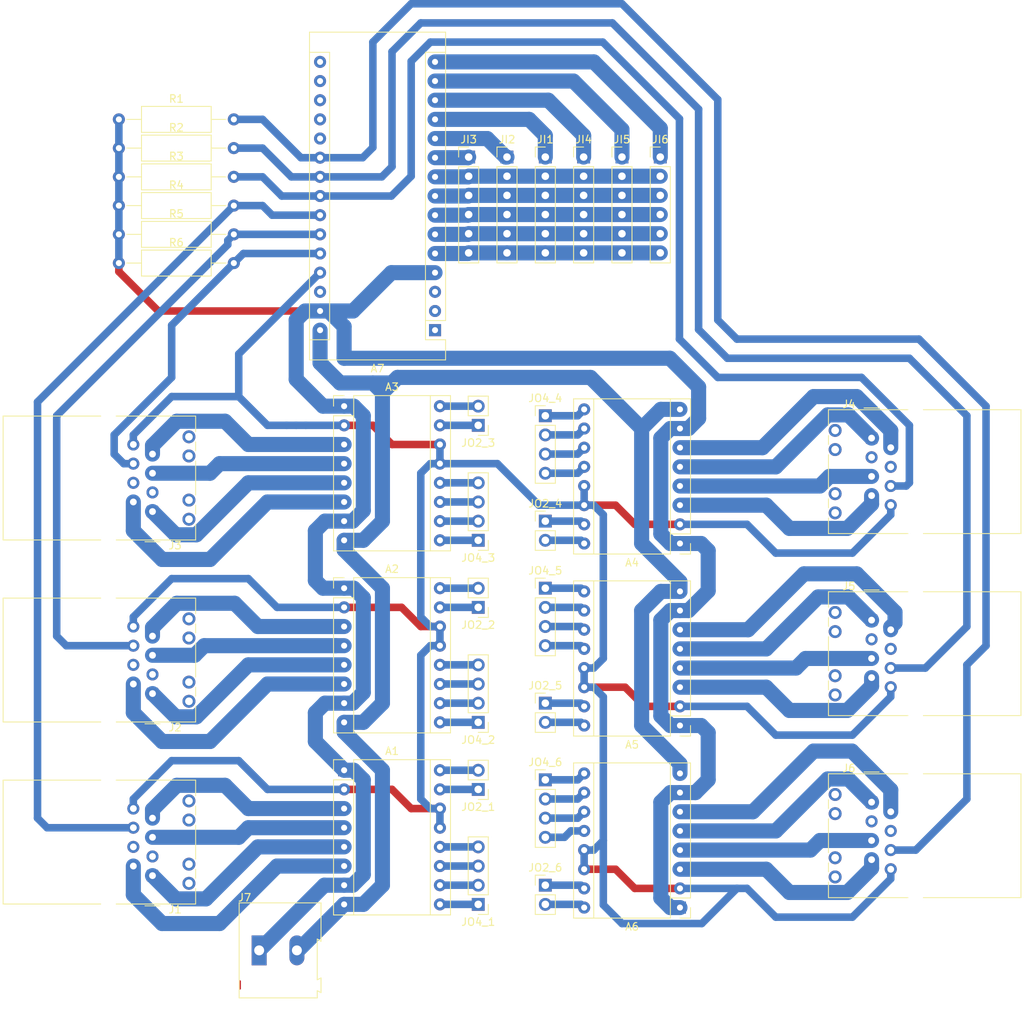
<source format=kicad_pcb>
(kicad_pcb (version 20171130) (host pcbnew 5.0.1)

  (general
    (thickness 1.6)
    (drawings 0)
    (tracks 461)
    (zones 0)
    (modules 38)
    (nets 102)
  )

  (page A4)
  (layers
    (0 F.Cu signal)
    (31 B.Cu signal)
    (32 B.Adhes user)
    (33 F.Adhes user)
    (34 B.Paste user)
    (35 F.Paste user)
    (36 B.SilkS user)
    (37 F.SilkS user)
    (38 B.Mask user)
    (39 F.Mask user)
    (40 Dwgs.User user)
    (41 Cmts.User user)
    (42 Eco1.User user)
    (43 Eco2.User user)
    (44 Edge.Cuts user)
    (45 Margin user)
    (46 B.CrtYd user)
    (47 F.CrtYd user)
    (48 B.Fab user)
    (49 F.Fab user)
  )

  (setup
    (last_trace_width 2)
    (user_trace_width 0.25)
    (user_trace_width 1)
    (user_trace_width 2)
    (trace_clearance 0.2)
    (zone_clearance 0.508)
    (zone_45_only no)
    (trace_min 0.2)
    (segment_width 0.2)
    (edge_width 0.15)
    (via_size 0.8)
    (via_drill 0.4)
    (via_min_size 0.4)
    (via_min_drill 0.3)
    (uvia_size 0.3)
    (uvia_drill 0.1)
    (uvias_allowed no)
    (uvia_min_size 0.2)
    (uvia_min_drill 0.1)
    (pcb_text_width 0.3)
    (pcb_text_size 1.5 1.5)
    (mod_edge_width 0.15)
    (mod_text_size 1 1)
    (mod_text_width 0.15)
    (pad_size 1.524 1.524)
    (pad_drill 0.762)
    (pad_to_mask_clearance 0.051)
    (solder_mask_min_width 0.25)
    (aux_axis_origin 0 0)
    (visible_elements FFFFFF7F)
    (pcbplotparams
      (layerselection 0x010fc_ffffffff)
      (usegerberextensions false)
      (usegerberattributes false)
      (usegerberadvancedattributes false)
      (creategerberjobfile false)
      (excludeedgelayer true)
      (linewidth 0.100000)
      (plotframeref false)
      (viasonmask false)
      (mode 1)
      (useauxorigin false)
      (hpglpennumber 1)
      (hpglpenspeed 20)
      (hpglpendiameter 15.000000)
      (psnegative false)
      (psa4output false)
      (plotreference true)
      (plotvalue true)
      (plotinvisibletext false)
      (padsonsilk false)
      (subtractmaskfromsilk false)
      (outputformat 1)
      (mirror false)
      (drillshape 1)
      (scaleselection 1)
      (outputdirectory ""))
  )

  (net 0 "")
  (net 1 /DIR)
  (net 2 VCC)
  (net 3 /STEP)
  (net 4 GND)
  (net 5 +5V)
  (net 6 "Net-(A1-Pad6)")
  (net 7 "Net-(A1-Pad5)")
  (net 8 /MS3)
  (net 9 "Net-(A1-Pad4)")
  (net 10 /MS2)
  (net 11 "Net-(A1-Pad3)")
  (net 12 /MS1)
  (net 13 /EN1)
  (net 14 /EN2)
  (net 15 "Net-(A2-Pad3)")
  (net 16 "Net-(A2-Pad4)")
  (net 17 "Net-(A2-Pad5)")
  (net 18 "Net-(A2-Pad6)")
  (net 19 "Net-(A3-Pad6)")
  (net 20 "Net-(A3-Pad5)")
  (net 21 "Net-(A3-Pad4)")
  (net 22 "Net-(A3-Pad3)")
  (net 23 /EN3)
  (net 24 /EN4)
  (net 25 "Net-(A4-Pad3)")
  (net 26 "Net-(A4-Pad4)")
  (net 27 "Net-(A4-Pad5)")
  (net 28 "Net-(A4-Pad6)")
  (net 29 /EN5)
  (net 30 "Net-(A5-Pad3)")
  (net 31 "Net-(A5-Pad4)")
  (net 32 "Net-(A5-Pad5)")
  (net 33 "Net-(A5-Pad6)")
  (net 34 "Net-(A6-Pad6)")
  (net 35 "Net-(A6-Pad5)")
  (net 36 "Net-(A6-Pad4)")
  (net 37 "Net-(A6-Pad3)")
  (net 38 /EN6)
  (net 39 "Net-(A7-Pad1)")
  (net 40 +3V3)
  (net 41 "Net-(A7-Pad2)")
  (net 42 "Net-(A7-Pad18)")
  (net 43 "Net-(A7-Pad3)")
  (net 44 "Net-(A7-Pad19)")
  (net 45 "Net-(A7-Pad20)")
  (net 46 /LIM1)
  (net 47 /LIM2)
  (net 48 /LIM3)
  (net 49 /LIM4)
  (net 50 /LIM5)
  (net 51 /LIM6)
  (net 52 "Net-(A7-Pad28)")
  (net 53 "Net-(A7-Pad16)")
  (net 54 "Net-(J1-Pad4)")
  (net 55 "Net-(J1-Pad3)")
  (net 56 "Net-(J2-Pad3)")
  (net 57 "Net-(J2-Pad4)")
  (net 58 "Net-(J3-Pad4)")
  (net 59 "Net-(J3-Pad3)")
  (net 60 "Net-(J4-Pad3)")
  (net 61 "Net-(J4-Pad4)")
  (net 62 "Net-(J5-Pad4)")
  (net 63 "Net-(J5-Pad3)")
  (net 64 "Net-(J6-Pad3)")
  (net 65 "Net-(J6-Pad4)")
  (net 66 "Net-(A1-Pad16)")
  (net 67 "Net-(A1-Pad15)")
  (net 68 "Net-(A1-Pad12)")
  (net 69 "Net-(A1-Pad11)")
  (net 70 "Net-(A1-Pad10)")
  (net 71 "Net-(A1-Pad9)")
  (net 72 "Net-(A2-Pad9)")
  (net 73 "Net-(A2-Pad10)")
  (net 74 "Net-(A2-Pad11)")
  (net 75 "Net-(A2-Pad12)")
  (net 76 "Net-(A2-Pad15)")
  (net 77 "Net-(A2-Pad16)")
  (net 78 "Net-(A3-Pad16)")
  (net 79 "Net-(A3-Pad15)")
  (net 80 "Net-(A3-Pad12)")
  (net 81 "Net-(A3-Pad11)")
  (net 82 "Net-(A3-Pad10)")
  (net 83 "Net-(A3-Pad9)")
  (net 84 "Net-(A4-Pad9)")
  (net 85 "Net-(A4-Pad10)")
  (net 86 "Net-(A4-Pad11)")
  (net 87 "Net-(A4-Pad12)")
  (net 88 "Net-(A4-Pad15)")
  (net 89 "Net-(A4-Pad16)")
  (net 90 "Net-(A5-Pad9)")
  (net 91 "Net-(A5-Pad10)")
  (net 92 "Net-(A5-Pad11)")
  (net 93 "Net-(A5-Pad12)")
  (net 94 "Net-(A5-Pad15)")
  (net 95 "Net-(A5-Pad16)")
  (net 96 "Net-(A6-Pad16)")
  (net 97 "Net-(A6-Pad15)")
  (net 98 "Net-(A6-Pad12)")
  (net 99 "Net-(A6-Pad11)")
  (net 100 "Net-(A6-Pad10)")
  (net 101 "Net-(A6-Pad9)")

  (net_class Default "This is the default net class."
    (clearance 0.2)
    (trace_width 0.25)
    (via_dia 0.8)
    (via_drill 0.4)
    (uvia_dia 0.3)
    (uvia_drill 0.1)
    (add_net +3V3)
    (add_net +5V)
    (add_net /DIR)
    (add_net /EN1)
    (add_net /EN2)
    (add_net /EN3)
    (add_net /EN4)
    (add_net /EN5)
    (add_net /EN6)
    (add_net /LIM1)
    (add_net /LIM2)
    (add_net /LIM3)
    (add_net /LIM4)
    (add_net /LIM5)
    (add_net /LIM6)
    (add_net /MS1)
    (add_net /MS2)
    (add_net /MS3)
    (add_net /STEP)
    (add_net GND)
    (add_net "Net-(A1-Pad10)")
    (add_net "Net-(A1-Pad11)")
    (add_net "Net-(A1-Pad12)")
    (add_net "Net-(A1-Pad15)")
    (add_net "Net-(A1-Pad16)")
    (add_net "Net-(A1-Pad3)")
    (add_net "Net-(A1-Pad4)")
    (add_net "Net-(A1-Pad5)")
    (add_net "Net-(A1-Pad6)")
    (add_net "Net-(A1-Pad9)")
    (add_net "Net-(A2-Pad10)")
    (add_net "Net-(A2-Pad11)")
    (add_net "Net-(A2-Pad12)")
    (add_net "Net-(A2-Pad15)")
    (add_net "Net-(A2-Pad16)")
    (add_net "Net-(A2-Pad3)")
    (add_net "Net-(A2-Pad4)")
    (add_net "Net-(A2-Pad5)")
    (add_net "Net-(A2-Pad6)")
    (add_net "Net-(A2-Pad9)")
    (add_net "Net-(A3-Pad10)")
    (add_net "Net-(A3-Pad11)")
    (add_net "Net-(A3-Pad12)")
    (add_net "Net-(A3-Pad15)")
    (add_net "Net-(A3-Pad16)")
    (add_net "Net-(A3-Pad3)")
    (add_net "Net-(A3-Pad4)")
    (add_net "Net-(A3-Pad5)")
    (add_net "Net-(A3-Pad6)")
    (add_net "Net-(A3-Pad9)")
    (add_net "Net-(A4-Pad10)")
    (add_net "Net-(A4-Pad11)")
    (add_net "Net-(A4-Pad12)")
    (add_net "Net-(A4-Pad15)")
    (add_net "Net-(A4-Pad16)")
    (add_net "Net-(A4-Pad3)")
    (add_net "Net-(A4-Pad4)")
    (add_net "Net-(A4-Pad5)")
    (add_net "Net-(A4-Pad6)")
    (add_net "Net-(A4-Pad9)")
    (add_net "Net-(A5-Pad10)")
    (add_net "Net-(A5-Pad11)")
    (add_net "Net-(A5-Pad12)")
    (add_net "Net-(A5-Pad15)")
    (add_net "Net-(A5-Pad16)")
    (add_net "Net-(A5-Pad3)")
    (add_net "Net-(A5-Pad4)")
    (add_net "Net-(A5-Pad5)")
    (add_net "Net-(A5-Pad6)")
    (add_net "Net-(A5-Pad9)")
    (add_net "Net-(A6-Pad10)")
    (add_net "Net-(A6-Pad11)")
    (add_net "Net-(A6-Pad12)")
    (add_net "Net-(A6-Pad15)")
    (add_net "Net-(A6-Pad16)")
    (add_net "Net-(A6-Pad3)")
    (add_net "Net-(A6-Pad4)")
    (add_net "Net-(A6-Pad5)")
    (add_net "Net-(A6-Pad6)")
    (add_net "Net-(A6-Pad9)")
    (add_net "Net-(A7-Pad1)")
    (add_net "Net-(A7-Pad16)")
    (add_net "Net-(A7-Pad18)")
    (add_net "Net-(A7-Pad19)")
    (add_net "Net-(A7-Pad2)")
    (add_net "Net-(A7-Pad20)")
    (add_net "Net-(A7-Pad28)")
    (add_net "Net-(A7-Pad3)")
    (add_net "Net-(J1-Pad3)")
    (add_net "Net-(J1-Pad4)")
    (add_net "Net-(J2-Pad3)")
    (add_net "Net-(J2-Pad4)")
    (add_net "Net-(J3-Pad3)")
    (add_net "Net-(J3-Pad4)")
    (add_net "Net-(J4-Pad3)")
    (add_net "Net-(J4-Pad4)")
    (add_net "Net-(J5-Pad3)")
    (add_net "Net-(J5-Pad4)")
    (add_net "Net-(J6-Pad3)")
    (add_net "Net-(J6-Pad4)")
    (add_net VCC)
  )

  (net_class SDU ""
    (clearance 0.2)
    (trace_width 1)
    (via_dia 0.8)
    (via_drill 0.4)
    (uvia_dia 0.3)
    (uvia_drill 0.1)
  )

  (module Connector_RJ:RJ45_Wuerth_7499010121A_Horizontal (layer F.Cu) (tedit 5B9196E9) (tstamp 5BFB992C)
    (at 151.198808 129.96386)
    (descr "10/100Base-TX RJ45 ethernet magnetic transformer connector horizontal https://katalog.we-online.de/pbs/datasheet/7499010121A.pdf")
    (tags "RJ45 ethernet magnetic")
    (path /5C1B5CC9)
    (fp_text reference J6 (at -3 -4.5) (layer F.SilkS)
      (effects (font (size 1 1) (thickness 0.15)))
    )
    (fp_text value RJ45 (at 7 14.5) (layer F.Fab)
      (effects (font (size 1 1) (thickness 0.15)))
    )
    (fp_line (start 0 -2.66) (end -1 -3.66) (layer F.Fab) (width 0.1))
    (fp_line (start 0 -2.655) (end 1 -3.655) (layer F.Fab) (width 0.1))
    (fp_line (start 19.69 -3.655) (end 1 -3.655) (layer F.Fab) (width 0.1))
    (fp_line (start 6.93 13.64) (end 4.75 13.64) (layer F.CrtYd) (width 0.05))
    (fp_line (start 20.19 13.05) (end 6.93 13.05) (layer F.CrtYd) (width 0.05))
    (fp_line (start 6.93 13.05) (end 6.93 13.64) (layer F.CrtYd) (width 0.05))
    (fp_line (start 4.75 13.05) (end -6.19 13.05) (layer F.CrtYd) (width 0.05))
    (fp_line (start 4.75 13.05) (end 4.75 13.64) (layer F.CrtYd) (width 0.05))
    (fp_line (start 20.19 -4.16) (end 6.93 -4.16) (layer F.CrtYd) (width 0.05))
    (fp_line (start 4.75 -4.75) (end 4.75 -4.16) (layer F.CrtYd) (width 0.05))
    (fp_line (start 6.93 -4.75) (end 6.93 -4.16) (layer F.CrtYd) (width 0.05))
    (fp_line (start 6.93 -4.75) (end 4.75 -4.75) (layer F.CrtYd) (width 0.05))
    (fp_line (start 4.81001 -3.765) (end -5.72 -3.765) (layer F.SilkS) (width 0.12))
    (fp_line (start 6.86 12.655) (end 19.8 12.655) (layer F.SilkS) (width 0.12))
    (fp_line (start -5.72 10.59) (end -5.72 12.655) (layer F.SilkS) (width 0.12))
    (fp_line (start -5.61 12.545) (end 19.69 12.545) (layer F.Fab) (width 0.1))
    (fp_line (start 19.69 12.545) (end 19.69 -3.655) (layer F.Fab) (width 0.1))
    (fp_line (start -1 -3.655) (end -5.61 -3.655) (layer F.Fab) (width 0.1))
    (fp_line (start -5.61 -3.655) (end -5.61 12.545) (layer F.Fab) (width 0.1))
    (fp_line (start -5.72 12.655) (end 4.820001 12.655) (layer F.SilkS) (width 0.12))
    (fp_line (start 19.8 12.655) (end 19.8 -3.765) (layer F.SilkS) (width 0.12))
    (fp_line (start 19.8 -3.765) (end 6.86 -3.765) (layer F.SilkS) (width 0.12))
    (fp_line (start -5.72 -3.765) (end -5.72 -1.7) (layer F.SilkS) (width 0.12))
    (fp_line (start -1 -4) (end 1 -4) (layer F.SilkS) (width 0.12))
    (fp_line (start 20.19 13.05) (end 20.19 -4.16) (layer F.CrtYd) (width 0.05))
    (fp_line (start 4.75 -4.16) (end -6.19 -4.16) (layer F.CrtYd) (width 0.05))
    (fp_line (start -6.19 -4.16) (end -6.19 13.05) (layer F.CrtYd) (width 0.05))
    (fp_text user %R (at 7.5 4 -180) (layer F.Fab)
      (effects (font (size 1 1) (thickness 0.15)))
    )
    (fp_line (start -5.72 9.23) (end -5.72 8.05) (layer F.SilkS) (width 0.12))
    (fp_line (start -5.72 6.69) (end -5.72 2.2) (layer F.SilkS) (width 0.12))
    (fp_line (start -5.72 0.84) (end -5.72 -0.34) (layer F.SilkS) (width 0.12))
    (pad 1 thru_hole roundrect (at 0 0 90) (size 1.6 1.6) (drill 0.9) (layers *.Cu *.Mask) (roundrect_rratio 0.155)
      (net 35 "Net-(A6-Pad5)"))
    (pad 2 thru_hole circle (at 2.54 1.27 90) (size 1.6 1.6) (drill 0.9) (layers *.Cu *.Mask)
      (net 34 "Net-(A6-Pad6)"))
    (pad 3 thru_hole circle (at 0 2.54 90) (size 1.6 1.6) (drill 0.9) (layers *.Cu *.Mask)
      (net 64 "Net-(J6-Pad3)"))
    (pad 4 thru_hole circle (at 2.54 3.81 90) (size 1.6 1.6) (drill 0.9) (layers *.Cu *.Mask)
      (net 65 "Net-(J6-Pad4)"))
    (pad 5 thru_hole circle (at 0 5.08 90) (size 1.6 1.6) (drill 0.9) (layers *.Cu *.Mask)
      (net 36 "Net-(A6-Pad4)"))
    (pad 6 thru_hole circle (at 2.54 6.35 90) (size 1.6 1.6) (drill 0.9) (layers *.Cu *.Mask)
      (net 51 /LIM6))
    (pad 7 thru_hole circle (at 0 7.62 90) (size 1.6 1.6) (drill 0.9) (layers *.Cu *.Mask)
      (net 37 "Net-(A6-Pad3)"))
    (pad 8 thru_hole circle (at 2.54 8.89 90) (size 1.6 1.6) (drill 0.9) (layers *.Cu *.Mask)
      (net 5 +5V))
    (pad "" np_thru_hole circle (at 8.89 -1.27 90) (size 3.25 3.25) (drill 3.25) (layers *.Cu *.Mask))
    (pad "" np_thru_hole circle (at 8.89 10.16 90) (size 3.25 3.25) (drill 3.25) (layers *.Cu *.Mask))
    (pad "" np_thru_hole circle (at 5.84 -3.455 90) (size 1.6 1.6) (drill 1.6) (layers *.Cu *.Mask))
    (pad "" np_thru_hole circle (at 5.84 12.345 90) (size 1.6 1.6) (drill 1.6) (layers *.Cu *.Mask))
    (pad 10 thru_hole circle (at -4.83 1.52 90) (size 1.72 1.72) (drill 1.02) (layers *.Cu *.Mask))
    (pad 11 thru_hole circle (at -4.83 7.37 90) (size 1.72 1.72) (drill 1.02) (layers *.Cu *.Mask))
    (pad 9 thru_hole circle (at -4.83 -1.02 90) (size 1.72 1.72) (drill 1.02) (layers *.Cu *.Mask))
    (pad 12 thru_hole circle (at -4.83 9.91 90) (size 1.72 1.72) (drill 1.02) (layers *.Cu *.Mask))
    (model ${KISYS3DMOD}/Connector_RJ.3dshapes/RJ45_Wuerth_7499010121A_Horizontal.wrl
      (at (xyz 0 0 0))
      (scale (xyz 1 1 1))
      (rotate (xyz 0 0 0))
    )
  )

  (module Module:Pololu_Breakout-16_15.2x20.3mm (layer F.Cu) (tedit 58AB602C) (tstamp 5BFB96F5)
    (at 81.28 125.73)
    (descr "Pololu Breakout 16-pin 15.2x20.3mm 0.6x0.8\\")
    (tags "Pololu Breakout")
    (path /5BFD0FC5)
    (fp_text reference A1 (at 6.35 -2.54) (layer F.SilkS)
      (effects (font (size 1 1) (thickness 0.15)))
    )
    (fp_text value Pololu_Breakout_A4988 (at 6.35 20.17) (layer F.Fab)
      (effects (font (size 1 1) (thickness 0.15)))
    )
    (fp_line (start 14.21 19.3) (end -1.53 19.3) (layer F.CrtYd) (width 0.05))
    (fp_line (start 14.21 19.3) (end 14.21 -1.52) (layer F.CrtYd) (width 0.05))
    (fp_line (start -1.53 -1.52) (end -1.53 19.3) (layer F.CrtYd) (width 0.05))
    (fp_line (start -1.53 -1.52) (end 14.21 -1.52) (layer F.CrtYd) (width 0.05))
    (fp_line (start -1.27 19.05) (end -1.27 0) (layer F.Fab) (width 0.1))
    (fp_line (start 13.97 19.05) (end -1.27 19.05) (layer F.Fab) (width 0.1))
    (fp_line (start 13.97 -1.27) (end 13.97 19.05) (layer F.Fab) (width 0.1))
    (fp_line (start 0 -1.27) (end 13.97 -1.27) (layer F.Fab) (width 0.1))
    (fp_line (start -1.27 0) (end 0 -1.27) (layer F.Fab) (width 0.1))
    (fp_line (start 14.1 -1.4) (end 1.27 -1.4) (layer F.SilkS) (width 0.12))
    (fp_line (start 14.1 19.18) (end 14.1 -1.4) (layer F.SilkS) (width 0.12))
    (fp_line (start -1.4 19.18) (end 14.1 19.18) (layer F.SilkS) (width 0.12))
    (fp_line (start -1.4 1.27) (end -1.4 19.18) (layer F.SilkS) (width 0.12))
    (fp_line (start 1.27 1.27) (end -1.4 1.27) (layer F.SilkS) (width 0.12))
    (fp_line (start 1.27 -1.4) (end 1.27 1.27) (layer F.SilkS) (width 0.12))
    (fp_line (start -1.4 -1.4) (end -1.4 0) (layer F.SilkS) (width 0.12))
    (fp_line (start 0 -1.4) (end -1.4 -1.4) (layer F.SilkS) (width 0.12))
    (fp_line (start 1.27 1.27) (end 1.27 19.18) (layer F.SilkS) (width 0.12))
    (fp_line (start 11.43 -1.4) (end 11.43 19.18) (layer F.SilkS) (width 0.12))
    (fp_text user %R (at 6.35 0) (layer F.Fab)
      (effects (font (size 1 1) (thickness 0.15)))
    )
    (pad 16 thru_hole oval (at 12.7 0) (size 1.6 1.6) (drill 0.8) (layers *.Cu *.Mask)
      (net 66 "Net-(A1-Pad16)"))
    (pad 8 thru_hole oval (at 0 17.78) (size 1.6 1.6) (drill 0.8) (layers *.Cu *.Mask)
      (net 2 VCC))
    (pad 15 thru_hole oval (at 12.7 2.54) (size 1.6 1.6) (drill 0.8) (layers *.Cu *.Mask)
      (net 67 "Net-(A1-Pad15)"))
    (pad 7 thru_hole oval (at 0 15.24) (size 1.6 1.6) (drill 0.8) (layers *.Cu *.Mask)
      (net 4 GND))
    (pad 14 thru_hole oval (at 12.7 5.08) (size 1.6 1.6) (drill 0.8) (layers *.Cu *.Mask)
      (net 5 +5V))
    (pad 6 thru_hole oval (at 0 12.7) (size 1.6 1.6) (drill 0.8) (layers *.Cu *.Mask)
      (net 6 "Net-(A1-Pad6)"))
    (pad 13 thru_hole oval (at 12.7 7.62) (size 1.6 1.6) (drill 0.8) (layers *.Cu *.Mask)
      (net 5 +5V))
    (pad 5 thru_hole oval (at 0 10.16) (size 1.6 1.6) (drill 0.8) (layers *.Cu *.Mask)
      (net 7 "Net-(A1-Pad5)"))
    (pad 12 thru_hole oval (at 12.7 10.16) (size 1.6 1.6) (drill 0.8) (layers *.Cu *.Mask)
      (net 68 "Net-(A1-Pad12)"))
    (pad 4 thru_hole oval (at 0 7.62) (size 1.6 1.6) (drill 0.8) (layers *.Cu *.Mask)
      (net 9 "Net-(A1-Pad4)"))
    (pad 11 thru_hole oval (at 12.7 12.7) (size 1.6 1.6) (drill 0.8) (layers *.Cu *.Mask)
      (net 69 "Net-(A1-Pad11)"))
    (pad 3 thru_hole oval (at 0 5.08) (size 1.6 1.6) (drill 0.8) (layers *.Cu *.Mask)
      (net 11 "Net-(A1-Pad3)"))
    (pad 10 thru_hole oval (at 12.7 15.24) (size 1.6 1.6) (drill 0.8) (layers *.Cu *.Mask)
      (net 70 "Net-(A1-Pad10)"))
    (pad 2 thru_hole oval (at 0 2.54) (size 1.6 1.6) (drill 0.8) (layers *.Cu *.Mask)
      (net 5 +5V))
    (pad 9 thru_hole oval (at 12.7 17.78) (size 1.6 1.6) (drill 0.8) (layers *.Cu *.Mask)
      (net 71 "Net-(A1-Pad9)"))
    (pad 1 thru_hole rect (at 0 0) (size 1.6 1.6) (drill 0.8) (layers *.Cu *.Mask)
      (net 4 GND))
    (model ${KISYS3DMOD}/Module.3dshapes/Pololu_Breakout-16_15.2x20.3mm.wrl
      (at (xyz 0 0 0))
      (scale (xyz 1 1 1))
      (rotate (xyz 0 0 0))
    )
  )

  (module Module:Pololu_Breakout-16_15.2x20.3mm (layer F.Cu) (tedit 58AB602C) (tstamp 5BFB971D)
    (at 81.28 101.6)
    (descr "Pololu Breakout 16-pin 15.2x20.3mm 0.6x0.8\\")
    (tags "Pololu Breakout")
    (path /5C08C083)
    (fp_text reference A2 (at 6.35 -2.54) (layer F.SilkS)
      (effects (font (size 1 1) (thickness 0.15)))
    )
    (fp_text value Pololu_Breakout_A4988 (at 6.35 20.17) (layer F.Fab)
      (effects (font (size 1 1) (thickness 0.15)))
    )
    (fp_text user %R (at 6.35 0) (layer F.Fab)
      (effects (font (size 1 1) (thickness 0.15)))
    )
    (fp_line (start 11.43 -1.4) (end 11.43 19.18) (layer F.SilkS) (width 0.12))
    (fp_line (start 1.27 1.27) (end 1.27 19.18) (layer F.SilkS) (width 0.12))
    (fp_line (start 0 -1.4) (end -1.4 -1.4) (layer F.SilkS) (width 0.12))
    (fp_line (start -1.4 -1.4) (end -1.4 0) (layer F.SilkS) (width 0.12))
    (fp_line (start 1.27 -1.4) (end 1.27 1.27) (layer F.SilkS) (width 0.12))
    (fp_line (start 1.27 1.27) (end -1.4 1.27) (layer F.SilkS) (width 0.12))
    (fp_line (start -1.4 1.27) (end -1.4 19.18) (layer F.SilkS) (width 0.12))
    (fp_line (start -1.4 19.18) (end 14.1 19.18) (layer F.SilkS) (width 0.12))
    (fp_line (start 14.1 19.18) (end 14.1 -1.4) (layer F.SilkS) (width 0.12))
    (fp_line (start 14.1 -1.4) (end 1.27 -1.4) (layer F.SilkS) (width 0.12))
    (fp_line (start -1.27 0) (end 0 -1.27) (layer F.Fab) (width 0.1))
    (fp_line (start 0 -1.27) (end 13.97 -1.27) (layer F.Fab) (width 0.1))
    (fp_line (start 13.97 -1.27) (end 13.97 19.05) (layer F.Fab) (width 0.1))
    (fp_line (start 13.97 19.05) (end -1.27 19.05) (layer F.Fab) (width 0.1))
    (fp_line (start -1.27 19.05) (end -1.27 0) (layer F.Fab) (width 0.1))
    (fp_line (start -1.53 -1.52) (end 14.21 -1.52) (layer F.CrtYd) (width 0.05))
    (fp_line (start -1.53 -1.52) (end -1.53 19.3) (layer F.CrtYd) (width 0.05))
    (fp_line (start 14.21 19.3) (end 14.21 -1.52) (layer F.CrtYd) (width 0.05))
    (fp_line (start 14.21 19.3) (end -1.53 19.3) (layer F.CrtYd) (width 0.05))
    (pad 1 thru_hole rect (at 0 0) (size 1.6 1.6) (drill 0.8) (layers *.Cu *.Mask)
      (net 4 GND))
    (pad 9 thru_hole oval (at 12.7 17.78) (size 1.6 1.6) (drill 0.8) (layers *.Cu *.Mask)
      (net 72 "Net-(A2-Pad9)"))
    (pad 2 thru_hole oval (at 0 2.54) (size 1.6 1.6) (drill 0.8) (layers *.Cu *.Mask)
      (net 5 +5V))
    (pad 10 thru_hole oval (at 12.7 15.24) (size 1.6 1.6) (drill 0.8) (layers *.Cu *.Mask)
      (net 73 "Net-(A2-Pad10)"))
    (pad 3 thru_hole oval (at 0 5.08) (size 1.6 1.6) (drill 0.8) (layers *.Cu *.Mask)
      (net 15 "Net-(A2-Pad3)"))
    (pad 11 thru_hole oval (at 12.7 12.7) (size 1.6 1.6) (drill 0.8) (layers *.Cu *.Mask)
      (net 74 "Net-(A2-Pad11)"))
    (pad 4 thru_hole oval (at 0 7.62) (size 1.6 1.6) (drill 0.8) (layers *.Cu *.Mask)
      (net 16 "Net-(A2-Pad4)"))
    (pad 12 thru_hole oval (at 12.7 10.16) (size 1.6 1.6) (drill 0.8) (layers *.Cu *.Mask)
      (net 75 "Net-(A2-Pad12)"))
    (pad 5 thru_hole oval (at 0 10.16) (size 1.6 1.6) (drill 0.8) (layers *.Cu *.Mask)
      (net 17 "Net-(A2-Pad5)"))
    (pad 13 thru_hole oval (at 12.7 7.62) (size 1.6 1.6) (drill 0.8) (layers *.Cu *.Mask)
      (net 5 +5V))
    (pad 6 thru_hole oval (at 0 12.7) (size 1.6 1.6) (drill 0.8) (layers *.Cu *.Mask)
      (net 18 "Net-(A2-Pad6)"))
    (pad 14 thru_hole oval (at 12.7 5.08) (size 1.6 1.6) (drill 0.8) (layers *.Cu *.Mask)
      (net 5 +5V))
    (pad 7 thru_hole oval (at 0 15.24) (size 1.6 1.6) (drill 0.8) (layers *.Cu *.Mask)
      (net 4 GND))
    (pad 15 thru_hole oval (at 12.7 2.54) (size 1.6 1.6) (drill 0.8) (layers *.Cu *.Mask)
      (net 76 "Net-(A2-Pad15)"))
    (pad 8 thru_hole oval (at 0 17.78) (size 1.6 1.6) (drill 0.8) (layers *.Cu *.Mask)
      (net 2 VCC))
    (pad 16 thru_hole oval (at 12.7 0) (size 1.6 1.6) (drill 0.8) (layers *.Cu *.Mask)
      (net 77 "Net-(A2-Pad16)"))
    (model ${KISYS3DMOD}/Module.3dshapes/Pololu_Breakout-16_15.2x20.3mm.wrl
      (at (xyz 0 0 0))
      (scale (xyz 1 1 1))
      (rotate (xyz 0 0 0))
    )
  )

  (module Module:Pololu_Breakout-16_15.2x20.3mm (layer F.Cu) (tedit 58AB602C) (tstamp 5BFB9745)
    (at 81.28 77.47)
    (descr "Pololu Breakout 16-pin 15.2x20.3mm 0.6x0.8\\")
    (tags "Pololu Breakout")
    (path /5C0924ED)
    (fp_text reference A3 (at 6.35 -2.54) (layer F.SilkS)
      (effects (font (size 1 1) (thickness 0.15)))
    )
    (fp_text value Pololu_Breakout_A4988 (at 6.35 20.17) (layer F.Fab)
      (effects (font (size 1 1) (thickness 0.15)))
    )
    (fp_line (start 14.21 19.3) (end -1.53 19.3) (layer F.CrtYd) (width 0.05))
    (fp_line (start 14.21 19.3) (end 14.21 -1.52) (layer F.CrtYd) (width 0.05))
    (fp_line (start -1.53 -1.52) (end -1.53 19.3) (layer F.CrtYd) (width 0.05))
    (fp_line (start -1.53 -1.52) (end 14.21 -1.52) (layer F.CrtYd) (width 0.05))
    (fp_line (start -1.27 19.05) (end -1.27 0) (layer F.Fab) (width 0.1))
    (fp_line (start 13.97 19.05) (end -1.27 19.05) (layer F.Fab) (width 0.1))
    (fp_line (start 13.97 -1.27) (end 13.97 19.05) (layer F.Fab) (width 0.1))
    (fp_line (start 0 -1.27) (end 13.97 -1.27) (layer F.Fab) (width 0.1))
    (fp_line (start -1.27 0) (end 0 -1.27) (layer F.Fab) (width 0.1))
    (fp_line (start 14.1 -1.4) (end 1.27 -1.4) (layer F.SilkS) (width 0.12))
    (fp_line (start 14.1 19.18) (end 14.1 -1.4) (layer F.SilkS) (width 0.12))
    (fp_line (start -1.4 19.18) (end 14.1 19.18) (layer F.SilkS) (width 0.12))
    (fp_line (start -1.4 1.27) (end -1.4 19.18) (layer F.SilkS) (width 0.12))
    (fp_line (start 1.27 1.27) (end -1.4 1.27) (layer F.SilkS) (width 0.12))
    (fp_line (start 1.27 -1.4) (end 1.27 1.27) (layer F.SilkS) (width 0.12))
    (fp_line (start -1.4 -1.4) (end -1.4 0) (layer F.SilkS) (width 0.12))
    (fp_line (start 0 -1.4) (end -1.4 -1.4) (layer F.SilkS) (width 0.12))
    (fp_line (start 1.27 1.27) (end 1.27 19.18) (layer F.SilkS) (width 0.12))
    (fp_line (start 11.43 -1.4) (end 11.43 19.18) (layer F.SilkS) (width 0.12))
    (fp_text user %R (at 6.35 0) (layer F.Fab)
      (effects (font (size 1 1) (thickness 0.15)))
    )
    (pad 16 thru_hole oval (at 12.7 0) (size 1.6 1.6) (drill 0.8) (layers *.Cu *.Mask)
      (net 78 "Net-(A3-Pad16)"))
    (pad 8 thru_hole oval (at 0 17.78) (size 1.6 1.6) (drill 0.8) (layers *.Cu *.Mask)
      (net 2 VCC))
    (pad 15 thru_hole oval (at 12.7 2.54) (size 1.6 1.6) (drill 0.8) (layers *.Cu *.Mask)
      (net 79 "Net-(A3-Pad15)"))
    (pad 7 thru_hole oval (at 0 15.24) (size 1.6 1.6) (drill 0.8) (layers *.Cu *.Mask)
      (net 4 GND))
    (pad 14 thru_hole oval (at 12.7 5.08) (size 1.6 1.6) (drill 0.8) (layers *.Cu *.Mask)
      (net 5 +5V))
    (pad 6 thru_hole oval (at 0 12.7) (size 1.6 1.6) (drill 0.8) (layers *.Cu *.Mask)
      (net 19 "Net-(A3-Pad6)"))
    (pad 13 thru_hole oval (at 12.7 7.62) (size 1.6 1.6) (drill 0.8) (layers *.Cu *.Mask)
      (net 5 +5V))
    (pad 5 thru_hole oval (at 0 10.16) (size 1.6 1.6) (drill 0.8) (layers *.Cu *.Mask)
      (net 20 "Net-(A3-Pad5)"))
    (pad 12 thru_hole oval (at 12.7 10.16) (size 1.6 1.6) (drill 0.8) (layers *.Cu *.Mask)
      (net 80 "Net-(A3-Pad12)"))
    (pad 4 thru_hole oval (at 0 7.62) (size 1.6 1.6) (drill 0.8) (layers *.Cu *.Mask)
      (net 21 "Net-(A3-Pad4)"))
    (pad 11 thru_hole oval (at 12.7 12.7) (size 1.6 1.6) (drill 0.8) (layers *.Cu *.Mask)
      (net 81 "Net-(A3-Pad11)"))
    (pad 3 thru_hole oval (at 0 5.08) (size 1.6 1.6) (drill 0.8) (layers *.Cu *.Mask)
      (net 22 "Net-(A3-Pad3)"))
    (pad 10 thru_hole oval (at 12.7 15.24) (size 1.6 1.6) (drill 0.8) (layers *.Cu *.Mask)
      (net 82 "Net-(A3-Pad10)"))
    (pad 2 thru_hole oval (at 0 2.54) (size 1.6 1.6) (drill 0.8) (layers *.Cu *.Mask)
      (net 5 +5V))
    (pad 9 thru_hole oval (at 12.7 17.78) (size 1.6 1.6) (drill 0.8) (layers *.Cu *.Mask)
      (net 83 "Net-(A3-Pad9)"))
    (pad 1 thru_hole rect (at 0 0) (size 1.6 1.6) (drill 0.8) (layers *.Cu *.Mask)
      (net 4 GND))
    (model ${KISYS3DMOD}/Module.3dshapes/Pololu_Breakout-16_15.2x20.3mm.wrl
      (at (xyz 0 0 0))
      (scale (xyz 1 1 1))
      (rotate (xyz 0 0 0))
    )
  )

  (module Module:Pololu_Breakout-16_15.2x20.3mm (layer F.Cu) (tedit 5BFB93B2) (tstamp 5BFB976D)
    (at 125.798808 95.67386 180)
    (descr "Pololu Breakout 16-pin 15.2x20.3mm 0.6x0.8\\")
    (tags "Pololu Breakout")
    (path /5C099549)
    (fp_text reference A4 (at 6.35 -2.54 180) (layer F.SilkS)
      (effects (font (size 1 1) (thickness 0.15)))
    )
    (fp_text value Pololu_Breakout_A4988 (at 6.35 20.17 180) (layer F.Fab)
      (effects (font (size 1 1) (thickness 0.15)))
    )
    (fp_text user %R (at 6.35 0 180) (layer F.Fab)
      (effects (font (size 1 1) (thickness 0.15)))
    )
    (fp_line (start 11.43 -1.4) (end 11.43 19.18) (layer F.SilkS) (width 0.12))
    (fp_line (start 1.27 1.27) (end 1.27 19.18) (layer F.SilkS) (width 0.12))
    (fp_line (start 0 -1.4) (end -1.4 -1.4) (layer F.SilkS) (width 0.12))
    (fp_line (start -1.4 -1.4) (end -1.4 0) (layer F.SilkS) (width 0.12))
    (fp_line (start 1.27 -1.4) (end 1.27 1.27) (layer F.SilkS) (width 0.12))
    (fp_line (start 1.27 1.27) (end -1.4 1.27) (layer F.SilkS) (width 0.12))
    (fp_line (start -1.4 1.27) (end -1.4 19.18) (layer F.SilkS) (width 0.12))
    (fp_line (start -1.4 19.18) (end 14.1 19.18) (layer F.SilkS) (width 0.12))
    (fp_line (start 14.1 19.18) (end 14.1 -1.4) (layer F.SilkS) (width 0.12))
    (fp_line (start 14.1 -1.4) (end 1.27 -1.4) (layer F.SilkS) (width 0.12))
    (fp_line (start -1.27 0) (end 0 -1.27) (layer F.Fab) (width 0.1))
    (fp_line (start 0 -1.27) (end 13.97 -1.27) (layer F.Fab) (width 0.1))
    (fp_line (start 13.97 -1.27) (end 13.97 19.05) (layer F.Fab) (width 0.1))
    (fp_line (start 13.97 19.05) (end -1.27 19.05) (layer F.Fab) (width 0.1))
    (fp_line (start -1.27 19.05) (end -1.27 0) (layer F.Fab) (width 0.1))
    (fp_line (start -1.53 -1.52) (end 14.21 -1.52) (layer F.CrtYd) (width 0.05))
    (fp_line (start -1.53 -1.52) (end -1.53 19.3) (layer F.CrtYd) (width 0.05))
    (fp_line (start 14.21 19.3) (end 14.21 -1.52) (layer F.CrtYd) (width 0.05))
    (fp_line (start 14.21 19.3) (end -1.53 19.3) (layer F.CrtYd) (width 0.05))
    (pad 1 thru_hole rect (at 0 0 180) (size 1.6 1.6) (drill 0.8) (layers *.Cu *.Mask)
      (net 4 GND))
    (pad 9 thru_hole oval (at 12.7 17.78 180) (size 1.6 1.6) (drill 0.8) (layers *.Cu *.Mask)
      (net 84 "Net-(A4-Pad9)"))
    (pad 2 thru_hole oval (at 0 2.54 180) (size 1.6 1.6) (drill 0.8) (layers *.Cu *.Mask)
      (net 5 +5V))
    (pad 10 thru_hole oval (at 12.7 15.24 180) (size 1.6 1.6) (drill 0.8) (layers *.Cu *.Mask)
      (net 85 "Net-(A4-Pad10)"))
    (pad 3 thru_hole oval (at 0 5.08 180) (size 1.6 1.6) (drill 0.8) (layers *.Cu *.Mask)
      (net 25 "Net-(A4-Pad3)"))
    (pad 11 thru_hole oval (at 12.7 12.7 180) (size 1.6 1.6) (drill 0.8) (layers *.Cu *.Mask)
      (net 86 "Net-(A4-Pad11)"))
    (pad 4 thru_hole oval (at 0 7.62 180) (size 1.6 1.6) (drill 0.8) (layers *.Cu *.Mask)
      (net 26 "Net-(A4-Pad4)"))
    (pad 12 thru_hole oval (at 12.7 10.16 180) (size 1.6 1.6) (drill 0.8) (layers *.Cu *.Mask)
      (net 87 "Net-(A4-Pad12)"))
    (pad 5 thru_hole oval (at 0 10.16 180) (size 1.6 1.6) (drill 0.8) (layers *.Cu *.Mask)
      (net 27 "Net-(A4-Pad5)"))
    (pad 13 thru_hole oval (at 12.7 7.62 180) (size 1.6 1.6) (drill 0.8) (layers *.Cu *.Mask)
      (net 5 +5V))
    (pad 6 thru_hole oval (at 0 12.7 180) (size 1.6 1.6) (drill 0.8) (layers *.Cu *.Mask)
      (net 28 "Net-(A4-Pad6)"))
    (pad 14 thru_hole oval (at 12.7 5.08 180) (size 1.6 1.6) (drill 0.8) (layers *.Cu *.Mask)
      (net 5 +5V))
    (pad 7 thru_hole oval (at 0 15.24 180) (size 1.6 1.6) (drill 0.8) (layers *.Cu *.Mask)
      (net 4 GND))
    (pad 15 thru_hole oval (at 12.7 2.54 180) (size 1.6 1.6) (drill 0.8) (layers *.Cu *.Mask)
      (net 88 "Net-(A4-Pad15)"))
    (pad 8 thru_hole oval (at 0 17.78 180) (size 1.6 1.6) (drill 0.8) (layers *.Cu *.Mask)
      (net 2 VCC))
    (pad 16 thru_hole oval (at 12.7 0 180) (size 1.6 1.6) (drill 0.8) (layers *.Cu *.Mask)
      (net 89 "Net-(A4-Pad16)"))
    (model ${KISYS3DMOD}/Module.3dshapes/Pololu_Breakout-16_15.2x20.3mm.wrl
      (at (xyz 0 0 0))
      (scale (xyz 1 1 1))
      (rotate (xyz 0 0 0))
    )
  )

  (module Module:Pololu_Breakout-16_15.2x20.3mm (layer F.Cu) (tedit 58AB602C) (tstamp 5BFB9795)
    (at 125.798808 119.80386 180)
    (descr "Pololu Breakout 16-pin 15.2x20.3mm 0.6x0.8\\")
    (tags "Pololu Breakout")
    (path /5C0AA574)
    (fp_text reference A5 (at 6.35 -2.54 180) (layer F.SilkS)
      (effects (font (size 1 1) (thickness 0.15)))
    )
    (fp_text value Pololu_Breakout_A4988 (at 6.35 20.17 180) (layer F.Fab)
      (effects (font (size 1 1) (thickness 0.15)))
    )
    (fp_text user %R (at 6.35 0 180) (layer F.Fab)
      (effects (font (size 1 1) (thickness 0.15)))
    )
    (fp_line (start 11.43 -1.4) (end 11.43 19.18) (layer F.SilkS) (width 0.12))
    (fp_line (start 1.27 1.27) (end 1.27 19.18) (layer F.SilkS) (width 0.12))
    (fp_line (start 0 -1.4) (end -1.4 -1.4) (layer F.SilkS) (width 0.12))
    (fp_line (start -1.4 -1.4) (end -1.4 0) (layer F.SilkS) (width 0.12))
    (fp_line (start 1.27 -1.4) (end 1.27 1.27) (layer F.SilkS) (width 0.12))
    (fp_line (start 1.27 1.27) (end -1.4 1.27) (layer F.SilkS) (width 0.12))
    (fp_line (start -1.4 1.27) (end -1.4 19.18) (layer F.SilkS) (width 0.12))
    (fp_line (start -1.4 19.18) (end 14.1 19.18) (layer F.SilkS) (width 0.12))
    (fp_line (start 14.1 19.18) (end 14.1 -1.4) (layer F.SilkS) (width 0.12))
    (fp_line (start 14.1 -1.4) (end 1.27 -1.4) (layer F.SilkS) (width 0.12))
    (fp_line (start -1.27 0) (end 0 -1.27) (layer F.Fab) (width 0.1))
    (fp_line (start 0 -1.27) (end 13.97 -1.27) (layer F.Fab) (width 0.1))
    (fp_line (start 13.97 -1.27) (end 13.97 19.05) (layer F.Fab) (width 0.1))
    (fp_line (start 13.97 19.05) (end -1.27 19.05) (layer F.Fab) (width 0.1))
    (fp_line (start -1.27 19.05) (end -1.27 0) (layer F.Fab) (width 0.1))
    (fp_line (start -1.53 -1.52) (end 14.21 -1.52) (layer F.CrtYd) (width 0.05))
    (fp_line (start -1.53 -1.52) (end -1.53 19.3) (layer F.CrtYd) (width 0.05))
    (fp_line (start 14.21 19.3) (end 14.21 -1.52) (layer F.CrtYd) (width 0.05))
    (fp_line (start 14.21 19.3) (end -1.53 19.3) (layer F.CrtYd) (width 0.05))
    (pad 1 thru_hole rect (at 0 0 180) (size 1.6 1.6) (drill 0.8) (layers *.Cu *.Mask)
      (net 4 GND))
    (pad 9 thru_hole oval (at 12.7 17.78 180) (size 1.6 1.6) (drill 0.8) (layers *.Cu *.Mask)
      (net 90 "Net-(A5-Pad9)"))
    (pad 2 thru_hole oval (at 0 2.54 180) (size 1.6 1.6) (drill 0.8) (layers *.Cu *.Mask)
      (net 5 +5V))
    (pad 10 thru_hole oval (at 12.7 15.24 180) (size 1.6 1.6) (drill 0.8) (layers *.Cu *.Mask)
      (net 91 "Net-(A5-Pad10)"))
    (pad 3 thru_hole oval (at 0 5.08 180) (size 1.6 1.6) (drill 0.8) (layers *.Cu *.Mask)
      (net 30 "Net-(A5-Pad3)"))
    (pad 11 thru_hole oval (at 12.7 12.7 180) (size 1.6 1.6) (drill 0.8) (layers *.Cu *.Mask)
      (net 92 "Net-(A5-Pad11)"))
    (pad 4 thru_hole oval (at 0 7.62 180) (size 1.6 1.6) (drill 0.8) (layers *.Cu *.Mask)
      (net 31 "Net-(A5-Pad4)"))
    (pad 12 thru_hole oval (at 12.7 10.16 180) (size 1.6 1.6) (drill 0.8) (layers *.Cu *.Mask)
      (net 93 "Net-(A5-Pad12)"))
    (pad 5 thru_hole oval (at 0 10.16 180) (size 1.6 1.6) (drill 0.8) (layers *.Cu *.Mask)
      (net 32 "Net-(A5-Pad5)"))
    (pad 13 thru_hole oval (at 12.7 7.62 180) (size 1.6 1.6) (drill 0.8) (layers *.Cu *.Mask)
      (net 5 +5V))
    (pad 6 thru_hole oval (at 0 12.7 180) (size 1.6 1.6) (drill 0.8) (layers *.Cu *.Mask)
      (net 33 "Net-(A5-Pad6)"))
    (pad 14 thru_hole oval (at 12.7 5.08 180) (size 1.6 1.6) (drill 0.8) (layers *.Cu *.Mask)
      (net 5 +5V))
    (pad 7 thru_hole oval (at 0 15.24 180) (size 1.6 1.6) (drill 0.8) (layers *.Cu *.Mask)
      (net 4 GND))
    (pad 15 thru_hole oval (at 12.7 2.54 180) (size 1.6 1.6) (drill 0.8) (layers *.Cu *.Mask)
      (net 94 "Net-(A5-Pad15)"))
    (pad 8 thru_hole oval (at 0 17.78 180) (size 1.6 1.6) (drill 0.8) (layers *.Cu *.Mask)
      (net 2 VCC))
    (pad 16 thru_hole oval (at 12.7 0 180) (size 1.6 1.6) (drill 0.8) (layers *.Cu *.Mask)
      (net 95 "Net-(A5-Pad16)"))
    (model ${KISYS3DMOD}/Module.3dshapes/Pololu_Breakout-16_15.2x20.3mm.wrl
      (at (xyz 0 0 0))
      (scale (xyz 1 1 1))
      (rotate (xyz 0 0 0))
    )
  )

  (module Module:Pololu_Breakout-16_15.2x20.3mm (layer F.Cu) (tedit 58AB602C) (tstamp 5BFB97BD)
    (at 125.798808 143.93386 180)
    (descr "Pololu Breakout 16-pin 15.2x20.3mm 0.6x0.8\\")
    (tags "Pololu Breakout")
    (path /5C0B34F6)
    (fp_text reference A6 (at 6.35 -2.54 180) (layer F.SilkS)
      (effects (font (size 1 1) (thickness 0.15)))
    )
    (fp_text value Pololu_Breakout_A4988 (at 6.35 20.17 180) (layer F.Fab)
      (effects (font (size 1 1) (thickness 0.15)))
    )
    (fp_line (start 14.21 19.3) (end -1.53 19.3) (layer F.CrtYd) (width 0.05))
    (fp_line (start 14.21 19.3) (end 14.21 -1.52) (layer F.CrtYd) (width 0.05))
    (fp_line (start -1.53 -1.52) (end -1.53 19.3) (layer F.CrtYd) (width 0.05))
    (fp_line (start -1.53 -1.52) (end 14.21 -1.52) (layer F.CrtYd) (width 0.05))
    (fp_line (start -1.27 19.05) (end -1.27 0) (layer F.Fab) (width 0.1))
    (fp_line (start 13.97 19.05) (end -1.27 19.05) (layer F.Fab) (width 0.1))
    (fp_line (start 13.97 -1.27) (end 13.97 19.05) (layer F.Fab) (width 0.1))
    (fp_line (start 0 -1.27) (end 13.97 -1.27) (layer F.Fab) (width 0.1))
    (fp_line (start -1.27 0) (end 0 -1.27) (layer F.Fab) (width 0.1))
    (fp_line (start 14.1 -1.4) (end 1.27 -1.4) (layer F.SilkS) (width 0.12))
    (fp_line (start 14.1 19.18) (end 14.1 -1.4) (layer F.SilkS) (width 0.12))
    (fp_line (start -1.4 19.18) (end 14.1 19.18) (layer F.SilkS) (width 0.12))
    (fp_line (start -1.4 1.27) (end -1.4 19.18) (layer F.SilkS) (width 0.12))
    (fp_line (start 1.27 1.27) (end -1.4 1.27) (layer F.SilkS) (width 0.12))
    (fp_line (start 1.27 -1.4) (end 1.27 1.27) (layer F.SilkS) (width 0.12))
    (fp_line (start -1.4 -1.4) (end -1.4 0) (layer F.SilkS) (width 0.12))
    (fp_line (start 0 -1.4) (end -1.4 -1.4) (layer F.SilkS) (width 0.12))
    (fp_line (start 1.27 1.27) (end 1.27 19.18) (layer F.SilkS) (width 0.12))
    (fp_line (start 11.43 -1.4) (end 11.43 19.18) (layer F.SilkS) (width 0.12))
    (fp_text user %R (at 6.35 0 180) (layer F.Fab)
      (effects (font (size 1 1) (thickness 0.15)))
    )
    (pad 16 thru_hole oval (at 12.7 0 180) (size 1.6 1.6) (drill 0.8) (layers *.Cu *.Mask)
      (net 96 "Net-(A6-Pad16)"))
    (pad 8 thru_hole oval (at 0 17.78 180) (size 1.6 1.6) (drill 0.8) (layers *.Cu *.Mask)
      (net 2 VCC))
    (pad 15 thru_hole oval (at 12.7 2.54 180) (size 1.6 1.6) (drill 0.8) (layers *.Cu *.Mask)
      (net 97 "Net-(A6-Pad15)"))
    (pad 7 thru_hole oval (at 0 15.24 180) (size 1.6 1.6) (drill 0.8) (layers *.Cu *.Mask)
      (net 4 GND))
    (pad 14 thru_hole oval (at 12.7 5.08 180) (size 1.6 1.6) (drill 0.8) (layers *.Cu *.Mask)
      (net 5 +5V))
    (pad 6 thru_hole oval (at 0 12.7 180) (size 1.6 1.6) (drill 0.8) (layers *.Cu *.Mask)
      (net 34 "Net-(A6-Pad6)"))
    (pad 13 thru_hole oval (at 12.7 7.62 180) (size 1.6 1.6) (drill 0.8) (layers *.Cu *.Mask)
      (net 5 +5V))
    (pad 5 thru_hole oval (at 0 10.16 180) (size 1.6 1.6) (drill 0.8) (layers *.Cu *.Mask)
      (net 35 "Net-(A6-Pad5)"))
    (pad 12 thru_hole oval (at 12.7 10.16 180) (size 1.6 1.6) (drill 0.8) (layers *.Cu *.Mask)
      (net 98 "Net-(A6-Pad12)"))
    (pad 4 thru_hole oval (at 0 7.62 180) (size 1.6 1.6) (drill 0.8) (layers *.Cu *.Mask)
      (net 36 "Net-(A6-Pad4)"))
    (pad 11 thru_hole oval (at 12.7 12.7 180) (size 1.6 1.6) (drill 0.8) (layers *.Cu *.Mask)
      (net 99 "Net-(A6-Pad11)"))
    (pad 3 thru_hole oval (at 0 5.08 180) (size 1.6 1.6) (drill 0.8) (layers *.Cu *.Mask)
      (net 37 "Net-(A6-Pad3)"))
    (pad 10 thru_hole oval (at 12.7 15.24 180) (size 1.6 1.6) (drill 0.8) (layers *.Cu *.Mask)
      (net 100 "Net-(A6-Pad10)"))
    (pad 2 thru_hole oval (at 0 2.54 180) (size 1.6 1.6) (drill 0.8) (layers *.Cu *.Mask)
      (net 5 +5V))
    (pad 9 thru_hole oval (at 12.7 17.78 180) (size 1.6 1.6) (drill 0.8) (layers *.Cu *.Mask)
      (net 101 "Net-(A6-Pad9)"))
    (pad 1 thru_hole rect (at 0 0 180) (size 1.6 1.6) (drill 0.8) (layers *.Cu *.Mask)
      (net 4 GND))
    (model ${KISYS3DMOD}/Module.3dshapes/Pololu_Breakout-16_15.2x20.3mm.wrl
      (at (xyz 0 0 0))
      (scale (xyz 1 1 1))
      (rotate (xyz 0 0 0))
    )
  )

  (module Module:Arduino_Nano (layer F.Cu) (tedit 58ACAF70) (tstamp 5BFB97FA)
    (at 93.331482 67.394159 180)
    (descr "Arduino Nano, http://www.mouser.com/pdfdocs/Gravitech_Arduino_Nano3_0.pdf")
    (tags "Arduino Nano")
    (path /5BFB1753)
    (fp_text reference A7 (at 7.62 -5.08 180) (layer F.SilkS)
      (effects (font (size 1 1) (thickness 0.15)))
    )
    (fp_text value Arduino_Nano_v3.x (at 8.89 19.05 270) (layer F.Fab)
      (effects (font (size 1 1) (thickness 0.15)))
    )
    (fp_text user %R (at 6.35 19.05 270) (layer F.Fab)
      (effects (font (size 1 1) (thickness 0.15)))
    )
    (fp_line (start 1.27 1.27) (end 1.27 -1.27) (layer F.SilkS) (width 0.12))
    (fp_line (start 1.27 -1.27) (end -1.4 -1.27) (layer F.SilkS) (width 0.12))
    (fp_line (start -1.4 1.27) (end -1.4 39.5) (layer F.SilkS) (width 0.12))
    (fp_line (start -1.4 -3.94) (end -1.4 -1.27) (layer F.SilkS) (width 0.12))
    (fp_line (start 13.97 -1.27) (end 16.64 -1.27) (layer F.SilkS) (width 0.12))
    (fp_line (start 13.97 -1.27) (end 13.97 36.83) (layer F.SilkS) (width 0.12))
    (fp_line (start 13.97 36.83) (end 16.64 36.83) (layer F.SilkS) (width 0.12))
    (fp_line (start 1.27 1.27) (end -1.4 1.27) (layer F.SilkS) (width 0.12))
    (fp_line (start 1.27 1.27) (end 1.27 36.83) (layer F.SilkS) (width 0.12))
    (fp_line (start 1.27 36.83) (end -1.4 36.83) (layer F.SilkS) (width 0.12))
    (fp_line (start 3.81 31.75) (end 11.43 31.75) (layer F.Fab) (width 0.1))
    (fp_line (start 11.43 31.75) (end 11.43 41.91) (layer F.Fab) (width 0.1))
    (fp_line (start 11.43 41.91) (end 3.81 41.91) (layer F.Fab) (width 0.1))
    (fp_line (start 3.81 41.91) (end 3.81 31.75) (layer F.Fab) (width 0.1))
    (fp_line (start -1.4 39.5) (end 16.64 39.5) (layer F.SilkS) (width 0.12))
    (fp_line (start 16.64 39.5) (end 16.64 -3.94) (layer F.SilkS) (width 0.12))
    (fp_line (start 16.64 -3.94) (end -1.4 -3.94) (layer F.SilkS) (width 0.12))
    (fp_line (start 16.51 39.37) (end -1.27 39.37) (layer F.Fab) (width 0.1))
    (fp_line (start -1.27 39.37) (end -1.27 -2.54) (layer F.Fab) (width 0.1))
    (fp_line (start -1.27 -2.54) (end 0 -3.81) (layer F.Fab) (width 0.1))
    (fp_line (start 0 -3.81) (end 16.51 -3.81) (layer F.Fab) (width 0.1))
    (fp_line (start 16.51 -3.81) (end 16.51 39.37) (layer F.Fab) (width 0.1))
    (fp_line (start -1.53 -4.06) (end 16.75 -4.06) (layer F.CrtYd) (width 0.05))
    (fp_line (start -1.53 -4.06) (end -1.53 42.16) (layer F.CrtYd) (width 0.05))
    (fp_line (start 16.75 42.16) (end 16.75 -4.06) (layer F.CrtYd) (width 0.05))
    (fp_line (start 16.75 42.16) (end -1.53 42.16) (layer F.CrtYd) (width 0.05))
    (pad 1 thru_hole rect (at 0 0 180) (size 1.6 1.6) (drill 0.8) (layers *.Cu *.Mask)
      (net 39 "Net-(A7-Pad1)"))
    (pad 17 thru_hole oval (at 15.24 33.02 180) (size 1.6 1.6) (drill 0.8) (layers *.Cu *.Mask)
      (net 40 +3V3))
    (pad 2 thru_hole oval (at 0 2.54 180) (size 1.6 1.6) (drill 0.8) (layers *.Cu *.Mask)
      (net 41 "Net-(A7-Pad2)"))
    (pad 18 thru_hole oval (at 15.24 30.48 180) (size 1.6 1.6) (drill 0.8) (layers *.Cu *.Mask)
      (net 42 "Net-(A7-Pad18)"))
    (pad 3 thru_hole oval (at 0 5.08 180) (size 1.6 1.6) (drill 0.8) (layers *.Cu *.Mask)
      (net 43 "Net-(A7-Pad3)"))
    (pad 19 thru_hole oval (at 15.24 27.94 180) (size 1.6 1.6) (drill 0.8) (layers *.Cu *.Mask)
      (net 44 "Net-(A7-Pad19)"))
    (pad 4 thru_hole oval (at 0 7.62 180) (size 1.6 1.6) (drill 0.8) (layers *.Cu *.Mask)
      (net 4 GND))
    (pad 20 thru_hole oval (at 15.24 25.4 180) (size 1.6 1.6) (drill 0.8) (layers *.Cu *.Mask)
      (net 45 "Net-(A7-Pad20)"))
    (pad 5 thru_hole oval (at 0 10.16 180) (size 1.6 1.6) (drill 0.8) (layers *.Cu *.Mask)
      (net 12 /MS1))
    (pad 21 thru_hole oval (at 15.24 22.86 180) (size 1.6 1.6) (drill 0.8) (layers *.Cu *.Mask)
      (net 51 /LIM6))
    (pad 6 thru_hole oval (at 0 12.7 180) (size 1.6 1.6) (drill 0.8) (layers *.Cu *.Mask)
      (net 10 /MS2))
    (pad 22 thru_hole oval (at 15.24 20.32 180) (size 1.6 1.6) (drill 0.8) (layers *.Cu *.Mask)
      (net 50 /LIM5))
    (pad 7 thru_hole oval (at 0 15.24 180) (size 1.6 1.6) (drill 0.8) (layers *.Cu *.Mask)
      (net 8 /MS3))
    (pad 23 thru_hole oval (at 15.24 17.78 180) (size 1.6 1.6) (drill 0.8) (layers *.Cu *.Mask)
      (net 49 /LIM4))
    (pad 8 thru_hole oval (at 0 17.78 180) (size 1.6 1.6) (drill 0.8) (layers *.Cu *.Mask)
      (net 3 /STEP))
    (pad 24 thru_hole oval (at 15.24 15.24 180) (size 1.6 1.6) (drill 0.8) (layers *.Cu *.Mask)
      (net 46 /LIM1))
    (pad 9 thru_hole oval (at 0 20.32 180) (size 1.6 1.6) (drill 0.8) (layers *.Cu *.Mask)
      (net 1 /DIR))
    (pad 25 thru_hole oval (at 15.24 12.7 180) (size 1.6 1.6) (drill 0.8) (layers *.Cu *.Mask)
      (net 47 /LIM2))
    (pad 10 thru_hole oval (at 0 22.86 180) (size 1.6 1.6) (drill 0.8) (layers *.Cu *.Mask)
      (net 23 /EN3))
    (pad 26 thru_hole oval (at 15.24 10.16 180) (size 1.6 1.6) (drill 0.8) (layers *.Cu *.Mask)
      (net 48 /LIM3))
    (pad 11 thru_hole oval (at 0 25.4 180) (size 1.6 1.6) (drill 0.8) (layers *.Cu *.Mask)
      (net 14 /EN2))
    (pad 27 thru_hole oval (at 15.24 7.62 180) (size 1.6 1.6) (drill 0.8) (layers *.Cu *.Mask)
      (net 5 +5V))
    (pad 12 thru_hole oval (at 0 27.94 180) (size 1.6 1.6) (drill 0.8) (layers *.Cu *.Mask)
      (net 13 /EN1))
    (pad 28 thru_hole oval (at 15.24 5.08 180) (size 1.6 1.6) (drill 0.8) (layers *.Cu *.Mask)
      (net 52 "Net-(A7-Pad28)"))
    (pad 13 thru_hole oval (at 0 30.48 180) (size 1.6 1.6) (drill 0.8) (layers *.Cu *.Mask)
      (net 24 /EN4))
    (pad 29 thru_hole oval (at 15.24 2.54 180) (size 1.6 1.6) (drill 0.8) (layers *.Cu *.Mask)
      (net 4 GND))
    (pad 14 thru_hole oval (at 0 33.02 180) (size 1.6 1.6) (drill 0.8) (layers *.Cu *.Mask)
      (net 29 /EN5))
    (pad 30 thru_hole oval (at 15.24 0 180) (size 1.6 1.6) (drill 0.8) (layers *.Cu *.Mask)
      (net 2 VCC))
    (pad 15 thru_hole oval (at 0 35.56 180) (size 1.6 1.6) (drill 0.8) (layers *.Cu *.Mask)
      (net 38 /EN6))
    (pad 16 thru_hole oval (at 15.24 35.56 180) (size 1.6 1.6) (drill 0.8) (layers *.Cu *.Mask)
      (net 53 "Net-(A7-Pad16)"))
    (model ${KISYS3DMOD}/Module.3dshapes/Arduino_Nano_WithMountingHoles.wrl
      (at (xyz 0 0 0))
      (scale (xyz 1 1 1))
      (rotate (xyz 0 0 0))
    )
  )

  (module Connector_RJ:RJ45_Wuerth_7499010121A_Horizontal (layer F.Cu) (tedit 5B9196E9) (tstamp 5BFB982D)
    (at 55.88 139.7 180)
    (descr "10/100Base-TX RJ45 ethernet magnetic transformer connector horizontal https://katalog.we-online.de/pbs/datasheet/7499010121A.pdf")
    (tags "RJ45 ethernet magnetic")
    (path /5C19F5D8)
    (fp_text reference J1 (at -3 -4.5 180) (layer F.SilkS)
      (effects (font (size 1 1) (thickness 0.15)))
    )
    (fp_text value RJ45 (at 7 14.5 180) (layer F.Fab)
      (effects (font (size 1 1) (thickness 0.15)))
    )
    (fp_line (start -5.72 0.84) (end -5.72 -0.34) (layer F.SilkS) (width 0.12))
    (fp_line (start -5.72 6.69) (end -5.72 2.2) (layer F.SilkS) (width 0.12))
    (fp_line (start -5.72 9.23) (end -5.72 8.05) (layer F.SilkS) (width 0.12))
    (fp_text user %R (at 7.5 4) (layer F.Fab)
      (effects (font (size 1 1) (thickness 0.15)))
    )
    (fp_line (start -6.19 -4.16) (end -6.19 13.05) (layer F.CrtYd) (width 0.05))
    (fp_line (start 4.75 -4.16) (end -6.19 -4.16) (layer F.CrtYd) (width 0.05))
    (fp_line (start 20.19 13.05) (end 20.19 -4.16) (layer F.CrtYd) (width 0.05))
    (fp_line (start -1 -4) (end 1 -4) (layer F.SilkS) (width 0.12))
    (fp_line (start -5.72 -3.765) (end -5.72 -1.7) (layer F.SilkS) (width 0.12))
    (fp_line (start 19.8 -3.765) (end 6.86 -3.765) (layer F.SilkS) (width 0.12))
    (fp_line (start 19.8 12.655) (end 19.8 -3.765) (layer F.SilkS) (width 0.12))
    (fp_line (start -5.72 12.655) (end 4.820001 12.655) (layer F.SilkS) (width 0.12))
    (fp_line (start -5.61 -3.655) (end -5.61 12.545) (layer F.Fab) (width 0.1))
    (fp_line (start -1 -3.655) (end -5.61 -3.655) (layer F.Fab) (width 0.1))
    (fp_line (start 19.69 12.545) (end 19.69 -3.655) (layer F.Fab) (width 0.1))
    (fp_line (start -5.61 12.545) (end 19.69 12.545) (layer F.Fab) (width 0.1))
    (fp_line (start -5.72 10.59) (end -5.72 12.655) (layer F.SilkS) (width 0.12))
    (fp_line (start 6.86 12.655) (end 19.8 12.655) (layer F.SilkS) (width 0.12))
    (fp_line (start 4.81001 -3.765) (end -5.72 -3.765) (layer F.SilkS) (width 0.12))
    (fp_line (start 6.93 -4.75) (end 4.75 -4.75) (layer F.CrtYd) (width 0.05))
    (fp_line (start 6.93 -4.75) (end 6.93 -4.16) (layer F.CrtYd) (width 0.05))
    (fp_line (start 4.75 -4.75) (end 4.75 -4.16) (layer F.CrtYd) (width 0.05))
    (fp_line (start 20.19 -4.16) (end 6.93 -4.16) (layer F.CrtYd) (width 0.05))
    (fp_line (start 4.75 13.05) (end 4.75 13.64) (layer F.CrtYd) (width 0.05))
    (fp_line (start 4.75 13.05) (end -6.19 13.05) (layer F.CrtYd) (width 0.05))
    (fp_line (start 6.93 13.05) (end 6.93 13.64) (layer F.CrtYd) (width 0.05))
    (fp_line (start 20.19 13.05) (end 6.93 13.05) (layer F.CrtYd) (width 0.05))
    (fp_line (start 6.93 13.64) (end 4.75 13.64) (layer F.CrtYd) (width 0.05))
    (fp_line (start 19.69 -3.655) (end 1 -3.655) (layer F.Fab) (width 0.1))
    (fp_line (start 0 -2.655) (end 1 -3.655) (layer F.Fab) (width 0.1))
    (fp_line (start 0 -2.66) (end -1 -3.66) (layer F.Fab) (width 0.1))
    (pad 12 thru_hole circle (at -4.83 9.91 270) (size 1.72 1.72) (drill 1.02) (layers *.Cu *.Mask))
    (pad 9 thru_hole circle (at -4.83 -1.02 270) (size 1.72 1.72) (drill 1.02) (layers *.Cu *.Mask))
    (pad 11 thru_hole circle (at -4.83 7.37 270) (size 1.72 1.72) (drill 1.02) (layers *.Cu *.Mask))
    (pad 10 thru_hole circle (at -4.83 1.52 270) (size 1.72 1.72) (drill 1.02) (layers *.Cu *.Mask))
    (pad "" np_thru_hole circle (at 5.84 12.345 270) (size 1.6 1.6) (drill 1.6) (layers *.Cu *.Mask))
    (pad "" np_thru_hole circle (at 5.84 -3.455 270) (size 1.6 1.6) (drill 1.6) (layers *.Cu *.Mask))
    (pad "" np_thru_hole circle (at 8.89 10.16 270) (size 3.25 3.25) (drill 3.25) (layers *.Cu *.Mask))
    (pad "" np_thru_hole circle (at 8.89 -1.27 270) (size 3.25 3.25) (drill 3.25) (layers *.Cu *.Mask))
    (pad 8 thru_hole circle (at 2.54 8.89 270) (size 1.6 1.6) (drill 0.9) (layers *.Cu *.Mask)
      (net 5 +5V))
    (pad 7 thru_hole circle (at 0 7.62 270) (size 1.6 1.6) (drill 0.9) (layers *.Cu *.Mask)
      (net 11 "Net-(A1-Pad3)"))
    (pad 6 thru_hole circle (at 2.54 6.35 270) (size 1.6 1.6) (drill 0.9) (layers *.Cu *.Mask)
      (net 46 /LIM1))
    (pad 5 thru_hole circle (at 0 5.08 270) (size 1.6 1.6) (drill 0.9) (layers *.Cu *.Mask)
      (net 9 "Net-(A1-Pad4)"))
    (pad 4 thru_hole circle (at 2.54 3.81 270) (size 1.6 1.6) (drill 0.9) (layers *.Cu *.Mask)
      (net 54 "Net-(J1-Pad4)"))
    (pad 3 thru_hole circle (at 0 2.54 270) (size 1.6 1.6) (drill 0.9) (layers *.Cu *.Mask)
      (net 55 "Net-(J1-Pad3)"))
    (pad 2 thru_hole circle (at 2.54 1.27 270) (size 1.6 1.6) (drill 0.9) (layers *.Cu *.Mask)
      (net 6 "Net-(A1-Pad6)"))
    (pad 1 thru_hole roundrect (at 0 0 270) (size 1.6 1.6) (drill 0.9) (layers *.Cu *.Mask) (roundrect_rratio 0.155)
      (net 7 "Net-(A1-Pad5)"))
    (model ${KISYS3DMOD}/Connector_RJ.3dshapes/RJ45_Wuerth_7499010121A_Horizontal.wrl
      (at (xyz 0 0 0))
      (scale (xyz 1 1 1))
      (rotate (xyz 0 0 0))
    )
  )

  (module Connector_RJ:RJ45_Wuerth_7499010121A_Horizontal (layer F.Cu) (tedit 5B9196E9) (tstamp 5BFB9860)
    (at 55.88 115.57 180)
    (descr "10/100Base-TX RJ45 ethernet magnetic transformer connector horizontal https://katalog.we-online.de/pbs/datasheet/7499010121A.pdf")
    (tags "RJ45 ethernet magnetic")
    (path /5C198398)
    (fp_text reference J2 (at -3 -4.5 180) (layer F.SilkS)
      (effects (font (size 1 1) (thickness 0.15)))
    )
    (fp_text value RJ45 (at 7 14.5 180) (layer F.Fab)
      (effects (font (size 1 1) (thickness 0.15)))
    )
    (fp_line (start 0 -2.66) (end -1 -3.66) (layer F.Fab) (width 0.1))
    (fp_line (start 0 -2.655) (end 1 -3.655) (layer F.Fab) (width 0.1))
    (fp_line (start 19.69 -3.655) (end 1 -3.655) (layer F.Fab) (width 0.1))
    (fp_line (start 6.93 13.64) (end 4.75 13.64) (layer F.CrtYd) (width 0.05))
    (fp_line (start 20.19 13.05) (end 6.93 13.05) (layer F.CrtYd) (width 0.05))
    (fp_line (start 6.93 13.05) (end 6.93 13.64) (layer F.CrtYd) (width 0.05))
    (fp_line (start 4.75 13.05) (end -6.19 13.05) (layer F.CrtYd) (width 0.05))
    (fp_line (start 4.75 13.05) (end 4.75 13.64) (layer F.CrtYd) (width 0.05))
    (fp_line (start 20.19 -4.16) (end 6.93 -4.16) (layer F.CrtYd) (width 0.05))
    (fp_line (start 4.75 -4.75) (end 4.75 -4.16) (layer F.CrtYd) (width 0.05))
    (fp_line (start 6.93 -4.75) (end 6.93 -4.16) (layer F.CrtYd) (width 0.05))
    (fp_line (start 6.93 -4.75) (end 4.75 -4.75) (layer F.CrtYd) (width 0.05))
    (fp_line (start 4.81001 -3.765) (end -5.72 -3.765) (layer F.SilkS) (width 0.12))
    (fp_line (start 6.86 12.655) (end 19.8 12.655) (layer F.SilkS) (width 0.12))
    (fp_line (start -5.72 10.59) (end -5.72 12.655) (layer F.SilkS) (width 0.12))
    (fp_line (start -5.61 12.545) (end 19.69 12.545) (layer F.Fab) (width 0.1))
    (fp_line (start 19.69 12.545) (end 19.69 -3.655) (layer F.Fab) (width 0.1))
    (fp_line (start -1 -3.655) (end -5.61 -3.655) (layer F.Fab) (width 0.1))
    (fp_line (start -5.61 -3.655) (end -5.61 12.545) (layer F.Fab) (width 0.1))
    (fp_line (start -5.72 12.655) (end 4.820001 12.655) (layer F.SilkS) (width 0.12))
    (fp_line (start 19.8 12.655) (end 19.8 -3.765) (layer F.SilkS) (width 0.12))
    (fp_line (start 19.8 -3.765) (end 6.86 -3.765) (layer F.SilkS) (width 0.12))
    (fp_line (start -5.72 -3.765) (end -5.72 -1.7) (layer F.SilkS) (width 0.12))
    (fp_line (start -1 -4) (end 1 -4) (layer F.SilkS) (width 0.12))
    (fp_line (start 20.19 13.05) (end 20.19 -4.16) (layer F.CrtYd) (width 0.05))
    (fp_line (start 4.75 -4.16) (end -6.19 -4.16) (layer F.CrtYd) (width 0.05))
    (fp_line (start -6.19 -4.16) (end -6.19 13.05) (layer F.CrtYd) (width 0.05))
    (fp_text user %R (at 7.5 4) (layer F.Fab)
      (effects (font (size 1 1) (thickness 0.15)))
    )
    (fp_line (start -5.72 9.23) (end -5.72 8.05) (layer F.SilkS) (width 0.12))
    (fp_line (start -5.72 6.69) (end -5.72 2.2) (layer F.SilkS) (width 0.12))
    (fp_line (start -5.72 0.84) (end -5.72 -0.34) (layer F.SilkS) (width 0.12))
    (pad 1 thru_hole roundrect (at 0 0 270) (size 1.6 1.6) (drill 0.9) (layers *.Cu *.Mask) (roundrect_rratio 0.155)
      (net 17 "Net-(A2-Pad5)"))
    (pad 2 thru_hole circle (at 2.54 1.27 270) (size 1.6 1.6) (drill 0.9) (layers *.Cu *.Mask)
      (net 18 "Net-(A2-Pad6)"))
    (pad 3 thru_hole circle (at 0 2.54 270) (size 1.6 1.6) (drill 0.9) (layers *.Cu *.Mask)
      (net 56 "Net-(J2-Pad3)"))
    (pad 4 thru_hole circle (at 2.54 3.81 270) (size 1.6 1.6) (drill 0.9) (layers *.Cu *.Mask)
      (net 57 "Net-(J2-Pad4)"))
    (pad 5 thru_hole circle (at 0 5.08 270) (size 1.6 1.6) (drill 0.9) (layers *.Cu *.Mask)
      (net 16 "Net-(A2-Pad4)"))
    (pad 6 thru_hole circle (at 2.54 6.35 270) (size 1.6 1.6) (drill 0.9) (layers *.Cu *.Mask)
      (net 47 /LIM2))
    (pad 7 thru_hole circle (at 0 7.62 270) (size 1.6 1.6) (drill 0.9) (layers *.Cu *.Mask)
      (net 15 "Net-(A2-Pad3)"))
    (pad 8 thru_hole circle (at 2.54 8.89 270) (size 1.6 1.6) (drill 0.9) (layers *.Cu *.Mask)
      (net 5 +5V))
    (pad "" np_thru_hole circle (at 8.89 -1.27 270) (size 3.25 3.25) (drill 3.25) (layers *.Cu *.Mask))
    (pad "" np_thru_hole circle (at 8.89 10.16 270) (size 3.25 3.25) (drill 3.25) (layers *.Cu *.Mask))
    (pad "" np_thru_hole circle (at 5.84 -3.455 270) (size 1.6 1.6) (drill 1.6) (layers *.Cu *.Mask))
    (pad "" np_thru_hole circle (at 5.84 12.345 270) (size 1.6 1.6) (drill 1.6) (layers *.Cu *.Mask))
    (pad 10 thru_hole circle (at -4.83 1.52 270) (size 1.72 1.72) (drill 1.02) (layers *.Cu *.Mask))
    (pad 11 thru_hole circle (at -4.83 7.37 270) (size 1.72 1.72) (drill 1.02) (layers *.Cu *.Mask))
    (pad 9 thru_hole circle (at -4.83 -1.02 270) (size 1.72 1.72) (drill 1.02) (layers *.Cu *.Mask))
    (pad 12 thru_hole circle (at -4.83 9.91 270) (size 1.72 1.72) (drill 1.02) (layers *.Cu *.Mask))
    (model ${KISYS3DMOD}/Connector_RJ.3dshapes/RJ45_Wuerth_7499010121A_Horizontal.wrl
      (at (xyz 0 0 0))
      (scale (xyz 1 1 1))
      (rotate (xyz 0 0 0))
    )
  )

  (module Connector_RJ:RJ45_Wuerth_7499010121A_Horizontal (layer F.Cu) (tedit 5B9196E9) (tstamp 5BFB9893)
    (at 55.88 91.44 180)
    (descr "10/100Base-TX RJ45 ethernet magnetic transformer connector horizontal https://katalog.we-online.de/pbs/datasheet/7499010121A.pdf")
    (tags "RJ45 ethernet magnetic")
    (path /5C19183C)
    (fp_text reference J3 (at -3 -4.5 180) (layer F.SilkS)
      (effects (font (size 1 1) (thickness 0.15)))
    )
    (fp_text value RJ45 (at 7 14.5 180) (layer F.Fab)
      (effects (font (size 1 1) (thickness 0.15)))
    )
    (fp_line (start -5.72 0.84) (end -5.72 -0.34) (layer F.SilkS) (width 0.12))
    (fp_line (start -5.72 6.69) (end -5.72 2.2) (layer F.SilkS) (width 0.12))
    (fp_line (start -5.72 9.23) (end -5.72 8.05) (layer F.SilkS) (width 0.12))
    (fp_text user %R (at 7.5 4) (layer F.Fab)
      (effects (font (size 1 1) (thickness 0.15)))
    )
    (fp_line (start -6.19 -4.16) (end -6.19 13.05) (layer F.CrtYd) (width 0.05))
    (fp_line (start 4.75 -4.16) (end -6.19 -4.16) (layer F.CrtYd) (width 0.05))
    (fp_line (start 20.19 13.05) (end 20.19 -4.16) (layer F.CrtYd) (width 0.05))
    (fp_line (start -1 -4) (end 1 -4) (layer F.SilkS) (width 0.12))
    (fp_line (start -5.72 -3.765) (end -5.72 -1.7) (layer F.SilkS) (width 0.12))
    (fp_line (start 19.8 -3.765) (end 6.86 -3.765) (layer F.SilkS) (width 0.12))
    (fp_line (start 19.8 12.655) (end 19.8 -3.765) (layer F.SilkS) (width 0.12))
    (fp_line (start -5.72 12.655) (end 4.820001 12.655) (layer F.SilkS) (width 0.12))
    (fp_line (start -5.61 -3.655) (end -5.61 12.545) (layer F.Fab) (width 0.1))
    (fp_line (start -1 -3.655) (end -5.61 -3.655) (layer F.Fab) (width 0.1))
    (fp_line (start 19.69 12.545) (end 19.69 -3.655) (layer F.Fab) (width 0.1))
    (fp_line (start -5.61 12.545) (end 19.69 12.545) (layer F.Fab) (width 0.1))
    (fp_line (start -5.72 10.59) (end -5.72 12.655) (layer F.SilkS) (width 0.12))
    (fp_line (start 6.86 12.655) (end 19.8 12.655) (layer F.SilkS) (width 0.12))
    (fp_line (start 4.81001 -3.765) (end -5.72 -3.765) (layer F.SilkS) (width 0.12))
    (fp_line (start 6.93 -4.75) (end 4.75 -4.75) (layer F.CrtYd) (width 0.05))
    (fp_line (start 6.93 -4.75) (end 6.93 -4.16) (layer F.CrtYd) (width 0.05))
    (fp_line (start 4.75 -4.75) (end 4.75 -4.16) (layer F.CrtYd) (width 0.05))
    (fp_line (start 20.19 -4.16) (end 6.93 -4.16) (layer F.CrtYd) (width 0.05))
    (fp_line (start 4.75 13.05) (end 4.75 13.64) (layer F.CrtYd) (width 0.05))
    (fp_line (start 4.75 13.05) (end -6.19 13.05) (layer F.CrtYd) (width 0.05))
    (fp_line (start 6.93 13.05) (end 6.93 13.64) (layer F.CrtYd) (width 0.05))
    (fp_line (start 20.19 13.05) (end 6.93 13.05) (layer F.CrtYd) (width 0.05))
    (fp_line (start 6.93 13.64) (end 4.75 13.64) (layer F.CrtYd) (width 0.05))
    (fp_line (start 19.69 -3.655) (end 1 -3.655) (layer F.Fab) (width 0.1))
    (fp_line (start 0 -2.655) (end 1 -3.655) (layer F.Fab) (width 0.1))
    (fp_line (start 0 -2.66) (end -1 -3.66) (layer F.Fab) (width 0.1))
    (pad 12 thru_hole circle (at -4.83 9.91 270) (size 1.72 1.72) (drill 1.02) (layers *.Cu *.Mask))
    (pad 9 thru_hole circle (at -4.83 -1.02 270) (size 1.72 1.72) (drill 1.02) (layers *.Cu *.Mask))
    (pad 11 thru_hole circle (at -4.83 7.37 270) (size 1.72 1.72) (drill 1.02) (layers *.Cu *.Mask))
    (pad 10 thru_hole circle (at -4.83 1.52 270) (size 1.72 1.72) (drill 1.02) (layers *.Cu *.Mask))
    (pad "" np_thru_hole circle (at 5.84 12.345 270) (size 1.6 1.6) (drill 1.6) (layers *.Cu *.Mask))
    (pad "" np_thru_hole circle (at 5.84 -3.455 270) (size 1.6 1.6) (drill 1.6) (layers *.Cu *.Mask))
    (pad "" np_thru_hole circle (at 8.89 10.16 270) (size 3.25 3.25) (drill 3.25) (layers *.Cu *.Mask))
    (pad "" np_thru_hole circle (at 8.89 -1.27 270) (size 3.25 3.25) (drill 3.25) (layers *.Cu *.Mask))
    (pad 8 thru_hole circle (at 2.54 8.89 270) (size 1.6 1.6) (drill 0.9) (layers *.Cu *.Mask)
      (net 5 +5V))
    (pad 7 thru_hole circle (at 0 7.62 270) (size 1.6 1.6) (drill 0.9) (layers *.Cu *.Mask)
      (net 22 "Net-(A3-Pad3)"))
    (pad 6 thru_hole circle (at 2.54 6.35 270) (size 1.6 1.6) (drill 0.9) (layers *.Cu *.Mask)
      (net 48 /LIM3))
    (pad 5 thru_hole circle (at 0 5.08 270) (size 1.6 1.6) (drill 0.9) (layers *.Cu *.Mask)
      (net 21 "Net-(A3-Pad4)"))
    (pad 4 thru_hole circle (at 2.54 3.81 270) (size 1.6 1.6) (drill 0.9) (layers *.Cu *.Mask)
      (net 58 "Net-(J3-Pad4)"))
    (pad 3 thru_hole circle (at 0 2.54 270) (size 1.6 1.6) (drill 0.9) (layers *.Cu *.Mask)
      (net 59 "Net-(J3-Pad3)"))
    (pad 2 thru_hole circle (at 2.54 1.27 270) (size 1.6 1.6) (drill 0.9) (layers *.Cu *.Mask)
      (net 19 "Net-(A3-Pad6)"))
    (pad 1 thru_hole roundrect (at 0 0 270) (size 1.6 1.6) (drill 0.9) (layers *.Cu *.Mask) (roundrect_rratio 0.155)
      (net 20 "Net-(A3-Pad5)"))
    (model ${KISYS3DMOD}/Connector_RJ.3dshapes/RJ45_Wuerth_7499010121A_Horizontal.wrl
      (at (xyz 0 0 0))
      (scale (xyz 1 1 1))
      (rotate (xyz 0 0 0))
    )
  )

  (module Connector_RJ:RJ45_Wuerth_7499010121A_Horizontal (layer F.Cu) (tedit 5B9196E9) (tstamp 5BFB98C6)
    (at 151.198808 81.70386)
    (descr "10/100Base-TX RJ45 ethernet magnetic transformer connector horizontal https://katalog.we-online.de/pbs/datasheet/7499010121A.pdf")
    (tags "RJ45 ethernet magnetic")
    (path /5C18B349)
    (fp_text reference J4 (at -3 -4.5) (layer F.SilkS)
      (effects (font (size 1 1) (thickness 0.15)))
    )
    (fp_text value RJ45 (at 7 14.5) (layer F.Fab)
      (effects (font (size 1 1) (thickness 0.15)))
    )
    (fp_line (start 0 -2.66) (end -1 -3.66) (layer F.Fab) (width 0.1))
    (fp_line (start 0 -2.655) (end 1 -3.655) (layer F.Fab) (width 0.1))
    (fp_line (start 19.69 -3.655) (end 1 -3.655) (layer F.Fab) (width 0.1))
    (fp_line (start 6.93 13.64) (end 4.75 13.64) (layer F.CrtYd) (width 0.05))
    (fp_line (start 20.19 13.05) (end 6.93 13.05) (layer F.CrtYd) (width 0.05))
    (fp_line (start 6.93 13.05) (end 6.93 13.64) (layer F.CrtYd) (width 0.05))
    (fp_line (start 4.75 13.05) (end -6.19 13.05) (layer F.CrtYd) (width 0.05))
    (fp_line (start 4.75 13.05) (end 4.75 13.64) (layer F.CrtYd) (width 0.05))
    (fp_line (start 20.19 -4.16) (end 6.93 -4.16) (layer F.CrtYd) (width 0.05))
    (fp_line (start 4.75 -4.75) (end 4.75 -4.16) (layer F.CrtYd) (width 0.05))
    (fp_line (start 6.93 -4.75) (end 6.93 -4.16) (layer F.CrtYd) (width 0.05))
    (fp_line (start 6.93 -4.75) (end 4.75 -4.75) (layer F.CrtYd) (width 0.05))
    (fp_line (start 4.81001 -3.765) (end -5.72 -3.765) (layer F.SilkS) (width 0.12))
    (fp_line (start 6.86 12.655) (end 19.8 12.655) (layer F.SilkS) (width 0.12))
    (fp_line (start -5.72 10.59) (end -5.72 12.655) (layer F.SilkS) (width 0.12))
    (fp_line (start -5.61 12.545) (end 19.69 12.545) (layer F.Fab) (width 0.1))
    (fp_line (start 19.69 12.545) (end 19.69 -3.655) (layer F.Fab) (width 0.1))
    (fp_line (start -1 -3.655) (end -5.61 -3.655) (layer F.Fab) (width 0.1))
    (fp_line (start -5.61 -3.655) (end -5.61 12.545) (layer F.Fab) (width 0.1))
    (fp_line (start -5.72 12.655) (end 4.820001 12.655) (layer F.SilkS) (width 0.12))
    (fp_line (start 19.8 12.655) (end 19.8 -3.765) (layer F.SilkS) (width 0.12))
    (fp_line (start 19.8 -3.765) (end 6.86 -3.765) (layer F.SilkS) (width 0.12))
    (fp_line (start -5.72 -3.765) (end -5.72 -1.7) (layer F.SilkS) (width 0.12))
    (fp_line (start -1 -4) (end 1 -4) (layer F.SilkS) (width 0.12))
    (fp_line (start 20.19 13.05) (end 20.19 -4.16) (layer F.CrtYd) (width 0.05))
    (fp_line (start 4.75 -4.16) (end -6.19 -4.16) (layer F.CrtYd) (width 0.05))
    (fp_line (start -6.19 -4.16) (end -6.19 13.05) (layer F.CrtYd) (width 0.05))
    (fp_text user %R (at 7.5 4 -180) (layer F.Fab)
      (effects (font (size 1 1) (thickness 0.15)))
    )
    (fp_line (start -5.72 9.23) (end -5.72 8.05) (layer F.SilkS) (width 0.12))
    (fp_line (start -5.72 6.69) (end -5.72 2.2) (layer F.SilkS) (width 0.12))
    (fp_line (start -5.72 0.84) (end -5.72 -0.34) (layer F.SilkS) (width 0.12))
    (pad 1 thru_hole roundrect (at 0 0 90) (size 1.6 1.6) (drill 0.9) (layers *.Cu *.Mask) (roundrect_rratio 0.155)
      (net 27 "Net-(A4-Pad5)"))
    (pad 2 thru_hole circle (at 2.54 1.27 90) (size 1.6 1.6) (drill 0.9) (layers *.Cu *.Mask)
      (net 28 "Net-(A4-Pad6)"))
    (pad 3 thru_hole circle (at 0 2.54 90) (size 1.6 1.6) (drill 0.9) (layers *.Cu *.Mask)
      (net 60 "Net-(J4-Pad3)"))
    (pad 4 thru_hole circle (at 2.54 3.81 90) (size 1.6 1.6) (drill 0.9) (layers *.Cu *.Mask)
      (net 61 "Net-(J4-Pad4)"))
    (pad 5 thru_hole circle (at 0 5.08 90) (size 1.6 1.6) (drill 0.9) (layers *.Cu *.Mask)
      (net 26 "Net-(A4-Pad4)"))
    (pad 6 thru_hole circle (at 2.54 6.35 90) (size 1.6 1.6) (drill 0.9) (layers *.Cu *.Mask)
      (net 49 /LIM4))
    (pad 7 thru_hole circle (at 0 7.62 90) (size 1.6 1.6) (drill 0.9) (layers *.Cu *.Mask)
      (net 25 "Net-(A4-Pad3)"))
    (pad 8 thru_hole circle (at 2.54 8.89 90) (size 1.6 1.6) (drill 0.9) (layers *.Cu *.Mask)
      (net 5 +5V))
    (pad "" np_thru_hole circle (at 8.89 -1.27 90) (size 3.25 3.25) (drill 3.25) (layers *.Cu *.Mask))
    (pad "" np_thru_hole circle (at 8.89 10.16 90) (size 3.25 3.25) (drill 3.25) (layers *.Cu *.Mask))
    (pad "" np_thru_hole circle (at 5.84 -3.455 90) (size 1.6 1.6) (drill 1.6) (layers *.Cu *.Mask))
    (pad "" np_thru_hole circle (at 5.84 12.345 90) (size 1.6 1.6) (drill 1.6) (layers *.Cu *.Mask))
    (pad 10 thru_hole circle (at -4.83 1.52 90) (size 1.72 1.72) (drill 1.02) (layers *.Cu *.Mask))
    (pad 11 thru_hole circle (at -4.83 7.37 90) (size 1.72 1.72) (drill 1.02) (layers *.Cu *.Mask))
    (pad 9 thru_hole circle (at -4.83 -1.02 90) (size 1.72 1.72) (drill 1.02) (layers *.Cu *.Mask))
    (pad 12 thru_hole circle (at -4.83 9.91 90) (size 1.72 1.72) (drill 1.02) (layers *.Cu *.Mask))
    (model ${KISYS3DMOD}/Connector_RJ.3dshapes/RJ45_Wuerth_7499010121A_Horizontal.wrl
      (at (xyz 0 0 0))
      (scale (xyz 1 1 1))
      (rotate (xyz 0 0 0))
    )
  )

  (module Connector_RJ:RJ45_Wuerth_7499010121A_Horizontal (layer F.Cu) (tedit 5B9196E9) (tstamp 5BFB98F9)
    (at 151.198808 105.83386)
    (descr "10/100Base-TX RJ45 ethernet magnetic transformer connector horizontal https://katalog.we-online.de/pbs/datasheet/7499010121A.pdf")
    (tags "RJ45 ethernet magnetic")
    (path /5C1854A0)
    (fp_text reference J5 (at -3 -4.5) (layer F.SilkS)
      (effects (font (size 1 1) (thickness 0.15)))
    )
    (fp_text value RJ45 (at 7 14.5) (layer F.Fab)
      (effects (font (size 1 1) (thickness 0.15)))
    )
    (fp_line (start -5.72 0.84) (end -5.72 -0.34) (layer F.SilkS) (width 0.12))
    (fp_line (start -5.72 6.69) (end -5.72 2.2) (layer F.SilkS) (width 0.12))
    (fp_line (start -5.72 9.23) (end -5.72 8.05) (layer F.SilkS) (width 0.12))
    (fp_text user %R (at 7.5 4 -90) (layer F.Fab)
      (effects (font (size 1 1) (thickness 0.15)))
    )
    (fp_line (start -6.19 -4.16) (end -6.19 13.05) (layer F.CrtYd) (width 0.05))
    (fp_line (start 4.75 -4.16) (end -6.19 -4.16) (layer F.CrtYd) (width 0.05))
    (fp_line (start 20.19 13.05) (end 20.19 -4.16) (layer F.CrtYd) (width 0.05))
    (fp_line (start -1 -4) (end 1 -4) (layer F.SilkS) (width 0.12))
    (fp_line (start -5.72 -3.765) (end -5.72 -1.7) (layer F.SilkS) (width 0.12))
    (fp_line (start 19.8 -3.765) (end 6.86 -3.765) (layer F.SilkS) (width 0.12))
    (fp_line (start 19.8 12.655) (end 19.8 -3.765) (layer F.SilkS) (width 0.12))
    (fp_line (start -5.72 12.655) (end 4.820001 12.655) (layer F.SilkS) (width 0.12))
    (fp_line (start -5.61 -3.655) (end -5.61 12.545) (layer F.Fab) (width 0.1))
    (fp_line (start -1 -3.655) (end -5.61 -3.655) (layer F.Fab) (width 0.1))
    (fp_line (start 19.69 12.545) (end 19.69 -3.655) (layer F.Fab) (width 0.1))
    (fp_line (start -5.61 12.545) (end 19.69 12.545) (layer F.Fab) (width 0.1))
    (fp_line (start -5.72 10.59) (end -5.72 12.655) (layer F.SilkS) (width 0.12))
    (fp_line (start 6.86 12.655) (end 19.8 12.655) (layer F.SilkS) (width 0.12))
    (fp_line (start 4.81001 -3.765) (end -5.72 -3.765) (layer F.SilkS) (width 0.12))
    (fp_line (start 6.93 -4.75) (end 4.75 -4.75) (layer F.CrtYd) (width 0.05))
    (fp_line (start 6.93 -4.75) (end 6.93 -4.16) (layer F.CrtYd) (width 0.05))
    (fp_line (start 4.75 -4.75) (end 4.75 -4.16) (layer F.CrtYd) (width 0.05))
    (fp_line (start 20.19 -4.16) (end 6.93 -4.16) (layer F.CrtYd) (width 0.05))
    (fp_line (start 4.75 13.05) (end 4.75 13.64) (layer F.CrtYd) (width 0.05))
    (fp_line (start 4.75 13.05) (end -6.19 13.05) (layer F.CrtYd) (width 0.05))
    (fp_line (start 6.93 13.05) (end 6.93 13.64) (layer F.CrtYd) (width 0.05))
    (fp_line (start 20.19 13.05) (end 6.93 13.05) (layer F.CrtYd) (width 0.05))
    (fp_line (start 6.93 13.64) (end 4.75 13.64) (layer F.CrtYd) (width 0.05))
    (fp_line (start 19.69 -3.655) (end 1 -3.655) (layer F.Fab) (width 0.1))
    (fp_line (start 0 -2.655) (end 1 -3.655) (layer F.Fab) (width 0.1))
    (fp_line (start 0 -2.66) (end -1 -3.66) (layer F.Fab) (width 0.1))
    (pad 12 thru_hole circle (at -4.83 9.91 90) (size 1.72 1.72) (drill 1.02) (layers *.Cu *.Mask))
    (pad 9 thru_hole circle (at -4.83 -1.02 90) (size 1.72 1.72) (drill 1.02) (layers *.Cu *.Mask))
    (pad 11 thru_hole circle (at -4.83 7.37 90) (size 1.72 1.72) (drill 1.02) (layers *.Cu *.Mask))
    (pad 10 thru_hole circle (at -4.83 1.52 90) (size 1.72 1.72) (drill 1.02) (layers *.Cu *.Mask))
    (pad "" np_thru_hole circle (at 5.84 12.345 90) (size 1.6 1.6) (drill 1.6) (layers *.Cu *.Mask))
    (pad "" np_thru_hole circle (at 5.84 -3.455 90) (size 1.6 1.6) (drill 1.6) (layers *.Cu *.Mask))
    (pad "" np_thru_hole circle (at 8.89 10.16 90) (size 3.25 3.25) (drill 3.25) (layers *.Cu *.Mask))
    (pad "" np_thru_hole circle (at 8.89 -1.27 90) (size 3.25 3.25) (drill 3.25) (layers *.Cu *.Mask))
    (pad 8 thru_hole circle (at 2.54 8.89 90) (size 1.6 1.6) (drill 0.9) (layers *.Cu *.Mask)
      (net 5 +5V))
    (pad 7 thru_hole circle (at 0 7.62 90) (size 1.6 1.6) (drill 0.9) (layers *.Cu *.Mask)
      (net 30 "Net-(A5-Pad3)"))
    (pad 6 thru_hole circle (at 2.54 6.35 90) (size 1.6 1.6) (drill 0.9) (layers *.Cu *.Mask)
      (net 50 /LIM5))
    (pad 5 thru_hole circle (at 0 5.08 90) (size 1.6 1.6) (drill 0.9) (layers *.Cu *.Mask)
      (net 31 "Net-(A5-Pad4)"))
    (pad 4 thru_hole circle (at 2.54 3.81 90) (size 1.6 1.6) (drill 0.9) (layers *.Cu *.Mask)
      (net 62 "Net-(J5-Pad4)"))
    (pad 3 thru_hole circle (at 0 2.54 90) (size 1.6 1.6) (drill 0.9) (layers *.Cu *.Mask)
      (net 63 "Net-(J5-Pad3)"))
    (pad 2 thru_hole circle (at 2.54 1.27 90) (size 1.6 1.6) (drill 0.9) (layers *.Cu *.Mask)
      (net 33 "Net-(A5-Pad6)"))
    (pad 1 thru_hole roundrect (at 0 0 90) (size 1.6 1.6) (drill 0.9) (layers *.Cu *.Mask) (roundrect_rratio 0.155)
      (net 32 "Net-(A5-Pad5)"))
    (model ${KISYS3DMOD}/Connector_RJ.3dshapes/RJ45_Wuerth_7499010121A_Horizontal.wrl
      (at (xyz 0 0 0))
      (scale (xyz 1 1 1))
      (rotate (xyz 0 0 0))
    )
  )

  (module TerminalBlock:TerminalBlock_Altech_AK300-2_P5.00mm (layer F.Cu) (tedit 59FF0306) (tstamp 5BFB9993)
    (at 70.018906 149.606735)
    (descr "Altech AK300 terminal block, pitch 5.0mm, 45 degree angled, see http://www.mouser.com/ds/2/16/PCBMETRC-24178.pdf")
    (tags "Altech AK300 terminal block pitch 5.0mm")
    (path /5C20265C)
    (fp_text reference J7 (at -1.92 -6.99) (layer F.SilkS)
      (effects (font (size 1 1) (thickness 0.15)))
    )
    (fp_text value Screw_Terminal_01x02 (at 2.78 7.75) (layer F.Fab)
      (effects (font (size 1 1) (thickness 0.15)))
    )
    (fp_text user %R (at 2.5 -2) (layer F.Fab)
      (effects (font (size 1 1) (thickness 0.15)))
    )
    (fp_line (start -2.65 -6.3) (end -2.65 6.3) (layer F.SilkS) (width 0.12))
    (fp_line (start -2.65 6.3) (end 7.7 6.3) (layer F.SilkS) (width 0.12))
    (fp_line (start 7.7 6.3) (end 7.7 5.35) (layer F.SilkS) (width 0.12))
    (fp_line (start 7.7 5.35) (end 8.2 5.6) (layer F.SilkS) (width 0.12))
    (fp_line (start 8.2 5.6) (end 8.2 3.7) (layer F.SilkS) (width 0.12))
    (fp_line (start 8.2 3.7) (end 8.2 3.65) (layer F.SilkS) (width 0.12))
    (fp_line (start 8.2 3.65) (end 7.7 3.9) (layer F.SilkS) (width 0.12))
    (fp_line (start 7.7 3.9) (end 7.7 -1.5) (layer F.SilkS) (width 0.12))
    (fp_line (start 7.7 -1.5) (end 8.2 -1.2) (layer F.SilkS) (width 0.12))
    (fp_line (start 8.2 -1.2) (end 8.2 -6.3) (layer F.SilkS) (width 0.12))
    (fp_line (start 8.2 -6.3) (end -2.65 -6.3) (layer F.SilkS) (width 0.12))
    (fp_line (start -1.26 2.54) (end 1.28 2.54) (layer F.Fab) (width 0.1))
    (fp_line (start 1.28 2.54) (end 1.28 -0.25) (layer F.Fab) (width 0.1))
    (fp_line (start -1.26 -0.25) (end 1.28 -0.25) (layer F.Fab) (width 0.1))
    (fp_line (start -1.26 2.54) (end -1.26 -0.25) (layer F.Fab) (width 0.1))
    (fp_line (start 3.74 2.54) (end 6.28 2.54) (layer F.Fab) (width 0.1))
    (fp_line (start 6.28 2.54) (end 6.28 -0.25) (layer F.Fab) (width 0.1))
    (fp_line (start 3.74 -0.25) (end 6.28 -0.25) (layer F.Fab) (width 0.1))
    (fp_line (start 3.74 2.54) (end 3.74 -0.25) (layer F.Fab) (width 0.1))
    (fp_line (start 7.61 -6.22) (end 7.61 -3.17) (layer F.Fab) (width 0.1))
    (fp_line (start 7.61 -6.22) (end -2.58 -6.22) (layer F.Fab) (width 0.1))
    (fp_line (start 7.61 -6.22) (end 8.11 -6.22) (layer F.Fab) (width 0.1))
    (fp_line (start 8.11 -6.22) (end 8.11 -1.4) (layer F.Fab) (width 0.1))
    (fp_line (start 8.11 -1.4) (end 7.61 -1.65) (layer F.Fab) (width 0.1))
    (fp_line (start 8.11 5.46) (end 7.61 5.21) (layer F.Fab) (width 0.1))
    (fp_line (start 7.61 5.21) (end 7.61 6.22) (layer F.Fab) (width 0.1))
    (fp_line (start 8.11 3.81) (end 7.61 4.06) (layer F.Fab) (width 0.1))
    (fp_line (start 7.61 4.06) (end 7.61 5.21) (layer F.Fab) (width 0.1))
    (fp_line (start 8.11 3.81) (end 8.11 5.46) (layer F.Fab) (width 0.1))
    (fp_line (start 2.98 6.22) (end 2.98 4.32) (layer F.Fab) (width 0.1))
    (fp_line (start 7.05 -0.25) (end 7.05 4.32) (layer F.Fab) (width 0.1))
    (fp_line (start 2.98 6.22) (end 7.05 6.22) (layer F.Fab) (width 0.1))
    (fp_line (start 7.05 6.22) (end 7.61 6.22) (layer F.Fab) (width 0.1))
    (fp_line (start 2.04 6.22) (end 2.04 4.32) (layer F.Fab) (width 0.1))
    (fp_line (start 2.04 6.22) (end 2.98 6.22) (layer F.Fab) (width 0.1))
    (fp_line (start -2.02 -0.25) (end -2.02 4.32) (layer F.Fab) (width 0.1))
    (fp_line (start -2.58 6.22) (end -2.02 6.22) (layer F.Fab) (width 0.1))
    (fp_line (start -2.02 6.22) (end 2.04 6.22) (layer F.Fab) (width 0.1))
    (fp_line (start 2.98 4.32) (end 7.05 4.32) (layer F.Fab) (width 0.1))
    (fp_line (start 2.98 4.32) (end 2.98 -0.25) (layer F.Fab) (width 0.1))
    (fp_line (start 7.05 4.32) (end 7.05 6.22) (layer F.Fab) (width 0.1))
    (fp_line (start 2.04 4.32) (end -2.02 4.32) (layer F.Fab) (width 0.1))
    (fp_line (start 2.04 4.32) (end 2.04 -0.25) (layer F.Fab) (width 0.1))
    (fp_line (start -2.02 4.32) (end -2.02 6.22) (layer F.Fab) (width 0.1))
    (fp_line (start 6.67 3.68) (end 6.67 0.51) (layer F.Fab) (width 0.1))
    (fp_line (start 6.67 3.68) (end 3.36 3.68) (layer F.Fab) (width 0.1))
    (fp_line (start 3.36 3.68) (end 3.36 0.51) (layer F.Fab) (width 0.1))
    (fp_line (start 1.66 3.68) (end 1.66 0.51) (layer F.Fab) (width 0.1))
    (fp_line (start 1.66 3.68) (end -1.64 3.68) (layer F.Fab) (width 0.1))
    (fp_line (start -1.64 3.68) (end -1.64 0.51) (layer F.Fab) (width 0.1))
    (fp_line (start -1.64 0.51) (end -1.26 0.51) (layer F.Fab) (width 0.1))
    (fp_line (start 1.66 0.51) (end 1.28 0.51) (layer F.Fab) (width 0.1))
    (fp_line (start 3.36 0.51) (end 3.74 0.51) (layer F.Fab) (width 0.1))
    (fp_line (start 6.67 0.51) (end 6.28 0.51) (layer F.Fab) (width 0.1))
    (fp_line (start -2.58 6.22) (end -2.58 -0.64) (layer F.Fab) (width 0.1))
    (fp_line (start -2.58 -0.64) (end -2.58 -3.17) (layer F.Fab) (width 0.1))
    (fp_line (start 7.61 -1.65) (end 7.61 -0.64) (layer F.Fab) (width 0.1))
    (fp_line (start 7.61 -0.64) (end 7.61 4.06) (layer F.Fab) (width 0.1))
    (fp_line (start -2.58 -3.17) (end 7.61 -3.17) (layer F.Fab) (width 0.1))
    (fp_line (start -2.58 -3.17) (end -2.58 -6.22) (layer F.Fab) (width 0.1))
    (fp_line (start 7.61 -3.17) (end 7.61 -1.65) (layer F.Fab) (width 0.1))
    (fp_line (start 2.98 -3.43) (end 2.98 -5.97) (layer F.Fab) (width 0.1))
    (fp_line (start 2.98 -5.97) (end 7.05 -5.97) (layer F.Fab) (width 0.1))
    (fp_line (start 7.05 -5.97) (end 7.05 -3.43) (layer F.Fab) (width 0.1))
    (fp_line (start 7.05 -3.43) (end 2.98 -3.43) (layer F.Fab) (width 0.1))
    (fp_line (start 2.04 -3.43) (end 2.04 -5.97) (layer F.Fab) (width 0.1))
    (fp_line (start 2.04 -3.43) (end -2.02 -3.43) (layer F.Fab) (width 0.1))
    (fp_line (start -2.02 -3.43) (end -2.02 -5.97) (layer F.Fab) (width 0.1))
    (fp_line (start 2.04 -5.97) (end -2.02 -5.97) (layer F.Fab) (width 0.1))
    (fp_line (start 3.39 -4.45) (end 6.44 -5.08) (layer F.Fab) (width 0.1))
    (fp_line (start 3.52 -4.32) (end 6.56 -4.95) (layer F.Fab) (width 0.1))
    (fp_line (start -1.62 -4.45) (end 1.44 -5.08) (layer F.Fab) (width 0.1))
    (fp_line (start -1.49 -4.32) (end 1.56 -4.95) (layer F.Fab) (width 0.1))
    (fp_line (start -2.02 -0.25) (end -1.64 -0.25) (layer F.Fab) (width 0.1))
    (fp_line (start 2.04 -0.25) (end 1.66 -0.25) (layer F.Fab) (width 0.1))
    (fp_line (start 1.66 -0.25) (end -1.64 -0.25) (layer F.Fab) (width 0.1))
    (fp_line (start -2.58 -0.64) (end -1.64 -0.64) (layer F.Fab) (width 0.1))
    (fp_line (start -1.64 -0.64) (end 1.66 -0.64) (layer F.Fab) (width 0.1))
    (fp_line (start 1.66 -0.64) (end 3.36 -0.64) (layer F.Fab) (width 0.1))
    (fp_line (start 7.61 -0.64) (end 6.67 -0.64) (layer F.Fab) (width 0.1))
    (fp_line (start 6.67 -0.64) (end 3.36 -0.64) (layer F.Fab) (width 0.1))
    (fp_line (start 7.05 -0.25) (end 6.67 -0.25) (layer F.Fab) (width 0.1))
    (fp_line (start 2.98 -0.25) (end 3.36 -0.25) (layer F.Fab) (width 0.1))
    (fp_line (start 3.36 -0.25) (end 6.67 -0.25) (layer F.Fab) (width 0.1))
    (fp_line (start -2.83 -6.47) (end 8.36 -6.47) (layer F.CrtYd) (width 0.05))
    (fp_line (start -2.83 -6.47) (end -2.83 6.47) (layer F.CrtYd) (width 0.05))
    (fp_line (start 8.36 6.47) (end 8.36 -6.47) (layer F.CrtYd) (width 0.05))
    (fp_line (start 8.36 6.47) (end -2.83 6.47) (layer F.CrtYd) (width 0.05))
    (fp_arc (start 6.03 -4.59) (end 6.54 -5.05) (angle 90.5) (layer F.Fab) (width 0.1))
    (fp_arc (start 5.07 -6.07) (end 6.53 -4.12) (angle 75.5) (layer F.Fab) (width 0.1))
    (fp_arc (start 4.99 -3.71) (end 3.39 -5) (angle 100) (layer F.Fab) (width 0.1))
    (fp_arc (start 3.87 -4.65) (end 3.58 -4.13) (angle 104.2) (layer F.Fab) (width 0.1))
    (fp_arc (start 1.03 -4.59) (end 1.53 -5.05) (angle 90.5) (layer F.Fab) (width 0.1))
    (fp_arc (start 0.06 -6.07) (end 1.53 -4.12) (angle 75.5) (layer F.Fab) (width 0.1))
    (fp_arc (start -0.01 -3.71) (end -1.62 -5) (angle 100) (layer F.Fab) (width 0.1))
    (fp_arc (start -1.13 -4.65) (end -1.42 -4.13) (angle 104.2) (layer F.Fab) (width 0.1))
    (pad 1 thru_hole rect (at 0 0) (size 1.98 3.96) (drill 1.32) (layers *.Cu *.Mask)
      (net 4 GND))
    (pad 2 thru_hole oval (at 5 0) (size 1.98 3.96) (drill 1.32) (layers *.Cu *.Mask)
      (net 2 VCC))
    (model ${KISYS3DMOD}/TerminalBlock.3dshapes/TerminalBlock_Altech_AK300-2_P5.00mm.wrl
      (at (xyz 0 0 0))
      (scale (xyz 1 1 1))
      (rotate (xyz 0 0 0))
    )
  )

  (module Resistor_THT:R_Axial_DIN0309_L9.0mm_D3.2mm_P15.24mm_Horizontal (layer F.Cu) (tedit 5AE5139B) (tstamp 5BFB99AA)
    (at 51.421482 39.454159)
    (descr "Resistor, Axial_DIN0309 series, Axial, Horizontal, pin pitch=15.24mm, 0.5W = 1/2W, length*diameter=9*3.2mm^2, http://cdn-reichelt.de/documents/datenblatt/B400/1_4W%23YAG.pdf")
    (tags "Resistor Axial_DIN0309 series Axial Horizontal pin pitch 15.24mm 0.5W = 1/2W length 9mm diameter 3.2mm")
    (path /5BFBF893)
    (fp_text reference R1 (at 7.62 -2.72) (layer F.SilkS)
      (effects (font (size 1 1) (thickness 0.15)))
    )
    (fp_text value 2K2 (at 7.62 2.72) (layer F.Fab)
      (effects (font (size 1 1) (thickness 0.15)))
    )
    (fp_text user %R (at 7.62 0) (layer F.Fab)
      (effects (font (size 1 1) (thickness 0.15)))
    )
    (fp_line (start 16.29 -1.85) (end -1.05 -1.85) (layer F.CrtYd) (width 0.05))
    (fp_line (start 16.29 1.85) (end 16.29 -1.85) (layer F.CrtYd) (width 0.05))
    (fp_line (start -1.05 1.85) (end 16.29 1.85) (layer F.CrtYd) (width 0.05))
    (fp_line (start -1.05 -1.85) (end -1.05 1.85) (layer F.CrtYd) (width 0.05))
    (fp_line (start 14.2 0) (end 12.24 0) (layer F.SilkS) (width 0.12))
    (fp_line (start 1.04 0) (end 3 0) (layer F.SilkS) (width 0.12))
    (fp_line (start 12.24 -1.72) (end 3 -1.72) (layer F.SilkS) (width 0.12))
    (fp_line (start 12.24 1.72) (end 12.24 -1.72) (layer F.SilkS) (width 0.12))
    (fp_line (start 3 1.72) (end 12.24 1.72) (layer F.SilkS) (width 0.12))
    (fp_line (start 3 -1.72) (end 3 1.72) (layer F.SilkS) (width 0.12))
    (fp_line (start 15.24 0) (end 12.12 0) (layer F.Fab) (width 0.1))
    (fp_line (start 0 0) (end 3.12 0) (layer F.Fab) (width 0.1))
    (fp_line (start 12.12 -1.6) (end 3.12 -1.6) (layer F.Fab) (width 0.1))
    (fp_line (start 12.12 1.6) (end 12.12 -1.6) (layer F.Fab) (width 0.1))
    (fp_line (start 3.12 1.6) (end 12.12 1.6) (layer F.Fab) (width 0.1))
    (fp_line (start 3.12 -1.6) (end 3.12 1.6) (layer F.Fab) (width 0.1))
    (pad 2 thru_hole oval (at 15.24 0) (size 1.6 1.6) (drill 0.8) (layers *.Cu *.Mask)
      (net 51 /LIM6))
    (pad 1 thru_hole circle (at 0 0) (size 1.6 1.6) (drill 0.8) (layers *.Cu *.Mask)
      (net 4 GND))
    (model ${KISYS3DMOD}/Resistor_THT.3dshapes/R_Axial_DIN0309_L9.0mm_D3.2mm_P15.24mm_Horizontal.wrl
      (at (xyz 0 0 0))
      (scale (xyz 1 1 1))
      (rotate (xyz 0 0 0))
    )
  )

  (module Resistor_THT:R_Axial_DIN0309_L9.0mm_D3.2mm_P15.24mm_Horizontal (layer F.Cu) (tedit 5AE5139B) (tstamp 5BFB99C1)
    (at 51.421482 43.264159)
    (descr "Resistor, Axial_DIN0309 series, Axial, Horizontal, pin pitch=15.24mm, 0.5W = 1/2W, length*diameter=9*3.2mm^2, http://cdn-reichelt.de/documents/datenblatt/B400/1_4W%23YAG.pdf")
    (tags "Resistor Axial_DIN0309 series Axial Horizontal pin pitch 15.24mm 0.5W = 1/2W length 9mm diameter 3.2mm")
    (path /5BFBF86B)
    (fp_text reference R2 (at 7.62 -2.72) (layer F.SilkS)
      (effects (font (size 1 1) (thickness 0.15)))
    )
    (fp_text value 2K2 (at 7.62 2.72) (layer F.Fab)
      (effects (font (size 1 1) (thickness 0.15)))
    )
    (fp_line (start 3.12 -1.6) (end 3.12 1.6) (layer F.Fab) (width 0.1))
    (fp_line (start 3.12 1.6) (end 12.12 1.6) (layer F.Fab) (width 0.1))
    (fp_line (start 12.12 1.6) (end 12.12 -1.6) (layer F.Fab) (width 0.1))
    (fp_line (start 12.12 -1.6) (end 3.12 -1.6) (layer F.Fab) (width 0.1))
    (fp_line (start 0 0) (end 3.12 0) (layer F.Fab) (width 0.1))
    (fp_line (start 15.24 0) (end 12.12 0) (layer F.Fab) (width 0.1))
    (fp_line (start 3 -1.72) (end 3 1.72) (layer F.SilkS) (width 0.12))
    (fp_line (start 3 1.72) (end 12.24 1.72) (layer F.SilkS) (width 0.12))
    (fp_line (start 12.24 1.72) (end 12.24 -1.72) (layer F.SilkS) (width 0.12))
    (fp_line (start 12.24 -1.72) (end 3 -1.72) (layer F.SilkS) (width 0.12))
    (fp_line (start 1.04 0) (end 3 0) (layer F.SilkS) (width 0.12))
    (fp_line (start 14.2 0) (end 12.24 0) (layer F.SilkS) (width 0.12))
    (fp_line (start -1.05 -1.85) (end -1.05 1.85) (layer F.CrtYd) (width 0.05))
    (fp_line (start -1.05 1.85) (end 16.29 1.85) (layer F.CrtYd) (width 0.05))
    (fp_line (start 16.29 1.85) (end 16.29 -1.85) (layer F.CrtYd) (width 0.05))
    (fp_line (start 16.29 -1.85) (end -1.05 -1.85) (layer F.CrtYd) (width 0.05))
    (fp_text user %R (at 7.62 0) (layer F.Fab)
      (effects (font (size 1 1) (thickness 0.15)))
    )
    (pad 1 thru_hole circle (at 0 0) (size 1.6 1.6) (drill 0.8) (layers *.Cu *.Mask)
      (net 4 GND))
    (pad 2 thru_hole oval (at 15.24 0) (size 1.6 1.6) (drill 0.8) (layers *.Cu *.Mask)
      (net 50 /LIM5))
    (model ${KISYS3DMOD}/Resistor_THT.3dshapes/R_Axial_DIN0309_L9.0mm_D3.2mm_P15.24mm_Horizontal.wrl
      (at (xyz 0 0 0))
      (scale (xyz 1 1 1))
      (rotate (xyz 0 0 0))
    )
  )

  (module Resistor_THT:R_Axial_DIN0309_L9.0mm_D3.2mm_P15.24mm_Horizontal (layer F.Cu) (tedit 5AE5139B) (tstamp 5BFB99D8)
    (at 51.421482 47.074159)
    (descr "Resistor, Axial_DIN0309 series, Axial, Horizontal, pin pitch=15.24mm, 0.5W = 1/2W, length*diameter=9*3.2mm^2, http://cdn-reichelt.de/documents/datenblatt/B400/1_4W%23YAG.pdf")
    (tags "Resistor Axial_DIN0309 series Axial Horizontal pin pitch 15.24mm 0.5W = 1/2W length 9mm diameter 3.2mm")
    (path /5BFBF84C)
    (fp_text reference R3 (at 7.62 -2.72) (layer F.SilkS)
      (effects (font (size 1 1) (thickness 0.15)))
    )
    (fp_text value 2K2 (at 7.62 2.72) (layer F.Fab)
      (effects (font (size 1 1) (thickness 0.15)))
    )
    (fp_text user %R (at 7.62 0) (layer F.Fab)
      (effects (font (size 1 1) (thickness 0.15)))
    )
    (fp_line (start 16.29 -1.85) (end -1.05 -1.85) (layer F.CrtYd) (width 0.05))
    (fp_line (start 16.29 1.85) (end 16.29 -1.85) (layer F.CrtYd) (width 0.05))
    (fp_line (start -1.05 1.85) (end 16.29 1.85) (layer F.CrtYd) (width 0.05))
    (fp_line (start -1.05 -1.85) (end -1.05 1.85) (layer F.CrtYd) (width 0.05))
    (fp_line (start 14.2 0) (end 12.24 0) (layer F.SilkS) (width 0.12))
    (fp_line (start 1.04 0) (end 3 0) (layer F.SilkS) (width 0.12))
    (fp_line (start 12.24 -1.72) (end 3 -1.72) (layer F.SilkS) (width 0.12))
    (fp_line (start 12.24 1.72) (end 12.24 -1.72) (layer F.SilkS) (width 0.12))
    (fp_line (start 3 1.72) (end 12.24 1.72) (layer F.SilkS) (width 0.12))
    (fp_line (start 3 -1.72) (end 3 1.72) (layer F.SilkS) (width 0.12))
    (fp_line (start 15.24 0) (end 12.12 0) (layer F.Fab) (width 0.1))
    (fp_line (start 0 0) (end 3.12 0) (layer F.Fab) (width 0.1))
    (fp_line (start 12.12 -1.6) (end 3.12 -1.6) (layer F.Fab) (width 0.1))
    (fp_line (start 12.12 1.6) (end 12.12 -1.6) (layer F.Fab) (width 0.1))
    (fp_line (start 3.12 1.6) (end 12.12 1.6) (layer F.Fab) (width 0.1))
    (fp_line (start 3.12 -1.6) (end 3.12 1.6) (layer F.Fab) (width 0.1))
    (pad 2 thru_hole oval (at 15.24 0) (size 1.6 1.6) (drill 0.8) (layers *.Cu *.Mask)
      (net 49 /LIM4))
    (pad 1 thru_hole circle (at 0 0) (size 1.6 1.6) (drill 0.8) (layers *.Cu *.Mask)
      (net 4 GND))
    (model ${KISYS3DMOD}/Resistor_THT.3dshapes/R_Axial_DIN0309_L9.0mm_D3.2mm_P15.24mm_Horizontal.wrl
      (at (xyz 0 0 0))
      (scale (xyz 1 1 1))
      (rotate (xyz 0 0 0))
    )
  )

  (module Resistor_THT:R_Axial_DIN0309_L9.0mm_D3.2mm_P15.24mm_Horizontal (layer F.Cu) (tedit 5AE5139B) (tstamp 5BFB99EF)
    (at 51.421482 50.884159)
    (descr "Resistor, Axial_DIN0309 series, Axial, Horizontal, pin pitch=15.24mm, 0.5W = 1/2W, length*diameter=9*3.2mm^2, http://cdn-reichelt.de/documents/datenblatt/B400/1_4W%23YAG.pdf")
    (tags "Resistor Axial_DIN0309 series Axial Horizontal pin pitch 15.24mm 0.5W = 1/2W length 9mm diameter 3.2mm")
    (path /5BFBF82D)
    (fp_text reference R4 (at 7.62 -2.72) (layer F.SilkS)
      (effects (font (size 1 1) (thickness 0.15)))
    )
    (fp_text value 2K2 (at 7.62 2.72) (layer F.Fab)
      (effects (font (size 1 1) (thickness 0.15)))
    )
    (fp_line (start 3.12 -1.6) (end 3.12 1.6) (layer F.Fab) (width 0.1))
    (fp_line (start 3.12 1.6) (end 12.12 1.6) (layer F.Fab) (width 0.1))
    (fp_line (start 12.12 1.6) (end 12.12 -1.6) (layer F.Fab) (width 0.1))
    (fp_line (start 12.12 -1.6) (end 3.12 -1.6) (layer F.Fab) (width 0.1))
    (fp_line (start 0 0) (end 3.12 0) (layer F.Fab) (width 0.1))
    (fp_line (start 15.24 0) (end 12.12 0) (layer F.Fab) (width 0.1))
    (fp_line (start 3 -1.72) (end 3 1.72) (layer F.SilkS) (width 0.12))
    (fp_line (start 3 1.72) (end 12.24 1.72) (layer F.SilkS) (width 0.12))
    (fp_line (start 12.24 1.72) (end 12.24 -1.72) (layer F.SilkS) (width 0.12))
    (fp_line (start 12.24 -1.72) (end 3 -1.72) (layer F.SilkS) (width 0.12))
    (fp_line (start 1.04 0) (end 3 0) (layer F.SilkS) (width 0.12))
    (fp_line (start 14.2 0) (end 12.24 0) (layer F.SilkS) (width 0.12))
    (fp_line (start -1.05 -1.85) (end -1.05 1.85) (layer F.CrtYd) (width 0.05))
    (fp_line (start -1.05 1.85) (end 16.29 1.85) (layer F.CrtYd) (width 0.05))
    (fp_line (start 16.29 1.85) (end 16.29 -1.85) (layer F.CrtYd) (width 0.05))
    (fp_line (start 16.29 -1.85) (end -1.05 -1.85) (layer F.CrtYd) (width 0.05))
    (fp_text user %R (at 7.62 0) (layer F.Fab)
      (effects (font (size 1 1) (thickness 0.15)))
    )
    (pad 1 thru_hole circle (at 0 0) (size 1.6 1.6) (drill 0.8) (layers *.Cu *.Mask)
      (net 4 GND))
    (pad 2 thru_hole oval (at 15.24 0) (size 1.6 1.6) (drill 0.8) (layers *.Cu *.Mask)
      (net 46 /LIM1))
    (model ${KISYS3DMOD}/Resistor_THT.3dshapes/R_Axial_DIN0309_L9.0mm_D3.2mm_P15.24mm_Horizontal.wrl
      (at (xyz 0 0 0))
      (scale (xyz 1 1 1))
      (rotate (xyz 0 0 0))
    )
  )

  (module Resistor_THT:R_Axial_DIN0309_L9.0mm_D3.2mm_P15.24mm_Horizontal (layer F.Cu) (tedit 5AE5139B) (tstamp 5BFB9A06)
    (at 51.421482 54.694159)
    (descr "Resistor, Axial_DIN0309 series, Axial, Horizontal, pin pitch=15.24mm, 0.5W = 1/2W, length*diameter=9*3.2mm^2, http://cdn-reichelt.de/documents/datenblatt/B400/1_4W%23YAG.pdf")
    (tags "Resistor Axial_DIN0309 series Axial Horizontal pin pitch 15.24mm 0.5W = 1/2W length 9mm diameter 3.2mm")
    (path /5BFBF80E)
    (fp_text reference R5 (at 7.62 -2.72) (layer F.SilkS)
      (effects (font (size 1 1) (thickness 0.15)))
    )
    (fp_text value 2K2 (at 7.62 2.72) (layer F.Fab)
      (effects (font (size 1 1) (thickness 0.15)))
    )
    (fp_text user %R (at 7.62 0) (layer F.Fab)
      (effects (font (size 1 1) (thickness 0.15)))
    )
    (fp_line (start 16.29 -1.85) (end -1.05 -1.85) (layer F.CrtYd) (width 0.05))
    (fp_line (start 16.29 1.85) (end 16.29 -1.85) (layer F.CrtYd) (width 0.05))
    (fp_line (start -1.05 1.85) (end 16.29 1.85) (layer F.CrtYd) (width 0.05))
    (fp_line (start -1.05 -1.85) (end -1.05 1.85) (layer F.CrtYd) (width 0.05))
    (fp_line (start 14.2 0) (end 12.24 0) (layer F.SilkS) (width 0.12))
    (fp_line (start 1.04 0) (end 3 0) (layer F.SilkS) (width 0.12))
    (fp_line (start 12.24 -1.72) (end 3 -1.72) (layer F.SilkS) (width 0.12))
    (fp_line (start 12.24 1.72) (end 12.24 -1.72) (layer F.SilkS) (width 0.12))
    (fp_line (start 3 1.72) (end 12.24 1.72) (layer F.SilkS) (width 0.12))
    (fp_line (start 3 -1.72) (end 3 1.72) (layer F.SilkS) (width 0.12))
    (fp_line (start 15.24 0) (end 12.12 0) (layer F.Fab) (width 0.1))
    (fp_line (start 0 0) (end 3.12 0) (layer F.Fab) (width 0.1))
    (fp_line (start 12.12 -1.6) (end 3.12 -1.6) (layer F.Fab) (width 0.1))
    (fp_line (start 12.12 1.6) (end 12.12 -1.6) (layer F.Fab) (width 0.1))
    (fp_line (start 3.12 1.6) (end 12.12 1.6) (layer F.Fab) (width 0.1))
    (fp_line (start 3.12 -1.6) (end 3.12 1.6) (layer F.Fab) (width 0.1))
    (pad 2 thru_hole oval (at 15.24 0) (size 1.6 1.6) (drill 0.8) (layers *.Cu *.Mask)
      (net 47 /LIM2))
    (pad 1 thru_hole circle (at 0 0) (size 1.6 1.6) (drill 0.8) (layers *.Cu *.Mask)
      (net 4 GND))
    (model ${KISYS3DMOD}/Resistor_THT.3dshapes/R_Axial_DIN0309_L9.0mm_D3.2mm_P15.24mm_Horizontal.wrl
      (at (xyz 0 0 0))
      (scale (xyz 1 1 1))
      (rotate (xyz 0 0 0))
    )
  )

  (module Resistor_THT:R_Axial_DIN0309_L9.0mm_D3.2mm_P15.24mm_Horizontal (layer F.Cu) (tedit 5AE5139B) (tstamp 5BFBD264)
    (at 51.421482 58.504159)
    (descr "Resistor, Axial_DIN0309 series, Axial, Horizontal, pin pitch=15.24mm, 0.5W = 1/2W, length*diameter=9*3.2mm^2, http://cdn-reichelt.de/documents/datenblatt/B400/1_4W%23YAG.pdf")
    (tags "Resistor Axial_DIN0309 series Axial Horizontal pin pitch 15.24mm 0.5W = 1/2W length 9mm diameter 3.2mm")
    (path /5C15E087)
    (fp_text reference R6 (at 7.62 -2.72) (layer F.SilkS)
      (effects (font (size 1 1) (thickness 0.15)))
    )
    (fp_text value 2K2 (at 7.62 2.72) (layer F.Fab)
      (effects (font (size 1 1) (thickness 0.15)))
    )
    (fp_line (start 3.12 -1.6) (end 3.12 1.6) (layer F.Fab) (width 0.1))
    (fp_line (start 3.12 1.6) (end 12.12 1.6) (layer F.Fab) (width 0.1))
    (fp_line (start 12.12 1.6) (end 12.12 -1.6) (layer F.Fab) (width 0.1))
    (fp_line (start 12.12 -1.6) (end 3.12 -1.6) (layer F.Fab) (width 0.1))
    (fp_line (start 0 0) (end 3.12 0) (layer F.Fab) (width 0.1))
    (fp_line (start 15.24 0) (end 12.12 0) (layer F.Fab) (width 0.1))
    (fp_line (start 3 -1.72) (end 3 1.72) (layer F.SilkS) (width 0.12))
    (fp_line (start 3 1.72) (end 12.24 1.72) (layer F.SilkS) (width 0.12))
    (fp_line (start 12.24 1.72) (end 12.24 -1.72) (layer F.SilkS) (width 0.12))
    (fp_line (start 12.24 -1.72) (end 3 -1.72) (layer F.SilkS) (width 0.12))
    (fp_line (start 1.04 0) (end 3 0) (layer F.SilkS) (width 0.12))
    (fp_line (start 14.2 0) (end 12.24 0) (layer F.SilkS) (width 0.12))
    (fp_line (start -1.05 -1.85) (end -1.05 1.85) (layer F.CrtYd) (width 0.05))
    (fp_line (start -1.05 1.85) (end 16.29 1.85) (layer F.CrtYd) (width 0.05))
    (fp_line (start 16.29 1.85) (end 16.29 -1.85) (layer F.CrtYd) (width 0.05))
    (fp_line (start 16.29 -1.85) (end -1.05 -1.85) (layer F.CrtYd) (width 0.05))
    (fp_text user %R (at 7.62 0) (layer F.Fab)
      (effects (font (size 1 1) (thickness 0.15)))
    )
    (pad 1 thru_hole circle (at 0 0) (size 1.6 1.6) (drill 0.8) (layers *.Cu *.Mask)
      (net 4 GND))
    (pad 2 thru_hole oval (at 15.24 0) (size 1.6 1.6) (drill 0.8) (layers *.Cu *.Mask)
      (net 48 /LIM3))
    (model ${KISYS3DMOD}/Resistor_THT.3dshapes/R_Axial_DIN0309_L9.0mm_D3.2mm_P15.24mm_Horizontal.wrl
      (at (xyz 0 0 0))
      (scale (xyz 1 1 1))
      (rotate (xyz 0 0 0))
    )
  )

  (module Connector_PinHeader_2.54mm:PinHeader_1x06_P2.54mm_Vertical (layer F.Cu) (tedit 59FED5CC) (tstamp 5C186426)
    (at 107.95 44.45)
    (descr "Through hole straight pin header, 1x06, 2.54mm pitch, single row")
    (tags "Through hole pin header THT 1x06 2.54mm single row")
    (path /5C0BDEF2)
    (fp_text reference JI1 (at 0 -2.33) (layer F.SilkS)
      (effects (font (size 1 1) (thickness 0.15)))
    )
    (fp_text value Conn_01x06 (at 0 15.03) (layer F.Fab)
      (effects (font (size 1 1) (thickness 0.15)))
    )
    (fp_text user %R (at 0 6.35 90) (layer F.Fab)
      (effects (font (size 1 1) (thickness 0.15)))
    )
    (fp_line (start 1.8 -1.8) (end -1.8 -1.8) (layer F.CrtYd) (width 0.05))
    (fp_line (start 1.8 14.5) (end 1.8 -1.8) (layer F.CrtYd) (width 0.05))
    (fp_line (start -1.8 14.5) (end 1.8 14.5) (layer F.CrtYd) (width 0.05))
    (fp_line (start -1.8 -1.8) (end -1.8 14.5) (layer F.CrtYd) (width 0.05))
    (fp_line (start -1.33 -1.33) (end 0 -1.33) (layer F.SilkS) (width 0.12))
    (fp_line (start -1.33 0) (end -1.33 -1.33) (layer F.SilkS) (width 0.12))
    (fp_line (start -1.33 1.27) (end 1.33 1.27) (layer F.SilkS) (width 0.12))
    (fp_line (start 1.33 1.27) (end 1.33 14.03) (layer F.SilkS) (width 0.12))
    (fp_line (start -1.33 1.27) (end -1.33 14.03) (layer F.SilkS) (width 0.12))
    (fp_line (start -1.33 14.03) (end 1.33 14.03) (layer F.SilkS) (width 0.12))
    (fp_line (start -1.27 -0.635) (end -0.635 -1.27) (layer F.Fab) (width 0.1))
    (fp_line (start -1.27 13.97) (end -1.27 -0.635) (layer F.Fab) (width 0.1))
    (fp_line (start 1.27 13.97) (end -1.27 13.97) (layer F.Fab) (width 0.1))
    (fp_line (start 1.27 -1.27) (end 1.27 13.97) (layer F.Fab) (width 0.1))
    (fp_line (start -0.635 -1.27) (end 1.27 -1.27) (layer F.Fab) (width 0.1))
    (pad 6 thru_hole oval (at 0 12.7) (size 1.7 1.7) (drill 1) (layers *.Cu *.Mask)
      (net 12 /MS1))
    (pad 5 thru_hole oval (at 0 10.16) (size 1.7 1.7) (drill 1) (layers *.Cu *.Mask)
      (net 10 /MS2))
    (pad 4 thru_hole oval (at 0 7.62) (size 1.7 1.7) (drill 1) (layers *.Cu *.Mask)
      (net 8 /MS3))
    (pad 3 thru_hole oval (at 0 5.08) (size 1.7 1.7) (drill 1) (layers *.Cu *.Mask)
      (net 3 /STEP))
    (pad 2 thru_hole oval (at 0 2.54) (size 1.7 1.7) (drill 1) (layers *.Cu *.Mask)
      (net 1 /DIR))
    (pad 1 thru_hole rect (at 0 0) (size 1.7 1.7) (drill 1) (layers *.Cu *.Mask)
      (net 13 /EN1))
    (model ${KISYS3DMOD}/Connector_PinHeader_2.54mm.3dshapes/PinHeader_1x06_P2.54mm_Vertical.wrl
      (at (xyz 0 0 0))
      (scale (xyz 1 1 1))
      (rotate (xyz 0 0 0))
    )
  )

  (module Connector_PinHeader_2.54mm:PinHeader_1x06_P2.54mm_Vertical (layer F.Cu) (tedit 59FED5CC) (tstamp 5C18643F)
    (at 102.87 44.45)
    (descr "Through hole straight pin header, 1x06, 2.54mm pitch, single row")
    (tags "Through hole pin header THT 1x06 2.54mm single row")
    (path /5C19A700)
    (fp_text reference JI2 (at 0 -2.33) (layer F.SilkS)
      (effects (font (size 1 1) (thickness 0.15)))
    )
    (fp_text value Conn_01x06 (at 0 15.03) (layer F.Fab)
      (effects (font (size 1 1) (thickness 0.15)))
    )
    (fp_line (start -0.635 -1.27) (end 1.27 -1.27) (layer F.Fab) (width 0.1))
    (fp_line (start 1.27 -1.27) (end 1.27 13.97) (layer F.Fab) (width 0.1))
    (fp_line (start 1.27 13.97) (end -1.27 13.97) (layer F.Fab) (width 0.1))
    (fp_line (start -1.27 13.97) (end -1.27 -0.635) (layer F.Fab) (width 0.1))
    (fp_line (start -1.27 -0.635) (end -0.635 -1.27) (layer F.Fab) (width 0.1))
    (fp_line (start -1.33 14.03) (end 1.33 14.03) (layer F.SilkS) (width 0.12))
    (fp_line (start -1.33 1.27) (end -1.33 14.03) (layer F.SilkS) (width 0.12))
    (fp_line (start 1.33 1.27) (end 1.33 14.03) (layer F.SilkS) (width 0.12))
    (fp_line (start -1.33 1.27) (end 1.33 1.27) (layer F.SilkS) (width 0.12))
    (fp_line (start -1.33 0) (end -1.33 -1.33) (layer F.SilkS) (width 0.12))
    (fp_line (start -1.33 -1.33) (end 0 -1.33) (layer F.SilkS) (width 0.12))
    (fp_line (start -1.8 -1.8) (end -1.8 14.5) (layer F.CrtYd) (width 0.05))
    (fp_line (start -1.8 14.5) (end 1.8 14.5) (layer F.CrtYd) (width 0.05))
    (fp_line (start 1.8 14.5) (end 1.8 -1.8) (layer F.CrtYd) (width 0.05))
    (fp_line (start 1.8 -1.8) (end -1.8 -1.8) (layer F.CrtYd) (width 0.05))
    (fp_text user %R (at 0 6.35 90) (layer F.Fab)
      (effects (font (size 1 1) (thickness 0.15)))
    )
    (pad 1 thru_hole rect (at 0 0) (size 1.7 1.7) (drill 1) (layers *.Cu *.Mask)
      (net 14 /EN2))
    (pad 2 thru_hole oval (at 0 2.54) (size 1.7 1.7) (drill 1) (layers *.Cu *.Mask)
      (net 1 /DIR))
    (pad 3 thru_hole oval (at 0 5.08) (size 1.7 1.7) (drill 1) (layers *.Cu *.Mask)
      (net 3 /STEP))
    (pad 4 thru_hole oval (at 0 7.62) (size 1.7 1.7) (drill 1) (layers *.Cu *.Mask)
      (net 8 /MS3))
    (pad 5 thru_hole oval (at 0 10.16) (size 1.7 1.7) (drill 1) (layers *.Cu *.Mask)
      (net 10 /MS2))
    (pad 6 thru_hole oval (at 0 12.7) (size 1.7 1.7) (drill 1) (layers *.Cu *.Mask)
      (net 12 /MS1))
    (model ${KISYS3DMOD}/Connector_PinHeader_2.54mm.3dshapes/PinHeader_1x06_P2.54mm_Vertical.wrl
      (at (xyz 0 0 0))
      (scale (xyz 1 1 1))
      (rotate (xyz 0 0 0))
    )
  )

  (module Connector_PinHeader_2.54mm:PinHeader_1x06_P2.54mm_Vertical (layer F.Cu) (tedit 59FED5CC) (tstamp 5C186458)
    (at 97.79 44.45)
    (descr "Through hole straight pin header, 1x06, 2.54mm pitch, single row")
    (tags "Through hole pin header THT 1x06 2.54mm single row")
    (path /5C1A6C4A)
    (fp_text reference JI3 (at 0 -2.33) (layer F.SilkS)
      (effects (font (size 1 1) (thickness 0.15)))
    )
    (fp_text value Conn_01x06 (at 0 15.03) (layer F.Fab)
      (effects (font (size 1 1) (thickness 0.15)))
    )
    (fp_line (start -0.635 -1.27) (end 1.27 -1.27) (layer F.Fab) (width 0.1))
    (fp_line (start 1.27 -1.27) (end 1.27 13.97) (layer F.Fab) (width 0.1))
    (fp_line (start 1.27 13.97) (end -1.27 13.97) (layer F.Fab) (width 0.1))
    (fp_line (start -1.27 13.97) (end -1.27 -0.635) (layer F.Fab) (width 0.1))
    (fp_line (start -1.27 -0.635) (end -0.635 -1.27) (layer F.Fab) (width 0.1))
    (fp_line (start -1.33 14.03) (end 1.33 14.03) (layer F.SilkS) (width 0.12))
    (fp_line (start -1.33 1.27) (end -1.33 14.03) (layer F.SilkS) (width 0.12))
    (fp_line (start 1.33 1.27) (end 1.33 14.03) (layer F.SilkS) (width 0.12))
    (fp_line (start -1.33 1.27) (end 1.33 1.27) (layer F.SilkS) (width 0.12))
    (fp_line (start -1.33 0) (end -1.33 -1.33) (layer F.SilkS) (width 0.12))
    (fp_line (start -1.33 -1.33) (end 0 -1.33) (layer F.SilkS) (width 0.12))
    (fp_line (start -1.8 -1.8) (end -1.8 14.5) (layer F.CrtYd) (width 0.05))
    (fp_line (start -1.8 14.5) (end 1.8 14.5) (layer F.CrtYd) (width 0.05))
    (fp_line (start 1.8 14.5) (end 1.8 -1.8) (layer F.CrtYd) (width 0.05))
    (fp_line (start 1.8 -1.8) (end -1.8 -1.8) (layer F.CrtYd) (width 0.05))
    (fp_text user %R (at 0 6.35 90) (layer F.Fab)
      (effects (font (size 1 1) (thickness 0.15)))
    )
    (pad 1 thru_hole rect (at 0 0) (size 1.7 1.7) (drill 1) (layers *.Cu *.Mask)
      (net 23 /EN3))
    (pad 2 thru_hole oval (at 0 2.54) (size 1.7 1.7) (drill 1) (layers *.Cu *.Mask)
      (net 1 /DIR))
    (pad 3 thru_hole oval (at 0 5.08) (size 1.7 1.7) (drill 1) (layers *.Cu *.Mask)
      (net 3 /STEP))
    (pad 4 thru_hole oval (at 0 7.62) (size 1.7 1.7) (drill 1) (layers *.Cu *.Mask)
      (net 8 /MS3))
    (pad 5 thru_hole oval (at 0 10.16) (size 1.7 1.7) (drill 1) (layers *.Cu *.Mask)
      (net 10 /MS2))
    (pad 6 thru_hole oval (at 0 12.7) (size 1.7 1.7) (drill 1) (layers *.Cu *.Mask)
      (net 12 /MS1))
    (model ${KISYS3DMOD}/Connector_PinHeader_2.54mm.3dshapes/PinHeader_1x06_P2.54mm_Vertical.wrl
      (at (xyz 0 0 0))
      (scale (xyz 1 1 1))
      (rotate (xyz 0 0 0))
    )
  )

  (module Connector_PinHeader_2.54mm:PinHeader_1x06_P2.54mm_Vertical (layer F.Cu) (tedit 59FED5CC) (tstamp 5C186471)
    (at 113.03 44.45)
    (descr "Through hole straight pin header, 1x06, 2.54mm pitch, single row")
    (tags "Through hole pin header THT 1x06 2.54mm single row")
    (path /5C1B3E62)
    (fp_text reference JI4 (at 0 -2.33) (layer F.SilkS)
      (effects (font (size 1 1) (thickness 0.15)))
    )
    (fp_text value Conn_01x06 (at 0 15.03) (layer F.Fab)
      (effects (font (size 1 1) (thickness 0.15)))
    )
    (fp_text user %R (at 0 6.35 90) (layer F.Fab)
      (effects (font (size 1 1) (thickness 0.15)))
    )
    (fp_line (start 1.8 -1.8) (end -1.8 -1.8) (layer F.CrtYd) (width 0.05))
    (fp_line (start 1.8 14.5) (end 1.8 -1.8) (layer F.CrtYd) (width 0.05))
    (fp_line (start -1.8 14.5) (end 1.8 14.5) (layer F.CrtYd) (width 0.05))
    (fp_line (start -1.8 -1.8) (end -1.8 14.5) (layer F.CrtYd) (width 0.05))
    (fp_line (start -1.33 -1.33) (end 0 -1.33) (layer F.SilkS) (width 0.12))
    (fp_line (start -1.33 0) (end -1.33 -1.33) (layer F.SilkS) (width 0.12))
    (fp_line (start -1.33 1.27) (end 1.33 1.27) (layer F.SilkS) (width 0.12))
    (fp_line (start 1.33 1.27) (end 1.33 14.03) (layer F.SilkS) (width 0.12))
    (fp_line (start -1.33 1.27) (end -1.33 14.03) (layer F.SilkS) (width 0.12))
    (fp_line (start -1.33 14.03) (end 1.33 14.03) (layer F.SilkS) (width 0.12))
    (fp_line (start -1.27 -0.635) (end -0.635 -1.27) (layer F.Fab) (width 0.1))
    (fp_line (start -1.27 13.97) (end -1.27 -0.635) (layer F.Fab) (width 0.1))
    (fp_line (start 1.27 13.97) (end -1.27 13.97) (layer F.Fab) (width 0.1))
    (fp_line (start 1.27 -1.27) (end 1.27 13.97) (layer F.Fab) (width 0.1))
    (fp_line (start -0.635 -1.27) (end 1.27 -1.27) (layer F.Fab) (width 0.1))
    (pad 6 thru_hole oval (at 0 12.7) (size 1.7 1.7) (drill 1) (layers *.Cu *.Mask)
      (net 12 /MS1))
    (pad 5 thru_hole oval (at 0 10.16) (size 1.7 1.7) (drill 1) (layers *.Cu *.Mask)
      (net 10 /MS2))
    (pad 4 thru_hole oval (at 0 7.62) (size 1.7 1.7) (drill 1) (layers *.Cu *.Mask)
      (net 8 /MS3))
    (pad 3 thru_hole oval (at 0 5.08) (size 1.7 1.7) (drill 1) (layers *.Cu *.Mask)
      (net 3 /STEP))
    (pad 2 thru_hole oval (at 0 2.54) (size 1.7 1.7) (drill 1) (layers *.Cu *.Mask)
      (net 1 /DIR))
    (pad 1 thru_hole rect (at 0 0) (size 1.7 1.7) (drill 1) (layers *.Cu *.Mask)
      (net 24 /EN4))
    (model ${KISYS3DMOD}/Connector_PinHeader_2.54mm.3dshapes/PinHeader_1x06_P2.54mm_Vertical.wrl
      (at (xyz 0 0 0))
      (scale (xyz 1 1 1))
      (rotate (xyz 0 0 0))
    )
  )

  (module Connector_PinHeader_2.54mm:PinHeader_1x06_P2.54mm_Vertical (layer F.Cu) (tedit 59FED5CC) (tstamp 5C18648A)
    (at 118.11 44.45)
    (descr "Through hole straight pin header, 1x06, 2.54mm pitch, single row")
    (tags "Through hole pin header THT 1x06 2.54mm single row")
    (path /5C1D152C)
    (fp_text reference JI5 (at 0 -2.33) (layer F.SilkS)
      (effects (font (size 1 1) (thickness 0.15)))
    )
    (fp_text value Conn_01x06 (at 0 15.03) (layer F.Fab)
      (effects (font (size 1 1) (thickness 0.15)))
    )
    (fp_line (start -0.635 -1.27) (end 1.27 -1.27) (layer F.Fab) (width 0.1))
    (fp_line (start 1.27 -1.27) (end 1.27 13.97) (layer F.Fab) (width 0.1))
    (fp_line (start 1.27 13.97) (end -1.27 13.97) (layer F.Fab) (width 0.1))
    (fp_line (start -1.27 13.97) (end -1.27 -0.635) (layer F.Fab) (width 0.1))
    (fp_line (start -1.27 -0.635) (end -0.635 -1.27) (layer F.Fab) (width 0.1))
    (fp_line (start -1.33 14.03) (end 1.33 14.03) (layer F.SilkS) (width 0.12))
    (fp_line (start -1.33 1.27) (end -1.33 14.03) (layer F.SilkS) (width 0.12))
    (fp_line (start 1.33 1.27) (end 1.33 14.03) (layer F.SilkS) (width 0.12))
    (fp_line (start -1.33 1.27) (end 1.33 1.27) (layer F.SilkS) (width 0.12))
    (fp_line (start -1.33 0) (end -1.33 -1.33) (layer F.SilkS) (width 0.12))
    (fp_line (start -1.33 -1.33) (end 0 -1.33) (layer F.SilkS) (width 0.12))
    (fp_line (start -1.8 -1.8) (end -1.8 14.5) (layer F.CrtYd) (width 0.05))
    (fp_line (start -1.8 14.5) (end 1.8 14.5) (layer F.CrtYd) (width 0.05))
    (fp_line (start 1.8 14.5) (end 1.8 -1.8) (layer F.CrtYd) (width 0.05))
    (fp_line (start 1.8 -1.8) (end -1.8 -1.8) (layer F.CrtYd) (width 0.05))
    (fp_text user %R (at 0 6.35 90) (layer F.Fab)
      (effects (font (size 1 1) (thickness 0.15)))
    )
    (pad 1 thru_hole rect (at 0 0) (size 1.7 1.7) (drill 1) (layers *.Cu *.Mask)
      (net 29 /EN5))
    (pad 2 thru_hole oval (at 0 2.54) (size 1.7 1.7) (drill 1) (layers *.Cu *.Mask)
      (net 1 /DIR))
    (pad 3 thru_hole oval (at 0 5.08) (size 1.7 1.7) (drill 1) (layers *.Cu *.Mask)
      (net 3 /STEP))
    (pad 4 thru_hole oval (at 0 7.62) (size 1.7 1.7) (drill 1) (layers *.Cu *.Mask)
      (net 8 /MS3))
    (pad 5 thru_hole oval (at 0 10.16) (size 1.7 1.7) (drill 1) (layers *.Cu *.Mask)
      (net 10 /MS2))
    (pad 6 thru_hole oval (at 0 12.7) (size 1.7 1.7) (drill 1) (layers *.Cu *.Mask)
      (net 12 /MS1))
    (model ${KISYS3DMOD}/Connector_PinHeader_2.54mm.3dshapes/PinHeader_1x06_P2.54mm_Vertical.wrl
      (at (xyz 0 0 0))
      (scale (xyz 1 1 1))
      (rotate (xyz 0 0 0))
    )
  )

  (module Connector_PinHeader_2.54mm:PinHeader_1x06_P2.54mm_Vertical (layer F.Cu) (tedit 59FED5CC) (tstamp 5C1864A3)
    (at 123.19 44.45)
    (descr "Through hole straight pin header, 1x06, 2.54mm pitch, single row")
    (tags "Through hole pin header THT 1x06 2.54mm single row")
    (path /5C1E01A2)
    (fp_text reference JI6 (at 0 -2.33) (layer F.SilkS)
      (effects (font (size 1 1) (thickness 0.15)))
    )
    (fp_text value Conn_01x06 (at 0 15.03) (layer F.Fab)
      (effects (font (size 1 1) (thickness 0.15)))
    )
    (fp_text user %R (at 0 6.35 90) (layer F.Fab)
      (effects (font (size 1 1) (thickness 0.15)))
    )
    (fp_line (start 1.8 -1.8) (end -1.8 -1.8) (layer F.CrtYd) (width 0.05))
    (fp_line (start 1.8 14.5) (end 1.8 -1.8) (layer F.CrtYd) (width 0.05))
    (fp_line (start -1.8 14.5) (end 1.8 14.5) (layer F.CrtYd) (width 0.05))
    (fp_line (start -1.8 -1.8) (end -1.8 14.5) (layer F.CrtYd) (width 0.05))
    (fp_line (start -1.33 -1.33) (end 0 -1.33) (layer F.SilkS) (width 0.12))
    (fp_line (start -1.33 0) (end -1.33 -1.33) (layer F.SilkS) (width 0.12))
    (fp_line (start -1.33 1.27) (end 1.33 1.27) (layer F.SilkS) (width 0.12))
    (fp_line (start 1.33 1.27) (end 1.33 14.03) (layer F.SilkS) (width 0.12))
    (fp_line (start -1.33 1.27) (end -1.33 14.03) (layer F.SilkS) (width 0.12))
    (fp_line (start -1.33 14.03) (end 1.33 14.03) (layer F.SilkS) (width 0.12))
    (fp_line (start -1.27 -0.635) (end -0.635 -1.27) (layer F.Fab) (width 0.1))
    (fp_line (start -1.27 13.97) (end -1.27 -0.635) (layer F.Fab) (width 0.1))
    (fp_line (start 1.27 13.97) (end -1.27 13.97) (layer F.Fab) (width 0.1))
    (fp_line (start 1.27 -1.27) (end 1.27 13.97) (layer F.Fab) (width 0.1))
    (fp_line (start -0.635 -1.27) (end 1.27 -1.27) (layer F.Fab) (width 0.1))
    (pad 6 thru_hole oval (at 0 12.7) (size 1.7 1.7) (drill 1) (layers *.Cu *.Mask)
      (net 12 /MS1))
    (pad 5 thru_hole oval (at 0 10.16) (size 1.7 1.7) (drill 1) (layers *.Cu *.Mask)
      (net 10 /MS2))
    (pad 4 thru_hole oval (at 0 7.62) (size 1.7 1.7) (drill 1) (layers *.Cu *.Mask)
      (net 8 /MS3))
    (pad 3 thru_hole oval (at 0 5.08) (size 1.7 1.7) (drill 1) (layers *.Cu *.Mask)
      (net 3 /STEP))
    (pad 2 thru_hole oval (at 0 2.54) (size 1.7 1.7) (drill 1) (layers *.Cu *.Mask)
      (net 1 /DIR))
    (pad 1 thru_hole rect (at 0 0) (size 1.7 1.7) (drill 1) (layers *.Cu *.Mask)
      (net 38 /EN6))
    (model ${KISYS3DMOD}/Connector_PinHeader_2.54mm.3dshapes/PinHeader_1x06_P2.54mm_Vertical.wrl
      (at (xyz 0 0 0))
      (scale (xyz 1 1 1))
      (rotate (xyz 0 0 0))
    )
  )

  (module Connector_PinHeader_2.54mm:PinHeader_1x02_P2.54mm_Vertical (layer F.Cu) (tedit 59FED5CC) (tstamp 5C1864BC)
    (at 99.06 128.27 180)
    (descr "Through hole straight pin header, 1x02, 2.54mm pitch, single row")
    (tags "Through hole pin header THT 1x02 2.54mm single row")
    (path /5C31F83D)
    (fp_text reference JO2_1 (at 0 -2.33 180) (layer F.SilkS)
      (effects (font (size 1 1) (thickness 0.15)))
    )
    (fp_text value Conn_01x02 (at 0 4.87 180) (layer F.Fab)
      (effects (font (size 1 1) (thickness 0.15)))
    )
    (fp_text user %R (at 0 1.27 270) (layer F.Fab)
      (effects (font (size 1 1) (thickness 0.15)))
    )
    (fp_line (start 1.8 -1.8) (end -1.8 -1.8) (layer F.CrtYd) (width 0.05))
    (fp_line (start 1.8 4.35) (end 1.8 -1.8) (layer F.CrtYd) (width 0.05))
    (fp_line (start -1.8 4.35) (end 1.8 4.35) (layer F.CrtYd) (width 0.05))
    (fp_line (start -1.8 -1.8) (end -1.8 4.35) (layer F.CrtYd) (width 0.05))
    (fp_line (start -1.33 -1.33) (end 0 -1.33) (layer F.SilkS) (width 0.12))
    (fp_line (start -1.33 0) (end -1.33 -1.33) (layer F.SilkS) (width 0.12))
    (fp_line (start -1.33 1.27) (end 1.33 1.27) (layer F.SilkS) (width 0.12))
    (fp_line (start 1.33 1.27) (end 1.33 3.87) (layer F.SilkS) (width 0.12))
    (fp_line (start -1.33 1.27) (end -1.33 3.87) (layer F.SilkS) (width 0.12))
    (fp_line (start -1.33 3.87) (end 1.33 3.87) (layer F.SilkS) (width 0.12))
    (fp_line (start -1.27 -0.635) (end -0.635 -1.27) (layer F.Fab) (width 0.1))
    (fp_line (start -1.27 3.81) (end -1.27 -0.635) (layer F.Fab) (width 0.1))
    (fp_line (start 1.27 3.81) (end -1.27 3.81) (layer F.Fab) (width 0.1))
    (fp_line (start 1.27 -1.27) (end 1.27 3.81) (layer F.Fab) (width 0.1))
    (fp_line (start -0.635 -1.27) (end 1.27 -1.27) (layer F.Fab) (width 0.1))
    (pad 2 thru_hole oval (at 0 2.54 180) (size 1.7 1.7) (drill 1) (layers *.Cu *.Mask)
      (net 66 "Net-(A1-Pad16)"))
    (pad 1 thru_hole rect (at 0 0 180) (size 1.7 1.7) (drill 1) (layers *.Cu *.Mask)
      (net 67 "Net-(A1-Pad15)"))
    (model ${KISYS3DMOD}/Connector_PinHeader_2.54mm.3dshapes/PinHeader_1x02_P2.54mm_Vertical.wrl
      (at (xyz 0 0 0))
      (scale (xyz 1 1 1))
      (rotate (xyz 0 0 0))
    )
  )

  (module Connector_PinHeader_2.54mm:PinHeader_1x02_P2.54mm_Vertical (layer F.Cu) (tedit 59FED5CC) (tstamp 5C1864D1)
    (at 99.06 104.14 180)
    (descr "Through hole straight pin header, 1x02, 2.54mm pitch, single row")
    (tags "Through hole pin header THT 1x02 2.54mm single row")
    (path /5C30FB75)
    (fp_text reference JO2_2 (at 0 -2.33 180) (layer F.SilkS)
      (effects (font (size 1 1) (thickness 0.15)))
    )
    (fp_text value Conn_01x02 (at 0 4.87 180) (layer F.Fab)
      (effects (font (size 1 1) (thickness 0.15)))
    )
    (fp_line (start -0.635 -1.27) (end 1.27 -1.27) (layer F.Fab) (width 0.1))
    (fp_line (start 1.27 -1.27) (end 1.27 3.81) (layer F.Fab) (width 0.1))
    (fp_line (start 1.27 3.81) (end -1.27 3.81) (layer F.Fab) (width 0.1))
    (fp_line (start -1.27 3.81) (end -1.27 -0.635) (layer F.Fab) (width 0.1))
    (fp_line (start -1.27 -0.635) (end -0.635 -1.27) (layer F.Fab) (width 0.1))
    (fp_line (start -1.33 3.87) (end 1.33 3.87) (layer F.SilkS) (width 0.12))
    (fp_line (start -1.33 1.27) (end -1.33 3.87) (layer F.SilkS) (width 0.12))
    (fp_line (start 1.33 1.27) (end 1.33 3.87) (layer F.SilkS) (width 0.12))
    (fp_line (start -1.33 1.27) (end 1.33 1.27) (layer F.SilkS) (width 0.12))
    (fp_line (start -1.33 0) (end -1.33 -1.33) (layer F.SilkS) (width 0.12))
    (fp_line (start -1.33 -1.33) (end 0 -1.33) (layer F.SilkS) (width 0.12))
    (fp_line (start -1.8 -1.8) (end -1.8 4.35) (layer F.CrtYd) (width 0.05))
    (fp_line (start -1.8 4.35) (end 1.8 4.35) (layer F.CrtYd) (width 0.05))
    (fp_line (start 1.8 4.35) (end 1.8 -1.8) (layer F.CrtYd) (width 0.05))
    (fp_line (start 1.8 -1.8) (end -1.8 -1.8) (layer F.CrtYd) (width 0.05))
    (fp_text user %R (at 0 1.27 270) (layer F.Fab)
      (effects (font (size 1 1) (thickness 0.15)))
    )
    (pad 1 thru_hole rect (at 0 0 180) (size 1.7 1.7) (drill 1) (layers *.Cu *.Mask)
      (net 76 "Net-(A2-Pad15)"))
    (pad 2 thru_hole oval (at 0 2.54 180) (size 1.7 1.7) (drill 1) (layers *.Cu *.Mask)
      (net 77 "Net-(A2-Pad16)"))
    (model ${KISYS3DMOD}/Connector_PinHeader_2.54mm.3dshapes/PinHeader_1x02_P2.54mm_Vertical.wrl
      (at (xyz 0 0 0))
      (scale (xyz 1 1 1))
      (rotate (xyz 0 0 0))
    )
  )

  (module Connector_PinHeader_2.54mm:PinHeader_1x02_P2.54mm_Vertical (layer F.Cu) (tedit 59FED5CC) (tstamp 5C1864E6)
    (at 99.06 80.01 180)
    (descr "Through hole straight pin header, 1x02, 2.54mm pitch, single row")
    (tags "Through hole pin header THT 1x02 2.54mm single row")
    (path /5C300ACD)
    (fp_text reference JO2_3 (at 0 -2.33 180) (layer F.SilkS)
      (effects (font (size 1 1) (thickness 0.15)))
    )
    (fp_text value Conn_01x02 (at 0 4.87 180) (layer F.Fab)
      (effects (font (size 1 1) (thickness 0.15)))
    )
    (fp_text user %R (at 0 1.27 270) (layer F.Fab)
      (effects (font (size 1 1) (thickness 0.15)))
    )
    (fp_line (start 1.8 -1.8) (end -1.8 -1.8) (layer F.CrtYd) (width 0.05))
    (fp_line (start 1.8 4.35) (end 1.8 -1.8) (layer F.CrtYd) (width 0.05))
    (fp_line (start -1.8 4.35) (end 1.8 4.35) (layer F.CrtYd) (width 0.05))
    (fp_line (start -1.8 -1.8) (end -1.8 4.35) (layer F.CrtYd) (width 0.05))
    (fp_line (start -1.33 -1.33) (end 0 -1.33) (layer F.SilkS) (width 0.12))
    (fp_line (start -1.33 0) (end -1.33 -1.33) (layer F.SilkS) (width 0.12))
    (fp_line (start -1.33 1.27) (end 1.33 1.27) (layer F.SilkS) (width 0.12))
    (fp_line (start 1.33 1.27) (end 1.33 3.87) (layer F.SilkS) (width 0.12))
    (fp_line (start -1.33 1.27) (end -1.33 3.87) (layer F.SilkS) (width 0.12))
    (fp_line (start -1.33 3.87) (end 1.33 3.87) (layer F.SilkS) (width 0.12))
    (fp_line (start -1.27 -0.635) (end -0.635 -1.27) (layer F.Fab) (width 0.1))
    (fp_line (start -1.27 3.81) (end -1.27 -0.635) (layer F.Fab) (width 0.1))
    (fp_line (start 1.27 3.81) (end -1.27 3.81) (layer F.Fab) (width 0.1))
    (fp_line (start 1.27 -1.27) (end 1.27 3.81) (layer F.Fab) (width 0.1))
    (fp_line (start -0.635 -1.27) (end 1.27 -1.27) (layer F.Fab) (width 0.1))
    (pad 2 thru_hole oval (at 0 2.54 180) (size 1.7 1.7) (drill 1) (layers *.Cu *.Mask)
      (net 78 "Net-(A3-Pad16)"))
    (pad 1 thru_hole rect (at 0 0 180) (size 1.7 1.7) (drill 1) (layers *.Cu *.Mask)
      (net 79 "Net-(A3-Pad15)"))
    (model ${KISYS3DMOD}/Connector_PinHeader_2.54mm.3dshapes/PinHeader_1x02_P2.54mm_Vertical.wrl
      (at (xyz 0 0 0))
      (scale (xyz 1 1 1))
      (rotate (xyz 0 0 0))
    )
  )

  (module Connector_PinHeader_2.54mm:PinHeader_1x02_P2.54mm_Vertical (layer F.Cu) (tedit 59FED5CC) (tstamp 5C1864FB)
    (at 107.95 92.71)
    (descr "Through hole straight pin header, 1x02, 2.54mm pitch, single row")
    (tags "Through hole pin header THT 1x02 2.54mm single row")
    (path /5C2F25EE)
    (fp_text reference JO2_4 (at 0 -2.33) (layer F.SilkS)
      (effects (font (size 1 1) (thickness 0.15)))
    )
    (fp_text value Conn_01x02 (at 0 4.87) (layer F.Fab)
      (effects (font (size 1 1) (thickness 0.15)))
    )
    (fp_line (start -0.635 -1.27) (end 1.27 -1.27) (layer F.Fab) (width 0.1))
    (fp_line (start 1.27 -1.27) (end 1.27 3.81) (layer F.Fab) (width 0.1))
    (fp_line (start 1.27 3.81) (end -1.27 3.81) (layer F.Fab) (width 0.1))
    (fp_line (start -1.27 3.81) (end -1.27 -0.635) (layer F.Fab) (width 0.1))
    (fp_line (start -1.27 -0.635) (end -0.635 -1.27) (layer F.Fab) (width 0.1))
    (fp_line (start -1.33 3.87) (end 1.33 3.87) (layer F.SilkS) (width 0.12))
    (fp_line (start -1.33 1.27) (end -1.33 3.87) (layer F.SilkS) (width 0.12))
    (fp_line (start 1.33 1.27) (end 1.33 3.87) (layer F.SilkS) (width 0.12))
    (fp_line (start -1.33 1.27) (end 1.33 1.27) (layer F.SilkS) (width 0.12))
    (fp_line (start -1.33 0) (end -1.33 -1.33) (layer F.SilkS) (width 0.12))
    (fp_line (start -1.33 -1.33) (end 0 -1.33) (layer F.SilkS) (width 0.12))
    (fp_line (start -1.8 -1.8) (end -1.8 4.35) (layer F.CrtYd) (width 0.05))
    (fp_line (start -1.8 4.35) (end 1.8 4.35) (layer F.CrtYd) (width 0.05))
    (fp_line (start 1.8 4.35) (end 1.8 -1.8) (layer F.CrtYd) (width 0.05))
    (fp_line (start 1.8 -1.8) (end -1.8 -1.8) (layer F.CrtYd) (width 0.05))
    (fp_text user %R (at 0 1.27 90) (layer F.Fab)
      (effects (font (size 1 1) (thickness 0.15)))
    )
    (pad 1 thru_hole rect (at 0 0) (size 1.7 1.7) (drill 1) (layers *.Cu *.Mask)
      (net 88 "Net-(A4-Pad15)"))
    (pad 2 thru_hole oval (at 0 2.54) (size 1.7 1.7) (drill 1) (layers *.Cu *.Mask)
      (net 89 "Net-(A4-Pad16)"))
    (model ${KISYS3DMOD}/Connector_PinHeader_2.54mm.3dshapes/PinHeader_1x02_P2.54mm_Vertical.wrl
      (at (xyz 0 0 0))
      (scale (xyz 1 1 1))
      (rotate (xyz 0 0 0))
    )
  )

  (module Connector_PinHeader_2.54mm:PinHeader_1x02_P2.54mm_Vertical (layer F.Cu) (tedit 59FED5CC) (tstamp 5C186510)
    (at 107.95 116.84)
    (descr "Through hole straight pin header, 1x02, 2.54mm pitch, single row")
    (tags "Through hole pin header THT 1x02 2.54mm single row")
    (path /5C2E4F60)
    (fp_text reference JO2_5 (at 0 -2.33) (layer F.SilkS)
      (effects (font (size 1 1) (thickness 0.15)))
    )
    (fp_text value Conn_01x02 (at 0 4.87) (layer F.Fab)
      (effects (font (size 1 1) (thickness 0.15)))
    )
    (fp_text user %R (at 0 1.27 90) (layer F.Fab)
      (effects (font (size 1 1) (thickness 0.15)))
    )
    (fp_line (start 1.8 -1.8) (end -1.8 -1.8) (layer F.CrtYd) (width 0.05))
    (fp_line (start 1.8 4.35) (end 1.8 -1.8) (layer F.CrtYd) (width 0.05))
    (fp_line (start -1.8 4.35) (end 1.8 4.35) (layer F.CrtYd) (width 0.05))
    (fp_line (start -1.8 -1.8) (end -1.8 4.35) (layer F.CrtYd) (width 0.05))
    (fp_line (start -1.33 -1.33) (end 0 -1.33) (layer F.SilkS) (width 0.12))
    (fp_line (start -1.33 0) (end -1.33 -1.33) (layer F.SilkS) (width 0.12))
    (fp_line (start -1.33 1.27) (end 1.33 1.27) (layer F.SilkS) (width 0.12))
    (fp_line (start 1.33 1.27) (end 1.33 3.87) (layer F.SilkS) (width 0.12))
    (fp_line (start -1.33 1.27) (end -1.33 3.87) (layer F.SilkS) (width 0.12))
    (fp_line (start -1.33 3.87) (end 1.33 3.87) (layer F.SilkS) (width 0.12))
    (fp_line (start -1.27 -0.635) (end -0.635 -1.27) (layer F.Fab) (width 0.1))
    (fp_line (start -1.27 3.81) (end -1.27 -0.635) (layer F.Fab) (width 0.1))
    (fp_line (start 1.27 3.81) (end -1.27 3.81) (layer F.Fab) (width 0.1))
    (fp_line (start 1.27 -1.27) (end 1.27 3.81) (layer F.Fab) (width 0.1))
    (fp_line (start -0.635 -1.27) (end 1.27 -1.27) (layer F.Fab) (width 0.1))
    (pad 2 thru_hole oval (at 0 2.54) (size 1.7 1.7) (drill 1) (layers *.Cu *.Mask)
      (net 95 "Net-(A5-Pad16)"))
    (pad 1 thru_hole rect (at 0 0) (size 1.7 1.7) (drill 1) (layers *.Cu *.Mask)
      (net 94 "Net-(A5-Pad15)"))
    (model ${KISYS3DMOD}/Connector_PinHeader_2.54mm.3dshapes/PinHeader_1x02_P2.54mm_Vertical.wrl
      (at (xyz 0 0 0))
      (scale (xyz 1 1 1))
      (rotate (xyz 0 0 0))
    )
  )

  (module Connector_PinHeader_2.54mm:PinHeader_1x02_P2.54mm_Vertical (layer F.Cu) (tedit 59FED5CC) (tstamp 5C186525)
    (at 107.95 140.97)
    (descr "Through hole straight pin header, 1x02, 2.54mm pitch, single row")
    (tags "Through hole pin header THT 1x02 2.54mm single row")
    (path /5C212A3C)
    (fp_text reference JO2_6 (at 0 -2.33) (layer F.SilkS)
      (effects (font (size 1 1) (thickness 0.15)))
    )
    (fp_text value Conn_01x02 (at 0 4.87) (layer F.Fab)
      (effects (font (size 1 1) (thickness 0.15)))
    )
    (fp_line (start -0.635 -1.27) (end 1.27 -1.27) (layer F.Fab) (width 0.1))
    (fp_line (start 1.27 -1.27) (end 1.27 3.81) (layer F.Fab) (width 0.1))
    (fp_line (start 1.27 3.81) (end -1.27 3.81) (layer F.Fab) (width 0.1))
    (fp_line (start -1.27 3.81) (end -1.27 -0.635) (layer F.Fab) (width 0.1))
    (fp_line (start -1.27 -0.635) (end -0.635 -1.27) (layer F.Fab) (width 0.1))
    (fp_line (start -1.33 3.87) (end 1.33 3.87) (layer F.SilkS) (width 0.12))
    (fp_line (start -1.33 1.27) (end -1.33 3.87) (layer F.SilkS) (width 0.12))
    (fp_line (start 1.33 1.27) (end 1.33 3.87) (layer F.SilkS) (width 0.12))
    (fp_line (start -1.33 1.27) (end 1.33 1.27) (layer F.SilkS) (width 0.12))
    (fp_line (start -1.33 0) (end -1.33 -1.33) (layer F.SilkS) (width 0.12))
    (fp_line (start -1.33 -1.33) (end 0 -1.33) (layer F.SilkS) (width 0.12))
    (fp_line (start -1.8 -1.8) (end -1.8 4.35) (layer F.CrtYd) (width 0.05))
    (fp_line (start -1.8 4.35) (end 1.8 4.35) (layer F.CrtYd) (width 0.05))
    (fp_line (start 1.8 4.35) (end 1.8 -1.8) (layer F.CrtYd) (width 0.05))
    (fp_line (start 1.8 -1.8) (end -1.8 -1.8) (layer F.CrtYd) (width 0.05))
    (fp_text user %R (at 0 1.27 90) (layer F.Fab)
      (effects (font (size 1 1) (thickness 0.15)))
    )
    (pad 1 thru_hole rect (at 0 0) (size 1.7 1.7) (drill 1) (layers *.Cu *.Mask)
      (net 97 "Net-(A6-Pad15)"))
    (pad 2 thru_hole oval (at 0 2.54) (size 1.7 1.7) (drill 1) (layers *.Cu *.Mask)
      (net 96 "Net-(A6-Pad16)"))
    (model ${KISYS3DMOD}/Connector_PinHeader_2.54mm.3dshapes/PinHeader_1x02_P2.54mm_Vertical.wrl
      (at (xyz 0 0 0))
      (scale (xyz 1 1 1))
      (rotate (xyz 0 0 0))
    )
  )

  (module Connector_PinHeader_2.54mm:PinHeader_1x04_P2.54mm_Vertical (layer F.Cu) (tedit 59FED5CC) (tstamp 5C18653A)
    (at 99.06 143.51 180)
    (descr "Through hole straight pin header, 1x04, 2.54mm pitch, single row")
    (tags "Through hole pin header THT 1x04 2.54mm single row")
    (path /5C31F836)
    (fp_text reference JO4_1 (at 0 -2.33 180) (layer F.SilkS)
      (effects (font (size 1 1) (thickness 0.15)))
    )
    (fp_text value Conn_01x04 (at 0 9.95 180) (layer F.Fab)
      (effects (font (size 1 1) (thickness 0.15)))
    )
    (fp_text user %R (at 0 3.81 270) (layer F.Fab)
      (effects (font (size 1 1) (thickness 0.15)))
    )
    (fp_line (start 1.8 -1.8) (end -1.8 -1.8) (layer F.CrtYd) (width 0.05))
    (fp_line (start 1.8 9.4) (end 1.8 -1.8) (layer F.CrtYd) (width 0.05))
    (fp_line (start -1.8 9.4) (end 1.8 9.4) (layer F.CrtYd) (width 0.05))
    (fp_line (start -1.8 -1.8) (end -1.8 9.4) (layer F.CrtYd) (width 0.05))
    (fp_line (start -1.33 -1.33) (end 0 -1.33) (layer F.SilkS) (width 0.12))
    (fp_line (start -1.33 0) (end -1.33 -1.33) (layer F.SilkS) (width 0.12))
    (fp_line (start -1.33 1.27) (end 1.33 1.27) (layer F.SilkS) (width 0.12))
    (fp_line (start 1.33 1.27) (end 1.33 8.95) (layer F.SilkS) (width 0.12))
    (fp_line (start -1.33 1.27) (end -1.33 8.95) (layer F.SilkS) (width 0.12))
    (fp_line (start -1.33 8.95) (end 1.33 8.95) (layer F.SilkS) (width 0.12))
    (fp_line (start -1.27 -0.635) (end -0.635 -1.27) (layer F.Fab) (width 0.1))
    (fp_line (start -1.27 8.89) (end -1.27 -0.635) (layer F.Fab) (width 0.1))
    (fp_line (start 1.27 8.89) (end -1.27 8.89) (layer F.Fab) (width 0.1))
    (fp_line (start 1.27 -1.27) (end 1.27 8.89) (layer F.Fab) (width 0.1))
    (fp_line (start -0.635 -1.27) (end 1.27 -1.27) (layer F.Fab) (width 0.1))
    (pad 4 thru_hole oval (at 0 7.62 180) (size 1.7 1.7) (drill 1) (layers *.Cu *.Mask)
      (net 68 "Net-(A1-Pad12)"))
    (pad 3 thru_hole oval (at 0 5.08 180) (size 1.7 1.7) (drill 1) (layers *.Cu *.Mask)
      (net 69 "Net-(A1-Pad11)"))
    (pad 2 thru_hole oval (at 0 2.54 180) (size 1.7 1.7) (drill 1) (layers *.Cu *.Mask)
      (net 70 "Net-(A1-Pad10)"))
    (pad 1 thru_hole rect (at 0 0 180) (size 1.7 1.7) (drill 1) (layers *.Cu *.Mask)
      (net 71 "Net-(A1-Pad9)"))
    (model ${KISYS3DMOD}/Connector_PinHeader_2.54mm.3dshapes/PinHeader_1x04_P2.54mm_Vertical.wrl
      (at (xyz 0 0 0))
      (scale (xyz 1 1 1))
      (rotate (xyz 0 0 0))
    )
  )

  (module Connector_PinHeader_2.54mm:PinHeader_1x04_P2.54mm_Vertical (layer F.Cu) (tedit 59FED5CC) (tstamp 5C186551)
    (at 99.06 119.38 180)
    (descr "Through hole straight pin header, 1x04, 2.54mm pitch, single row")
    (tags "Through hole pin header THT 1x04 2.54mm single row")
    (path /5C30FB6E)
    (fp_text reference JO4_2 (at 0 -2.33 180) (layer F.SilkS)
      (effects (font (size 1 1) (thickness 0.15)))
    )
    (fp_text value Conn_01x04 (at 0 9.95 180) (layer F.Fab)
      (effects (font (size 1 1) (thickness 0.15)))
    )
    (fp_line (start -0.635 -1.27) (end 1.27 -1.27) (layer F.Fab) (width 0.1))
    (fp_line (start 1.27 -1.27) (end 1.27 8.89) (layer F.Fab) (width 0.1))
    (fp_line (start 1.27 8.89) (end -1.27 8.89) (layer F.Fab) (width 0.1))
    (fp_line (start -1.27 8.89) (end -1.27 -0.635) (layer F.Fab) (width 0.1))
    (fp_line (start -1.27 -0.635) (end -0.635 -1.27) (layer F.Fab) (width 0.1))
    (fp_line (start -1.33 8.95) (end 1.33 8.95) (layer F.SilkS) (width 0.12))
    (fp_line (start -1.33 1.27) (end -1.33 8.95) (layer F.SilkS) (width 0.12))
    (fp_line (start 1.33 1.27) (end 1.33 8.95) (layer F.SilkS) (width 0.12))
    (fp_line (start -1.33 1.27) (end 1.33 1.27) (layer F.SilkS) (width 0.12))
    (fp_line (start -1.33 0) (end -1.33 -1.33) (layer F.SilkS) (width 0.12))
    (fp_line (start -1.33 -1.33) (end 0 -1.33) (layer F.SilkS) (width 0.12))
    (fp_line (start -1.8 -1.8) (end -1.8 9.4) (layer F.CrtYd) (width 0.05))
    (fp_line (start -1.8 9.4) (end 1.8 9.4) (layer F.CrtYd) (width 0.05))
    (fp_line (start 1.8 9.4) (end 1.8 -1.8) (layer F.CrtYd) (width 0.05))
    (fp_line (start 1.8 -1.8) (end -1.8 -1.8) (layer F.CrtYd) (width 0.05))
    (fp_text user %R (at 0 3.81 270) (layer F.Fab)
      (effects (font (size 1 1) (thickness 0.15)))
    )
    (pad 1 thru_hole rect (at 0 0 180) (size 1.7 1.7) (drill 1) (layers *.Cu *.Mask)
      (net 72 "Net-(A2-Pad9)"))
    (pad 2 thru_hole oval (at 0 2.54 180) (size 1.7 1.7) (drill 1) (layers *.Cu *.Mask)
      (net 73 "Net-(A2-Pad10)"))
    (pad 3 thru_hole oval (at 0 5.08 180) (size 1.7 1.7) (drill 1) (layers *.Cu *.Mask)
      (net 74 "Net-(A2-Pad11)"))
    (pad 4 thru_hole oval (at 0 7.62 180) (size 1.7 1.7) (drill 1) (layers *.Cu *.Mask)
      (net 75 "Net-(A2-Pad12)"))
    (model ${KISYS3DMOD}/Connector_PinHeader_2.54mm.3dshapes/PinHeader_1x04_P2.54mm_Vertical.wrl
      (at (xyz 0 0 0))
      (scale (xyz 1 1 1))
      (rotate (xyz 0 0 0))
    )
  )

  (module Connector_PinHeader_2.54mm:PinHeader_1x04_P2.54mm_Vertical (layer F.Cu) (tedit 59FED5CC) (tstamp 5C186568)
    (at 99.06 95.25 180)
    (descr "Through hole straight pin header, 1x04, 2.54mm pitch, single row")
    (tags "Through hole pin header THT 1x04 2.54mm single row")
    (path /5C300AC6)
    (fp_text reference JO4_3 (at 0 -2.33 180) (layer F.SilkS)
      (effects (font (size 1 1) (thickness 0.15)))
    )
    (fp_text value Conn_01x04 (at 0 9.95 180) (layer F.Fab)
      (effects (font (size 1 1) (thickness 0.15)))
    )
    (fp_text user %R (at 0 3.81 270) (layer F.Fab)
      (effects (font (size 1 1) (thickness 0.15)))
    )
    (fp_line (start 1.8 -1.8) (end -1.8 -1.8) (layer F.CrtYd) (width 0.05))
    (fp_line (start 1.8 9.4) (end 1.8 -1.8) (layer F.CrtYd) (width 0.05))
    (fp_line (start -1.8 9.4) (end 1.8 9.4) (layer F.CrtYd) (width 0.05))
    (fp_line (start -1.8 -1.8) (end -1.8 9.4) (layer F.CrtYd) (width 0.05))
    (fp_line (start -1.33 -1.33) (end 0 -1.33) (layer F.SilkS) (width 0.12))
    (fp_line (start -1.33 0) (end -1.33 -1.33) (layer F.SilkS) (width 0.12))
    (fp_line (start -1.33 1.27) (end 1.33 1.27) (layer F.SilkS) (width 0.12))
    (fp_line (start 1.33 1.27) (end 1.33 8.95) (layer F.SilkS) (width 0.12))
    (fp_line (start -1.33 1.27) (end -1.33 8.95) (layer F.SilkS) (width 0.12))
    (fp_line (start -1.33 8.95) (end 1.33 8.95) (layer F.SilkS) (width 0.12))
    (fp_line (start -1.27 -0.635) (end -0.635 -1.27) (layer F.Fab) (width 0.1))
    (fp_line (start -1.27 8.89) (end -1.27 -0.635) (layer F.Fab) (width 0.1))
    (fp_line (start 1.27 8.89) (end -1.27 8.89) (layer F.Fab) (width 0.1))
    (fp_line (start 1.27 -1.27) (end 1.27 8.89) (layer F.Fab) (width 0.1))
    (fp_line (start -0.635 -1.27) (end 1.27 -1.27) (layer F.Fab) (width 0.1))
    (pad 4 thru_hole oval (at 0 7.62 180) (size 1.7 1.7) (drill 1) (layers *.Cu *.Mask)
      (net 80 "Net-(A3-Pad12)"))
    (pad 3 thru_hole oval (at 0 5.08 180) (size 1.7 1.7) (drill 1) (layers *.Cu *.Mask)
      (net 81 "Net-(A3-Pad11)"))
    (pad 2 thru_hole oval (at 0 2.54 180) (size 1.7 1.7) (drill 1) (layers *.Cu *.Mask)
      (net 82 "Net-(A3-Pad10)"))
    (pad 1 thru_hole rect (at 0 0 180) (size 1.7 1.7) (drill 1) (layers *.Cu *.Mask)
      (net 83 "Net-(A3-Pad9)"))
    (model ${KISYS3DMOD}/Connector_PinHeader_2.54mm.3dshapes/PinHeader_1x04_P2.54mm_Vertical.wrl
      (at (xyz 0 0 0))
      (scale (xyz 1 1 1))
      (rotate (xyz 0 0 0))
    )
  )

  (module Connector_PinHeader_2.54mm:PinHeader_1x04_P2.54mm_Vertical (layer F.Cu) (tedit 59FED5CC) (tstamp 5C18657F)
    (at 107.95 78.74)
    (descr "Through hole straight pin header, 1x04, 2.54mm pitch, single row")
    (tags "Through hole pin header THT 1x04 2.54mm single row")
    (path /5C2F25E7)
    (fp_text reference JO4_4 (at 0 -2.33) (layer F.SilkS)
      (effects (font (size 1 1) (thickness 0.15)))
    )
    (fp_text value Conn_01x04 (at 0 9.95) (layer F.Fab)
      (effects (font (size 1 1) (thickness 0.15)))
    )
    (fp_line (start -0.635 -1.27) (end 1.27 -1.27) (layer F.Fab) (width 0.1))
    (fp_line (start 1.27 -1.27) (end 1.27 8.89) (layer F.Fab) (width 0.1))
    (fp_line (start 1.27 8.89) (end -1.27 8.89) (layer F.Fab) (width 0.1))
    (fp_line (start -1.27 8.89) (end -1.27 -0.635) (layer F.Fab) (width 0.1))
    (fp_line (start -1.27 -0.635) (end -0.635 -1.27) (layer F.Fab) (width 0.1))
    (fp_line (start -1.33 8.95) (end 1.33 8.95) (layer F.SilkS) (width 0.12))
    (fp_line (start -1.33 1.27) (end -1.33 8.95) (layer F.SilkS) (width 0.12))
    (fp_line (start 1.33 1.27) (end 1.33 8.95) (layer F.SilkS) (width 0.12))
    (fp_line (start -1.33 1.27) (end 1.33 1.27) (layer F.SilkS) (width 0.12))
    (fp_line (start -1.33 0) (end -1.33 -1.33) (layer F.SilkS) (width 0.12))
    (fp_line (start -1.33 -1.33) (end 0 -1.33) (layer F.SilkS) (width 0.12))
    (fp_line (start -1.8 -1.8) (end -1.8 9.4) (layer F.CrtYd) (width 0.05))
    (fp_line (start -1.8 9.4) (end 1.8 9.4) (layer F.CrtYd) (width 0.05))
    (fp_line (start 1.8 9.4) (end 1.8 -1.8) (layer F.CrtYd) (width 0.05))
    (fp_line (start 1.8 -1.8) (end -1.8 -1.8) (layer F.CrtYd) (width 0.05))
    (fp_text user %R (at 0 3.81 90) (layer F.Fab)
      (effects (font (size 1 1) (thickness 0.15)))
    )
    (pad 1 thru_hole rect (at 0 0) (size 1.7 1.7) (drill 1) (layers *.Cu *.Mask)
      (net 84 "Net-(A4-Pad9)"))
    (pad 2 thru_hole oval (at 0 2.54) (size 1.7 1.7) (drill 1) (layers *.Cu *.Mask)
      (net 85 "Net-(A4-Pad10)"))
    (pad 3 thru_hole oval (at 0 5.08) (size 1.7 1.7) (drill 1) (layers *.Cu *.Mask)
      (net 86 "Net-(A4-Pad11)"))
    (pad 4 thru_hole oval (at 0 7.62) (size 1.7 1.7) (drill 1) (layers *.Cu *.Mask)
      (net 87 "Net-(A4-Pad12)"))
    (model ${KISYS3DMOD}/Connector_PinHeader_2.54mm.3dshapes/PinHeader_1x04_P2.54mm_Vertical.wrl
      (at (xyz 0 0 0))
      (scale (xyz 1 1 1))
      (rotate (xyz 0 0 0))
    )
  )

  (module Connector_PinHeader_2.54mm:PinHeader_1x04_P2.54mm_Vertical (layer F.Cu) (tedit 59FED5CC) (tstamp 5C186C9E)
    (at 107.95 101.6)
    (descr "Through hole straight pin header, 1x04, 2.54mm pitch, single row")
    (tags "Through hole pin header THT 1x04 2.54mm single row")
    (path /5C2E4F59)
    (fp_text reference JO4_5 (at 0 -2.33) (layer F.SilkS)
      (effects (font (size 1 1) (thickness 0.15)))
    )
    (fp_text value Conn_01x04 (at 0 9.95) (layer F.Fab)
      (effects (font (size 1 1) (thickness 0.15)))
    )
    (fp_text user %R (at 0 3.81 90) (layer F.Fab)
      (effects (font (size 1 1) (thickness 0.15)))
    )
    (fp_line (start 1.8 -1.8) (end -1.8 -1.8) (layer F.CrtYd) (width 0.05))
    (fp_line (start 1.8 9.4) (end 1.8 -1.8) (layer F.CrtYd) (width 0.05))
    (fp_line (start -1.8 9.4) (end 1.8 9.4) (layer F.CrtYd) (width 0.05))
    (fp_line (start -1.8 -1.8) (end -1.8 9.4) (layer F.CrtYd) (width 0.05))
    (fp_line (start -1.33 -1.33) (end 0 -1.33) (layer F.SilkS) (width 0.12))
    (fp_line (start -1.33 0) (end -1.33 -1.33) (layer F.SilkS) (width 0.12))
    (fp_line (start -1.33 1.27) (end 1.33 1.27) (layer F.SilkS) (width 0.12))
    (fp_line (start 1.33 1.27) (end 1.33 8.95) (layer F.SilkS) (width 0.12))
    (fp_line (start -1.33 1.27) (end -1.33 8.95) (layer F.SilkS) (width 0.12))
    (fp_line (start -1.33 8.95) (end 1.33 8.95) (layer F.SilkS) (width 0.12))
    (fp_line (start -1.27 -0.635) (end -0.635 -1.27) (layer F.Fab) (width 0.1))
    (fp_line (start -1.27 8.89) (end -1.27 -0.635) (layer F.Fab) (width 0.1))
    (fp_line (start 1.27 8.89) (end -1.27 8.89) (layer F.Fab) (width 0.1))
    (fp_line (start 1.27 -1.27) (end 1.27 8.89) (layer F.Fab) (width 0.1))
    (fp_line (start -0.635 -1.27) (end 1.27 -1.27) (layer F.Fab) (width 0.1))
    (pad 4 thru_hole oval (at 0 7.62) (size 1.7 1.7) (drill 1) (layers *.Cu *.Mask)
      (net 93 "Net-(A5-Pad12)"))
    (pad 3 thru_hole oval (at 0 5.08) (size 1.7 1.7) (drill 1) (layers *.Cu *.Mask)
      (net 92 "Net-(A5-Pad11)"))
    (pad 2 thru_hole oval (at 0 2.54) (size 1.7 1.7) (drill 1) (layers *.Cu *.Mask)
      (net 91 "Net-(A5-Pad10)"))
    (pad 1 thru_hole rect (at 0 0) (size 1.7 1.7) (drill 1) (layers *.Cu *.Mask)
      (net 90 "Net-(A5-Pad9)"))
    (model ${KISYS3DMOD}/Connector_PinHeader_2.54mm.3dshapes/PinHeader_1x04_P2.54mm_Vertical.wrl
      (at (xyz 0 0 0))
      (scale (xyz 1 1 1))
      (rotate (xyz 0 0 0))
    )
  )

  (module Connector_PinHeader_2.54mm:PinHeader_1x04_P2.54mm_Vertical (layer F.Cu) (tedit 59FED5CC) (tstamp 5C1865AD)
    (at 107.95 127)
    (descr "Through hole straight pin header, 1x04, 2.54mm pitch, single row")
    (tags "Through hole pin header THT 1x04 2.54mm single row")
    (path /5C212912)
    (fp_text reference JO4_6 (at 0 -2.33) (layer F.SilkS)
      (effects (font (size 1 1) (thickness 0.15)))
    )
    (fp_text value Conn_01x04 (at 0 9.95) (layer F.Fab)
      (effects (font (size 1 1) (thickness 0.15)))
    )
    (fp_line (start -0.635 -1.27) (end 1.27 -1.27) (layer F.Fab) (width 0.1))
    (fp_line (start 1.27 -1.27) (end 1.27 8.89) (layer F.Fab) (width 0.1))
    (fp_line (start 1.27 8.89) (end -1.27 8.89) (layer F.Fab) (width 0.1))
    (fp_line (start -1.27 8.89) (end -1.27 -0.635) (layer F.Fab) (width 0.1))
    (fp_line (start -1.27 -0.635) (end -0.635 -1.27) (layer F.Fab) (width 0.1))
    (fp_line (start -1.33 8.95) (end 1.33 8.95) (layer F.SilkS) (width 0.12))
    (fp_line (start -1.33 1.27) (end -1.33 8.95) (layer F.SilkS) (width 0.12))
    (fp_line (start 1.33 1.27) (end 1.33 8.95) (layer F.SilkS) (width 0.12))
    (fp_line (start -1.33 1.27) (end 1.33 1.27) (layer F.SilkS) (width 0.12))
    (fp_line (start -1.33 0) (end -1.33 -1.33) (layer F.SilkS) (width 0.12))
    (fp_line (start -1.33 -1.33) (end 0 -1.33) (layer F.SilkS) (width 0.12))
    (fp_line (start -1.8 -1.8) (end -1.8 9.4) (layer F.CrtYd) (width 0.05))
    (fp_line (start -1.8 9.4) (end 1.8 9.4) (layer F.CrtYd) (width 0.05))
    (fp_line (start 1.8 9.4) (end 1.8 -1.8) (layer F.CrtYd) (width 0.05))
    (fp_line (start 1.8 -1.8) (end -1.8 -1.8) (layer F.CrtYd) (width 0.05))
    (fp_text user %R (at 0 3.81 90) (layer F.Fab)
      (effects (font (size 1 1) (thickness 0.15)))
    )
    (pad 1 thru_hole rect (at 0 0) (size 1.7 1.7) (drill 1) (layers *.Cu *.Mask)
      (net 101 "Net-(A6-Pad9)"))
    (pad 2 thru_hole oval (at 0 2.54) (size 1.7 1.7) (drill 1) (layers *.Cu *.Mask)
      (net 100 "Net-(A6-Pad10)"))
    (pad 3 thru_hole oval (at 0 5.08) (size 1.7 1.7) (drill 1) (layers *.Cu *.Mask)
      (net 99 "Net-(A6-Pad11)"))
    (pad 4 thru_hole oval (at 0 7.62) (size 1.7 1.7) (drill 1) (layers *.Cu *.Mask)
      (net 98 "Net-(A6-Pad12)"))
    (model ${KISYS3DMOD}/Connector_PinHeader_2.54mm.3dshapes/PinHeader_1x04_P2.54mm_Vertical.wrl
      (at (xyz 0 0 0))
      (scale (xyz 1 1 1))
      (rotate (xyz 0 0 0))
    )
  )

  (segment (start 97.705841 47.074159) (end 97.79 46.99) (width 2) (layer B.Cu) (net 1))
  (segment (start 93.331482 47.074159) (end 97.705841 47.074159) (width 2) (layer B.Cu) (net 1))
  (segment (start 97.79 46.99) (end 123.19 46.99) (width 2) (layer B.Cu) (net 1))
  (segment (start 86.36 125.73) (end 81.28 120.65) (width 2) (layer B.Cu) (net 2))
  (segment (start 81.28 120.65) (end 81.28 119.38) (width 2) (layer B.Cu) (net 2))
  (segment (start 86.36 140.97) (end 86.36 125.73) (width 2) (layer B.Cu) (net 2))
  (segment (start 81.28 143.51) (end 83.82 143.51) (width 2) (layer B.Cu) (net 2))
  (segment (start 83.82 143.51) (end 86.36 140.97) (width 2) (layer B.Cu) (net 2))
  (segment (start 81.28 96.52) (end 81.28 95.25) (width 2) (layer B.Cu) (net 2))
  (segment (start 86.36 101.6) (end 81.28 96.52) (width 2) (layer B.Cu) (net 2))
  (segment (start 86.36 116.84) (end 86.36 101.6) (width 2) (layer B.Cu) (net 2))
  (segment (start 81.28 119.38) (end 83.82 119.38) (width 2) (layer B.Cu) (net 2))
  (segment (start 83.82 119.38) (end 86.36 116.84) (width 2) (layer B.Cu) (net 2))
  (segment (start 125.798808 100.75386) (end 125.798808 102.02386) (width 2) (layer B.Cu) (net 2))
  (segment (start 120.718808 95.67386) (end 125.798808 100.75386) (width 2) (layer B.Cu) (net 2))
  (segment (start 120.718808 80.43386) (end 120.718808 95.67386) (width 2) (layer B.Cu) (net 2))
  (segment (start 125.798808 77.89386) (end 123.258808 77.89386) (width 2) (layer B.Cu) (net 2))
  (segment (start 123.258808 77.89386) (end 120.718808 80.43386) (width 2) (layer B.Cu) (net 2))
  (segment (start 125.798808 102.02386) (end 123.258808 102.02386) (width 2) (layer B.Cu) (net 2))
  (segment (start 123.258808 102.02386) (end 120.718808 104.56386) (width 2) (layer B.Cu) (net 2))
  (segment (start 120.718808 104.56386) (end 120.718808 119.80386) (width 2) (layer B.Cu) (net 2))
  (segment (start 120.718808 119.80386) (end 125.798808 124.88386) (width 2) (layer B.Cu) (net 2))
  (segment (start 125.798808 124.88386) (end 125.798808 126.15386) (width 2) (layer B.Cu) (net 2))
  (segment (start 86.36 92.71) (end 86.36 75.662677) (width 2) (layer B.Cu) (net 2))
  (segment (start 81.28 95.25) (end 83.82 95.25) (width 2) (layer B.Cu) (net 2))
  (segment (start 83.82 95.25) (end 86.36 92.71) (width 2) (layer B.Cu) (net 2))
  (segment (start 85.09 74.392677) (end 80.742677 74.392677) (width 2) (layer B.Cu) (net 2))
  (segment (start 86.36 75.662677) (end 85.09 74.392677) (width 2) (layer B.Cu) (net 2))
  (segment (start 78.091482 71.741482) (end 78.091482 67.394159) (width 2) (layer B.Cu) (net 2))
  (segment (start 80.742677 74.392677) (end 78.091482 71.741482) (width 2) (layer B.Cu) (net 2))
  (segment (start 86.36 75.662677) (end 88.362677 73.66) (width 2) (layer B.Cu) (net 2))
  (segment (start 113.944948 73.66) (end 120.718808 80.43386) (width 2) (layer B.Cu) (net 2))
  (segment (start 88.362677 73.66) (end 113.944948 73.66) (width 2) (layer B.Cu) (net 2))
  (segment (start 87.63 74.392677) (end 88.362677 73.66) (width 2) (layer B.Cu) (net 2))
  (segment (start 85.09 74.392677) (end 87.63 74.392677) (width 2) (layer B.Cu) (net 2))
  (segment (start 75.183265 149.606735) (end 81.28 143.51) (width 2) (layer B.Cu) (net 2))
  (segment (start 75.018906 149.606735) (end 75.183265 149.606735) (width 2) (layer B.Cu) (net 2))
  (segment (start 97.705841 49.614159) (end 97.79 49.53) (width 2) (layer B.Cu) (net 3))
  (segment (start 93.331482 49.614159) (end 97.705841 49.614159) (width 2) (layer B.Cu) (net 3))
  (segment (start 97.79 49.53) (end 123.19 49.53) (width 2) (layer B.Cu) (net 3))
  (segment (start 67.478906 153.696735) (end 67.478906 154.686735) (width 0.25) (layer F.Cu) (net 4))
  (segment (start 82.55 125.73) (end 81.28 125.73) (width 2) (layer B.Cu) (net 4))
  (segment (start 83.82 127) (end 82.55 125.73) (width 2) (layer B.Cu) (net 4))
  (segment (start 83.82 139.56137) (end 83.82 127) (width 2) (layer B.Cu) (net 4))
  (segment (start 81.28 140.97) (end 82.41137 140.97) (width 2) (layer B.Cu) (net 4))
  (segment (start 82.41137 140.97) (end 83.82 139.56137) (width 2) (layer B.Cu) (net 4))
  (segment (start 82.41137 116.84) (end 83.82 115.43137) (width 2) (layer B.Cu) (net 4))
  (segment (start 81.28 116.84) (end 82.41137 116.84) (width 2) (layer B.Cu) (net 4))
  (segment (start 83.82 115.43137) (end 83.82 102.87) (width 2) (layer B.Cu) (net 4))
  (segment (start 82.55 101.6) (end 81.28 101.6) (width 2) (layer B.Cu) (net 4))
  (segment (start 83.82 102.87) (end 82.55 101.6) (width 2) (layer B.Cu) (net 4))
  (segment (start 82.55 77.47) (end 81.28 77.47) (width 2) (layer B.Cu) (net 4))
  (segment (start 83.82 78.74) (end 82.55 77.47) (width 2) (layer B.Cu) (net 4))
  (segment (start 83.82 91.30137) (end 83.82 78.74) (width 2) (layer B.Cu) (net 4))
  (segment (start 81.28 92.71) (end 82.41137 92.71) (width 2) (layer B.Cu) (net 4))
  (segment (start 82.41137 92.71) (end 83.82 91.30137) (width 2) (layer B.Cu) (net 4))
  (segment (start 124.528808 95.67386) (end 125.798808 95.67386) (width 2) (layer B.Cu) (net 4))
  (segment (start 123.258808 94.40386) (end 124.528808 95.67386) (width 2) (layer B.Cu) (net 4))
  (segment (start 123.258808 81.70386) (end 123.258808 94.40386) (width 2) (layer B.Cu) (net 4))
  (segment (start 125.798808 80.43386) (end 124.528808 80.43386) (width 2) (layer B.Cu) (net 4))
  (segment (start 124.528808 80.43386) (end 123.258808 81.70386) (width 2) (layer B.Cu) (net 4))
  (segment (start 125.798808 104.56386) (end 124.528808 104.56386) (width 2) (layer B.Cu) (net 4))
  (segment (start 124.528808 104.56386) (end 123.258808 105.83386) (width 2) (layer B.Cu) (net 4))
  (segment (start 123.258808 105.83386) (end 123.258808 118.53386) (width 2) (layer B.Cu) (net 4))
  (segment (start 123.258808 118.53386) (end 124.528808 119.80386) (width 2) (layer B.Cu) (net 4))
  (segment (start 124.528808 119.80386) (end 125.798808 119.80386) (width 2) (layer B.Cu) (net 4))
  (segment (start 123.258808 142.66386) (end 124.528808 143.93386) (width 2) (layer B.Cu) (net 4))
  (segment (start 123.258808 129.96386) (end 123.258808 142.66386) (width 2) (layer B.Cu) (net 4))
  (segment (start 125.798808 128.69386) (end 124.528808 128.69386) (width 2) (layer B.Cu) (net 4))
  (segment (start 124.528808 143.93386) (end 125.798808 143.93386) (width 2) (layer B.Cu) (net 4))
  (segment (start 124.528808 128.69386) (end 123.258808 129.96386) (width 2) (layer B.Cu) (net 4))
  (segment (start 128.598808 95.67386) (end 129.54 96.615052) (width 2) (layer B.Cu) (net 4))
  (segment (start 125.798808 95.67386) (end 128.598808 95.67386) (width 2) (layer B.Cu) (net 4))
  (segment (start 129.54 96.615052) (end 129.54 101.954038) (width 2) (layer B.Cu) (net 4))
  (segment (start 126.930178 104.56386) (end 125.798808 104.56386) (width 2) (layer B.Cu) (net 4))
  (segment (start 129.54 101.954038) (end 126.930178 104.56386) (width 2) (layer B.Cu) (net 4))
  (segment (start 128.598808 119.80386) (end 129.54 120.745052) (width 2) (layer B.Cu) (net 4))
  (segment (start 125.798808 119.80386) (end 128.598808 119.80386) (width 2) (layer B.Cu) (net 4))
  (segment (start 129.54 120.745052) (end 129.54 127) (width 2) (layer B.Cu) (net 4))
  (segment (start 127.84614 128.69386) (end 125.798808 128.69386) (width 2) (layer B.Cu) (net 4))
  (segment (start 129.54 127) (end 127.84614 128.69386) (width 2) (layer B.Cu) (net 4))
  (segment (start 81.28 125.73) (end 77.47 121.92) (width 2) (layer B.Cu) (net 4))
  (segment (start 77.47 121.92) (end 77.47 118.11) (width 2) (layer B.Cu) (net 4))
  (segment (start 78.74 116.84) (end 81.28 116.84) (width 2) (layer B.Cu) (net 4))
  (segment (start 77.47 118.11) (end 78.74 116.84) (width 2) (layer B.Cu) (net 4))
  (segment (start 78.48 101.6) (end 77.47 100.59) (width 2) (layer B.Cu) (net 4))
  (segment (start 81.28 101.6) (end 78.48 101.6) (width 2) (layer B.Cu) (net 4))
  (segment (start 77.47 100.59) (end 77.47 93.98) (width 2) (layer B.Cu) (net 4))
  (segment (start 78.74 92.71) (end 81.28 92.71) (width 2) (layer B.Cu) (net 4))
  (segment (start 77.47 93.98) (end 78.74 92.71) (width 2) (layer B.Cu) (net 4))
  (segment (start 78.48 77.47) (end 74.93 73.92) (width 2) (layer B.Cu) (net 4))
  (segment (start 81.28 77.47) (end 78.48 77.47) (width 2) (layer B.Cu) (net 4))
  (segment (start 74.93 73.92) (end 74.93 66.04) (width 2) (layer B.Cu) (net 4))
  (segment (start 76.115841 64.854159) (end 78.091482 64.854159) (width 2) (layer B.Cu) (net 4))
  (segment (start 74.93 66.04) (end 76.115841 64.854159) (width 2) (layer B.Cu) (net 4))
  (segment (start 126.930178 80.43386) (end 125.798808 80.43386) (width 2) (layer B.Cu) (net 4))
  (segment (start 78.091482 64.854159) (end 79.222852 64.854159) (width 2) (layer B.Cu) (net 4))
  (segment (start 128.27 79.094038) (end 126.930178 80.43386) (width 2) (layer B.Cu) (net 4))
  (segment (start 81.28 66.911307) (end 81.28 71.12) (width 2) (layer B.Cu) (net 4))
  (segment (start 81.28 71.12) (end 124.46 71.12) (width 2) (layer B.Cu) (net 4))
  (segment (start 79.222852 64.854159) (end 81.28 66.911307) (width 2) (layer B.Cu) (net 4))
  (segment (start 124.46 71.12) (end 128.27 74.93) (width 2) (layer B.Cu) (net 4))
  (segment (start 128.27 74.93) (end 128.27 79.094038) (width 2) (layer B.Cu) (net 4))
  (segment (start 78.655641 140.97) (end 81.28 140.97) (width 2) (layer B.Cu) (net 4))
  (segment (start 70.018906 149.606735) (end 78.655641 140.97) (width 2) (layer B.Cu) (net 4))
  (segment (start 78.091482 64.854159) (end 82.465841 64.854159) (width 2) (layer B.Cu) (net 4))
  (segment (start 87.545841 59.774159) (end 93.331482 59.774159) (width 2) (layer B.Cu) (net 4))
  (segment (start 82.465841 64.854159) (end 87.545841 59.774159) (width 2) (layer B.Cu) (net 4))
  (segment (start 51.421482 39.454159) (end 51.421482 58.504159) (width 1) (layer B.Cu) (net 4))
  (segment (start 76.960112 64.854159) (end 78.091482 64.854159) (width 1) (layer F.Cu) (net 4))
  (segment (start 56.640112 64.854159) (end 76.960112 64.854159) (width 1) (layer F.Cu) (net 4))
  (segment (start 51.421482 59.635529) (end 56.640112 64.854159) (width 1) (layer F.Cu) (net 4))
  (segment (start 51.421482 58.504159) (end 51.421482 59.635529) (width 1) (layer F.Cu) (net 4))
  (segment (start 153.738808 138.85386) (end 153.738808 140.12386) (width 1) (layer B.Cu) (net 5))
  (segment (start 153.738808 140.12386) (end 148.658808 145.20386) (width 1) (layer B.Cu) (net 5))
  (segment (start 148.658808 145.20386) (end 138.498808 145.20386) (width 1) (layer B.Cu) (net 5))
  (segment (start 138.498808 145.20386) (end 134.688808 141.39386) (width 1) (layer B.Cu) (net 5))
  (segment (start 153.738808 114.72386) (end 153.738808 115.99386) (width 1) (layer B.Cu) (net 5))
  (segment (start 153.738808 115.99386) (end 148.658808 121.07386) (width 1) (layer B.Cu) (net 5))
  (segment (start 148.658808 121.07386) (end 138.498808 121.07386) (width 1) (layer B.Cu) (net 5))
  (segment (start 134.688808 117.26386) (end 125.798808 117.26386) (width 1) (layer B.Cu) (net 5))
  (segment (start 138.498808 121.07386) (end 134.688808 117.26386) (width 1) (layer B.Cu) (net 5))
  (segment (start 153.738808 90.59386) (end 153.738808 91.86386) (width 1) (layer B.Cu) (net 5))
  (segment (start 153.738808 91.86386) (end 148.658808 96.94386) (width 1) (layer B.Cu) (net 5))
  (segment (start 148.658808 96.94386) (end 138.498808 96.94386) (width 1) (layer B.Cu) (net 5))
  (segment (start 134.688808 93.13386) (end 125.798808 93.13386) (width 1) (layer B.Cu) (net 5))
  (segment (start 138.498808 96.94386) (end 134.688808 93.13386) (width 1) (layer B.Cu) (net 5))
  (segment (start 53.34 82.55) (end 53.34 81.28) (width 1) (layer B.Cu) (net 5))
  (segment (start 53.34 81.28) (end 58.42 76.2) (width 1) (layer B.Cu) (net 5))
  (segment (start 58.42 76.2) (end 67.31 76.2) (width 1) (layer B.Cu) (net 5))
  (segment (start 67.31 76.2) (end 71.12 80.01) (width 1) (layer B.Cu) (net 5))
  (segment (start 53.34 106.68) (end 53.34 105.41) (width 1) (layer B.Cu) (net 5))
  (segment (start 53.34 105.41) (end 58.42 100.33) (width 1) (layer B.Cu) (net 5))
  (segment (start 58.42 100.33) (end 68.58 100.33) (width 1) (layer B.Cu) (net 5))
  (segment (start 68.58 100.33) (end 72.39 104.14) (width 1) (layer B.Cu) (net 5))
  (segment (start 72.39 104.14) (end 81.28 104.14) (width 1) (layer B.Cu) (net 5))
  (segment (start 53.34 130.81) (end 53.34 129.54) (width 1) (layer B.Cu) (net 5))
  (segment (start 53.34 129.54) (end 58.42 124.46) (width 1) (layer B.Cu) (net 5))
  (segment (start 58.42 124.46) (end 67.31 124.46) (width 1) (layer B.Cu) (net 5))
  (segment (start 67.31 124.46) (end 71.12 128.27) (width 1) (layer B.Cu) (net 5))
  (segment (start 71.12 128.27) (end 81.28 128.27) (width 1) (layer B.Cu) (net 5))
  (segment (start 93.98 133.35) (end 93.98 130.81) (width 1) (layer B.Cu) (net 5))
  (segment (start 92.71 109.22) (end 93.98 109.22) (width 1) (layer B.Cu) (net 5))
  (segment (start 91.44 110.49) (end 92.71 109.22) (width 1) (layer B.Cu) (net 5))
  (segment (start 91.44 129.54) (end 91.44 110.49) (width 1) (layer B.Cu) (net 5))
  (segment (start 93.98 130.81) (end 92.71 130.81) (width 1) (layer B.Cu) (net 5))
  (segment (start 92.71 130.81) (end 91.44 129.54) (width 1) (layer B.Cu) (net 5))
  (segment (start 93.98 109.22) (end 93.98 106.68) (width 1) (layer B.Cu) (net 5))
  (segment (start 93.98 106.68) (end 92.71 106.68) (width 1) (layer B.Cu) (net 5))
  (segment (start 92.71 106.68) (end 91.44 105.41) (width 1) (layer B.Cu) (net 5))
  (segment (start 91.44 105.41) (end 91.44 86.36) (width 1) (layer B.Cu) (net 5))
  (segment (start 91.44 86.36) (end 92.71 85.09) (width 1) (layer B.Cu) (net 5))
  (segment (start 92.71 85.09) (end 93.98 85.09) (width 1) (layer B.Cu) (net 5))
  (segment (start 93.98 85.09) (end 93.98 82.55) (width 1) (layer B.Cu) (net 5))
  (segment (start 113.098808 88.05386) (end 113.098808 90.59386) (width 1) (layer B.Cu) (net 5))
  (segment (start 113.098808 90.59386) (end 114.368808 90.59386) (width 1) (layer B.Cu) (net 5))
  (segment (start 114.368808 90.59386) (end 115.638808 91.86386) (width 1) (layer B.Cu) (net 5))
  (segment (start 115.638808 91.86386) (end 115.638808 110.91386) (width 1) (layer B.Cu) (net 5))
  (segment (start 115.638808 110.91386) (end 114.368808 112.18386) (width 1) (layer B.Cu) (net 5))
  (segment (start 114.368808 112.18386) (end 113.098808 112.18386) (width 1) (layer B.Cu) (net 5))
  (segment (start 113.098808 112.18386) (end 113.098808 114.72386) (width 1) (layer B.Cu) (net 5))
  (segment (start 113.098808 114.72386) (end 114.368808 114.72386) (width 1) (layer B.Cu) (net 5))
  (segment (start 114.368808 114.72386) (end 115.638808 115.99386) (width 1) (layer B.Cu) (net 5))
  (segment (start 115.638808 115.99386) (end 115.638808 135.04386) (width 1) (layer B.Cu) (net 5))
  (segment (start 115.638808 135.04386) (end 114.368808 136.31386) (width 1) (layer B.Cu) (net 5))
  (segment (start 114.368808 136.31386) (end 113.098808 136.31386) (width 1) (layer B.Cu) (net 5))
  (segment (start 113.098808 136.31386) (end 113.098808 138.85386) (width 1) (layer B.Cu) (net 5))
  (segment (start 107.10386 90.59386) (end 113.098808 90.59386) (width 1) (layer B.Cu) (net 5))
  (segment (start 93.98 85.09) (end 101.6 85.09) (width 1) (layer B.Cu) (net 5))
  (segment (start 101.6 85.09) (end 107.10386 90.59386) (width 1) (layer B.Cu) (net 5))
  (segment (start 67.31 70.555641) (end 67.31 76.2) (width 1) (layer B.Cu) (net 5))
  (segment (start 78.091482 59.774159) (end 67.31 70.555641) (width 1) (layer B.Cu) (net 5))
  (segment (start 73.66 80.01) (end 74.93 80.01) (width 1) (layer B.Cu) (net 5))
  (segment (start 71.12 80.01) (end 73.66 80.01) (width 1) (layer B.Cu) (net 5))
  (segment (start 74.93 80.01) (end 76.2 80.01) (width 1) (layer B.Cu) (net 5))
  (segment (start 76.2 80.01) (end 81.28 80.01) (width 1) (layer B.Cu) (net 5))
  (segment (start 118.11 146.05) (end 128.69386 146.05) (width 1) (layer B.Cu) (net 5))
  (segment (start 115.638808 135.04386) (end 115.638808 143.578808) (width 1) (layer B.Cu) (net 5))
  (segment (start 134.688808 141.39386) (end 133.35 141.39386) (width 1) (layer B.Cu) (net 5))
  (segment (start 128.69386 146.05) (end 133.35 141.39386) (width 1) (layer B.Cu) (net 5))
  (segment (start 115.638808 143.578808) (end 118.11 146.05) (width 1) (layer B.Cu) (net 5))
  (segment (start 133.35 141.39386) (end 125.798808 141.39386) (width 1) (layer B.Cu) (net 5))
  (segment (start 81.28 104.14) (end 88.9 104.14) (width 1) (layer F.Cu) (net 5))
  (segment (start 91.44 106.68) (end 93.98 106.68) (width 1) (layer F.Cu) (net 5))
  (segment (start 88.9 104.14) (end 91.44 106.68) (width 1) (layer F.Cu) (net 5))
  (segment (start 113.098808 114.72386) (end 118.53386 114.72386) (width 1) (layer F.Cu) (net 5))
  (segment (start 121.07386 117.26386) (end 125.798808 117.26386) (width 1) (layer F.Cu) (net 5))
  (segment (start 118.53386 114.72386) (end 121.07386 117.26386) (width 1) (layer F.Cu) (net 5))
  (segment (start 113.098808 90.59386) (end 117.26386 90.59386) (width 1) (layer F.Cu) (net 5))
  (segment (start 119.80386 93.13386) (end 125.798808 93.13386) (width 1) (layer F.Cu) (net 5))
  (segment (start 117.26386 90.59386) (end 119.80386 93.13386) (width 1) (layer F.Cu) (net 5))
  (segment (start 113.098808 138.85386) (end 117.26386 138.85386) (width 1) (layer F.Cu) (net 5))
  (segment (start 119.80386 141.39386) (end 125.798808 141.39386) (width 1) (layer F.Cu) (net 5))
  (segment (start 117.26386 138.85386) (end 119.80386 141.39386) (width 1) (layer F.Cu) (net 5))
  (segment (start 81.28 80.01) (end 85.09 80.01) (width 1) (layer F.Cu) (net 5))
  (segment (start 87.63 82.55) (end 93.98 82.55) (width 1) (layer F.Cu) (net 5))
  (segment (start 85.09 80.01) (end 87.63 82.55) (width 1) (layer F.Cu) (net 5))
  (segment (start 81.28 128.27) (end 87.63 128.27) (width 1) (layer F.Cu) (net 5))
  (segment (start 90.17 130.81) (end 93.98 130.81) (width 1) (layer F.Cu) (net 5))
  (segment (start 87.63 128.27) (end 90.17 130.81) (width 1) (layer F.Cu) (net 5))
  (segment (start 53.34 138.43) (end 53.34 142.24) (width 2) (layer B.Cu) (net 6))
  (segment (start 53.34 142.24) (end 57.15 146.05) (width 2) (layer B.Cu) (net 6))
  (segment (start 57.15 146.05) (end 64.77 146.05) (width 2) (layer B.Cu) (net 6))
  (segment (start 64.77 146.05) (end 72.39 138.43) (width 2) (layer B.Cu) (net 6))
  (segment (start 72.39 138.43) (end 81.28 138.43) (width 2) (layer B.Cu) (net 6))
  (segment (start 58.960001 142.780001) (end 62.959999 142.780001) (width 2) (layer B.Cu) (net 7))
  (segment (start 55.88 139.7) (end 58.960001 142.780001) (width 2) (layer B.Cu) (net 7))
  (segment (start 69.85 135.89) (end 81.28 135.89) (width 2) (layer B.Cu) (net 7))
  (segment (start 62.959999 142.780001) (end 69.85 135.89) (width 2) (layer B.Cu) (net 7))
  (segment (start 97.705841 52.154159) (end 97.79 52.07) (width 2) (layer B.Cu) (net 8))
  (segment (start 93.331482 52.154159) (end 97.705841 52.154159) (width 2) (layer B.Cu) (net 8))
  (segment (start 97.79 52.07) (end 123.19 52.07) (width 2) (layer B.Cu) (net 8))
  (segment (start 55.88 134.62) (end 67.31 134.62) (width 2) (layer B.Cu) (net 9))
  (segment (start 68.58 133.35) (end 81.28 133.35) (width 2) (layer B.Cu) (net 9))
  (segment (start 67.31 134.62) (end 68.58 133.35) (width 2) (layer B.Cu) (net 9))
  (segment (start 97.705841 54.694159) (end 97.79 54.61) (width 2) (layer B.Cu) (net 10))
  (segment (start 93.331482 54.694159) (end 97.705841 54.694159) (width 2) (layer B.Cu) (net 10))
  (segment (start 97.79 54.61) (end 123.19 54.61) (width 2) (layer B.Cu) (net 10))
  (segment (start 59.098631 127.729999) (end 65.499999 127.729999) (width 2) (layer B.Cu) (net 11))
  (segment (start 55.88 132.08) (end 55.88 130.94863) (width 2) (layer B.Cu) (net 11))
  (segment (start 55.88 130.94863) (end 59.098631 127.729999) (width 2) (layer B.Cu) (net 11))
  (segment (start 68.58 130.81) (end 81.28 130.81) (width 2) (layer B.Cu) (net 11))
  (segment (start 65.499999 127.729999) (end 68.58 130.81) (width 2) (layer B.Cu) (net 11))
  (segment (start 97.705841 57.234159) (end 97.79 57.15) (width 2) (layer B.Cu) (net 12))
  (segment (start 93.331482 57.234159) (end 97.705841 57.234159) (width 2) (layer B.Cu) (net 12))
  (segment (start 97.79 57.15) (end 102.87 57.15) (width 2) (layer B.Cu) (net 12))
  (segment (start 102.87 57.15) (end 107.95 57.15) (width 2) (layer B.Cu) (net 12))
  (segment (start 107.95 57.15) (end 123.19 57.15) (width 2) (layer B.Cu) (net 12))
  (segment (start 107.95 41.6) (end 107.95 44.45) (width 2) (layer B.Cu) (net 13))
  (segment (start 105.804159 39.454159) (end 107.95 41.6) (width 2) (layer B.Cu) (net 13))
  (segment (start 93.331482 39.454159) (end 105.804159 39.454159) (width 2) (layer B.Cu) (net 13))
  (segment (start 93.331482 41.994159) (end 100.245841 41.994159) (width 2) (layer B.Cu) (net 14))
  (segment (start 102.701682 44.45) (end 102.87 44.45) (width 2) (layer B.Cu) (net 14))
  (segment (start 100.245841 41.994159) (end 102.701682 44.45) (width 2) (layer B.Cu) (net 14))
  (segment (start 59.098631 103.599999) (end 66.769999 103.599999) (width 2) (layer B.Cu) (net 15))
  (segment (start 55.88 107.95) (end 55.88 106.81863) (width 2) (layer B.Cu) (net 15))
  (segment (start 55.88 106.81863) (end 59.098631 103.599999) (width 2) (layer B.Cu) (net 15))
  (segment (start 69.85 106.68) (end 81.28 106.68) (width 2) (layer B.Cu) (net 15))
  (segment (start 66.769999 103.599999) (end 69.85 106.68) (width 2) (layer B.Cu) (net 15))
  (segment (start 80.14863 109.22) (end 81.28 109.22) (width 2) (layer B.Cu) (net 16))
  (segment (start 62.738802 109.22) (end 80.14863 109.22) (width 2) (layer B.Cu) (net 16))
  (segment (start 61.468802 110.49) (end 62.738802 109.22) (width 2) (layer B.Cu) (net 16))
  (segment (start 55.88 110.49) (end 61.468802 110.49) (width 2) (layer B.Cu) (net 16))
  (segment (start 58.960001 118.650001) (end 61.689999 118.650001) (width 2) (layer B.Cu) (net 17))
  (segment (start 55.88 115.57) (end 58.960001 118.650001) (width 2) (layer B.Cu) (net 17))
  (segment (start 68.58 111.76) (end 81.28 111.76) (width 2) (layer B.Cu) (net 17))
  (segment (start 61.689999 118.650001) (end 68.58 111.76) (width 2) (layer B.Cu) (net 17))
  (segment (start 53.34 114.3) (end 53.34 118.11) (width 2) (layer B.Cu) (net 18))
  (segment (start 53.34 118.11) (end 57.15 121.92) (width 2) (layer B.Cu) (net 18))
  (segment (start 57.15 121.92) (end 63.5 121.92) (width 2) (layer B.Cu) (net 18))
  (segment (start 63.5 121.92) (end 71.12 114.3) (width 2) (layer B.Cu) (net 18))
  (segment (start 71.12 114.3) (end 81.28 114.3) (width 2) (layer B.Cu) (net 18))
  (segment (start 53.34 90.17) (end 53.34 93.98) (width 2) (layer B.Cu) (net 19))
  (segment (start 53.34 93.98) (end 57.15 97.79) (width 2) (layer B.Cu) (net 19))
  (segment (start 57.15 97.79) (end 63.5 97.79) (width 2) (layer B.Cu) (net 19))
  (segment (start 63.5 97.79) (end 71.12 90.17) (width 2) (layer B.Cu) (net 19))
  (segment (start 71.12 90.17) (end 81.28 90.17) (width 2) (layer B.Cu) (net 19))
  (segment (start 58.960001 94.520001) (end 61.689999 94.520001) (width 2) (layer B.Cu) (net 20))
  (segment (start 55.88 91.44) (end 58.960001 94.520001) (width 2) (layer B.Cu) (net 20))
  (segment (start 68.58 87.63) (end 81.28 87.63) (width 2) (layer B.Cu) (net 20))
  (segment (start 61.689999 94.520001) (end 68.58 87.63) (width 2) (layer B.Cu) (net 20))
  (segment (start 81.28 85.09) (end 64.77 85.09) (width 2) (layer B.Cu) (net 21))
  (segment (start 63.5 86.36) (end 55.88 86.36) (width 2) (layer B.Cu) (net 21))
  (segment (start 64.77 85.09) (end 63.5 86.36) (width 2) (layer B.Cu) (net 21))
  (segment (start 55.88 83.82) (end 55.88 82.68863) (width 2) (layer B.Cu) (net 22))
  (segment (start 59.098631 79.469999) (end 65.499999 79.469999) (width 2) (layer B.Cu) (net 22))
  (segment (start 55.88 82.68863) (end 59.098631 79.469999) (width 2) (layer B.Cu) (net 22))
  (segment (start 68.58 82.55) (end 81.28 82.55) (width 2) (layer B.Cu) (net 22))
  (segment (start 65.499999 79.469999) (end 68.58 82.55) (width 2) (layer B.Cu) (net 22))
  (segment (start 97.705841 44.534159) (end 97.79 44.45) (width 2) (layer B.Cu) (net 23))
  (segment (start 93.331482 44.534159) (end 97.705841 44.534159) (width 2) (layer B.Cu) (net 23))
  (segment (start 113.03 41.6) (end 113.03 44.45) (width 2) (layer B.Cu) (net 24))
  (segment (start 108.344159 36.914159) (end 113.03 41.6) (width 2) (layer B.Cu) (net 24))
  (segment (start 93.331482 36.914159) (end 108.344159 36.914159) (width 2) (layer B.Cu) (net 24))
  (segment (start 147.980177 93.673861) (end 140.308809 93.673861) (width 2) (layer B.Cu) (net 25))
  (segment (start 151.198808 89.32386) (end 151.198808 90.45523) (width 2) (layer B.Cu) (net 25))
  (segment (start 151.198808 90.45523) (end 147.980177 93.673861) (width 2) (layer B.Cu) (net 25))
  (segment (start 137.228808 90.59386) (end 125.798808 90.59386) (width 2) (layer B.Cu) (net 25))
  (segment (start 140.308809 93.673861) (end 137.228808 90.59386) (width 2) (layer B.Cu) (net 25))
  (segment (start 126.930178 88.05386) (end 125.798808 88.05386) (width 2) (layer B.Cu) (net 26))
  (segment (start 144.340006 88.05386) (end 126.930178 88.05386) (width 2) (layer B.Cu) (net 26))
  (segment (start 145.610006 86.78386) (end 144.340006 88.05386) (width 2) (layer B.Cu) (net 26))
  (segment (start 151.198808 86.78386) (end 145.610006 86.78386) (width 2) (layer B.Cu) (net 26))
  (segment (start 148.118807 78.623859) (end 145.388809 78.623859) (width 2) (layer B.Cu) (net 27))
  (segment (start 151.198808 81.70386) (end 148.118807 78.623859) (width 2) (layer B.Cu) (net 27))
  (segment (start 138.498808 85.51386) (end 125.798808 85.51386) (width 2) (layer B.Cu) (net 27))
  (segment (start 145.388809 78.623859) (end 138.498808 85.51386) (width 2) (layer B.Cu) (net 27))
  (segment (start 153.738808 80.713808) (end 153.738808 82.97386) (width 2) (layer B.Cu) (net 28))
  (segment (start 149.225 76.2) (end 153.738808 80.713808) (width 2) (layer B.Cu) (net 28))
  (segment (start 143.51 76.2) (end 149.225 76.2) (width 2) (layer B.Cu) (net 28))
  (segment (start 125.798808 82.97386) (end 136.73614 82.97386) (width 2) (layer B.Cu) (net 28))
  (segment (start 136.73614 82.97386) (end 143.51 76.2) (width 2) (layer B.Cu) (net 28))
  (segment (start 93.331482 34.374159) (end 111.675841 34.374159) (width 2) (layer B.Cu) (net 29))
  (segment (start 118.11 40.808318) (end 118.11 44.45) (width 2) (layer B.Cu) (net 29))
  (segment (start 111.675841 34.374159) (end 118.11 40.808318) (width 2) (layer B.Cu) (net 29))
  (segment (start 147.980177 117.803861) (end 140.308809 117.803861) (width 2) (layer B.Cu) (net 30))
  (segment (start 151.198808 113.45386) (end 151.198808 114.58523) (width 2) (layer B.Cu) (net 30))
  (segment (start 151.198808 114.58523) (end 147.980177 117.803861) (width 2) (layer B.Cu) (net 30))
  (segment (start 137.228808 114.72386) (end 125.798808 114.72386) (width 2) (layer B.Cu) (net 30))
  (segment (start 140.308809 117.803861) (end 137.228808 114.72386) (width 2) (layer B.Cu) (net 30))
  (segment (start 125.798808 112.18386) (end 141.18114 112.18386) (width 2) (layer B.Cu) (net 31))
  (segment (start 142.45114 110.91386) (end 151.198808 110.91386) (width 2) (layer B.Cu) (net 31))
  (segment (start 141.18114 112.18386) (end 142.45114 110.91386) (width 2) (layer B.Cu) (net 31))
  (segment (start 148.118807 102.753859) (end 144.118809 102.753859) (width 2) (layer B.Cu) (net 32))
  (segment (start 151.198808 105.83386) (end 148.118807 102.753859) (width 2) (layer B.Cu) (net 32))
  (segment (start 137.228808 109.64386) (end 125.798808 109.64386) (width 2) (layer B.Cu) (net 32))
  (segment (start 144.118809 102.753859) (end 137.228808 109.64386) (width 2) (layer B.Cu) (net 32))
  (segment (start 134.83114 107.10386) (end 125.798808 107.10386) (width 2) (layer B.Cu) (net 33))
  (segment (start 153.738808 107.10386) (end 153.738808 106.748808) (width 2) (layer B.Cu) (net 33))
  (segment (start 154.305 104.775) (end 149.225 99.695) (width 2) (layer B.Cu) (net 33))
  (segment (start 149.225 99.695) (end 142.24 99.695) (width 2) (layer B.Cu) (net 33))
  (segment (start 153.738808 106.748808) (end 154.305 106.182616) (width 2) (layer B.Cu) (net 33))
  (segment (start 154.305 106.182616) (end 154.305 104.775) (width 2) (layer B.Cu) (net 33))
  (segment (start 142.24 99.695) (end 134.83114 107.10386) (width 2) (layer B.Cu) (net 33))
  (segment (start 153.738808 128.338808) (end 153.738808 131.23386) (width 2) (layer B.Cu) (net 34))
  (segment (start 148.59 123.19) (end 153.738808 128.338808) (width 2) (layer B.Cu) (net 34))
  (segment (start 143.51 123.19) (end 148.59 123.19) (width 2) (layer B.Cu) (net 34))
  (segment (start 125.798808 131.23386) (end 135.46614 131.23386) (width 2) (layer B.Cu) (net 34))
  (segment (start 135.46614 131.23386) (end 143.51 123.19) (width 2) (layer B.Cu) (net 34))
  (segment (start 148.118807 126.883859) (end 145.388809 126.883859) (width 2) (layer B.Cu) (net 35))
  (segment (start 151.198808 129.96386) (end 148.118807 126.883859) (width 2) (layer B.Cu) (net 35))
  (segment (start 138.498808 133.77386) (end 125.798808 133.77386) (width 2) (layer B.Cu) (net 35))
  (segment (start 145.388809 126.883859) (end 138.498808 133.77386) (width 2) (layer B.Cu) (net 35))
  (segment (start 125.798808 136.31386) (end 143.08614 136.31386) (width 2) (layer B.Cu) (net 36))
  (segment (start 144.35614 135.04386) (end 151.198808 135.04386) (width 2) (layer B.Cu) (net 36))
  (segment (start 143.08614 136.31386) (end 144.35614 135.04386) (width 2) (layer B.Cu) (net 36))
  (segment (start 147.980177 141.933861) (end 140.308809 141.933861) (width 2) (layer B.Cu) (net 37))
  (segment (start 151.198808 137.58386) (end 151.198808 138.71523) (width 2) (layer B.Cu) (net 37))
  (segment (start 151.198808 138.71523) (end 147.980177 141.933861) (width 2) (layer B.Cu) (net 37))
  (segment (start 137.228808 138.85386) (end 125.798808 138.85386) (width 2) (layer B.Cu) (net 37))
  (segment (start 140.308809 141.933861) (end 137.228808 138.85386) (width 2) (layer B.Cu) (net 37))
  (segment (start 93.331482 31.834159) (end 114.384159 31.834159) (width 2) (layer B.Cu) (net 38))
  (segment (start 123.19 40.64) (end 123.19 44.45) (width 2) (layer B.Cu) (net 38))
  (segment (start 114.384159 31.834159) (end 123.19 40.64) (width 2) (layer B.Cu) (net 38))
  (segment (start 66.661482 50.884159) (end 70.471482 50.884159) (width 1) (layer B.Cu) (net 46))
  (segment (start 70.471482 50.884159) (end 71.741482 52.154159) (width 1) (layer B.Cu) (net 46))
  (segment (start 71.741482 52.154159) (end 78.091482 52.154159) (width 1) (layer B.Cu) (net 46))
  (segment (start 66.661482 50.884159) (end 40.64 76.905641) (width 1) (layer B.Cu) (net 46))
  (segment (start 40.64 76.905641) (end 40.64 132.08) (width 1) (layer B.Cu) (net 46))
  (segment (start 40.64 132.08) (end 41.91 133.35) (width 1) (layer B.Cu) (net 46))
  (segment (start 41.91 133.35) (end 53.34 133.35) (width 1) (layer B.Cu) (net 46))
  (segment (start 66.661482 54.694159) (end 78.091482 54.694159) (width 1) (layer B.Cu) (net 47))
  (segment (start 65.861483 55.494158) (end 65.861483 56.058517) (width 1) (layer B.Cu) (net 47))
  (segment (start 66.661482 54.694159) (end 65.861483 55.494158) (width 1) (layer B.Cu) (net 47))
  (segment (start 65.861483 56.058517) (end 43.18 78.74) (width 1) (layer B.Cu) (net 47))
  (segment (start 43.18 78.74) (end 43.18 107.95) (width 1) (layer B.Cu) (net 47))
  (segment (start 43.18 107.95) (end 44.45 109.22) (width 1) (layer B.Cu) (net 47))
  (segment (start 44.45 109.22) (end 53.34 109.22) (width 1) (layer B.Cu) (net 47))
  (segment (start 67.931482 57.234159) (end 78.091482 57.234159) (width 1) (layer B.Cu) (net 48))
  (segment (start 66.661482 58.504159) (end 67.931482 57.234159) (width 1) (layer B.Cu) (net 48))
  (segment (start 50.8 81.28) (end 50.8 83.82) (width 1) (layer B.Cu) (net 48))
  (segment (start 52.07 85.09) (end 53.34 85.09) (width 1) (layer B.Cu) (net 48))
  (segment (start 58.42 73.66) (end 50.8 81.28) (width 1) (layer B.Cu) (net 48))
  (segment (start 66.661482 58.504159) (end 58.42 66.745641) (width 1) (layer B.Cu) (net 48))
  (segment (start 50.8 83.82) (end 52.07 85.09) (width 1) (layer B.Cu) (net 48))
  (segment (start 58.42 66.745641) (end 58.42 73.66) (width 1) (layer B.Cu) (net 48))
  (segment (start 66.661482 47.074159) (end 70.471482 47.074159) (width 1) (layer B.Cu) (net 49))
  (segment (start 73.011482 49.614159) (end 78.091482 49.614159) (width 1) (layer B.Cu) (net 49))
  (segment (start 70.471482 47.074159) (end 73.011482 49.614159) (width 1) (layer B.Cu) (net 49))
  (segment (start 156.21 87.63) (end 155.78614 88.05386) (width 1) (layer B.Cu) (net 49))
  (segment (start 149.86 73.66) (end 156.21 80.01) (width 1) (layer B.Cu) (net 49))
  (segment (start 130.81 73.66) (end 149.86 73.66) (width 1) (layer B.Cu) (net 49))
  (segment (start 125.73 68.58) (end 130.81 73.66) (width 1) (layer B.Cu) (net 49))
  (segment (start 125.73 39.37) (end 125.73 68.58) (width 1) (layer B.Cu) (net 49))
  (segment (start 78.091482 49.614159) (end 87.545841 49.614159) (width 1) (layer B.Cu) (net 49))
  (segment (start 155.78614 88.05386) (end 153.738808 88.05386) (width 1) (layer B.Cu) (net 49))
  (segment (start 90.17 31.75) (end 92.71 29.21) (width 1) (layer B.Cu) (net 49))
  (segment (start 115.57 29.21) (end 125.73 39.37) (width 1) (layer B.Cu) (net 49))
  (segment (start 90.17 46.99) (end 90.17 31.75) (width 1) (layer B.Cu) (net 49))
  (segment (start 156.21 80.01) (end 156.21 87.63) (width 1) (layer B.Cu) (net 49))
  (segment (start 87.545841 49.614159) (end 90.17 46.99) (width 1) (layer B.Cu) (net 49))
  (segment (start 92.71 29.21) (end 115.57 29.21) (width 1) (layer B.Cu) (net 49))
  (segment (start 66.661482 43.264159) (end 70.471482 43.264159) (width 1) (layer B.Cu) (net 50))
  (segment (start 74.281482 47.074159) (end 78.091482 47.074159) (width 1) (layer B.Cu) (net 50))
  (segment (start 70.471482 43.264159) (end 74.281482 47.074159) (width 1) (layer B.Cu) (net 50))
  (segment (start 86.275841 47.074159) (end 78.091482 47.074159) (width 1) (layer B.Cu) (net 50))
  (segment (start 87.63 45.72) (end 86.275841 47.074159) (width 1) (layer B.Cu) (net 50))
  (segment (start 87.63 30.48) (end 87.63 45.72) (width 1) (layer B.Cu) (net 50))
  (segment (start 91.44 26.67) (end 87.63 30.48) (width 1) (layer B.Cu) (net 50))
  (segment (start 116.84 26.67) (end 91.44 26.67) (width 1) (layer B.Cu) (net 50))
  (segment (start 128.27 38.1) (end 116.84 26.67) (width 1) (layer B.Cu) (net 50))
  (segment (start 158.32614 112.18386) (end 163.83 106.68) (width 1) (layer B.Cu) (net 50))
  (segment (start 153.738808 112.18386) (end 158.32614 112.18386) (width 1) (layer B.Cu) (net 50))
  (segment (start 128.27 67.31) (end 128.27 38.1) (width 1) (layer B.Cu) (net 50))
  (segment (start 163.83 106.68) (end 163.83 78.74) (width 1) (layer B.Cu) (net 50))
  (segment (start 163.83 78.74) (end 156.21 71.12) (width 1) (layer B.Cu) (net 50))
  (segment (start 156.21 71.12) (end 132.08 71.12) (width 1) (layer B.Cu) (net 50))
  (segment (start 132.08 71.12) (end 128.27 67.31) (width 1) (layer B.Cu) (net 50))
  (segment (start 66.661482 39.454159) (end 70.471482 39.454159) (width 1) (layer B.Cu) (net 51))
  (segment (start 75.551482 44.534159) (end 78.091482 44.534159) (width 1) (layer B.Cu) (net 51))
  (segment (start 70.471482 39.454159) (end 75.551482 44.534159) (width 1) (layer B.Cu) (net 51))
  (segment (start 157.05614 136.31386) (end 153.738808 136.31386) (width 1) (layer B.Cu) (net 51))
  (segment (start 163.83 111.76) (end 163.83 129.54) (width 1) (layer B.Cu) (net 51))
  (segment (start 166.37 77.47) (end 166.37 109.22) (width 1) (layer B.Cu) (net 51))
  (segment (start 157.48 68.58) (end 166.37 77.47) (width 1) (layer B.Cu) (net 51))
  (segment (start 163.83 129.54) (end 157.05614 136.31386) (width 1) (layer B.Cu) (net 51))
  (segment (start 166.37 109.22) (end 163.83 111.76) (width 1) (layer B.Cu) (net 51))
  (segment (start 130.81 66.04) (end 133.35 68.58) (width 1) (layer B.Cu) (net 51))
  (segment (start 130.81 36.83) (end 130.81 66.04) (width 1) (layer B.Cu) (net 51))
  (segment (start 83.735841 44.534159) (end 85.09 43.18) (width 1) (layer B.Cu) (net 51))
  (segment (start 78.091482 44.534159) (end 83.735841 44.534159) (width 1) (layer B.Cu) (net 51))
  (segment (start 85.09 43.18) (end 85.09 29.21) (width 1) (layer B.Cu) (net 51))
  (segment (start 85.09 29.21) (end 90.17 24.13) (width 1) (layer B.Cu) (net 51))
  (segment (start 90.17 24.13) (end 118.11 24.13) (width 1) (layer B.Cu) (net 51))
  (segment (start 133.35 68.58) (end 157.48 68.58) (width 1) (layer B.Cu) (net 51))
  (segment (start 118.11 24.13) (end 130.81 36.83) (width 1) (layer B.Cu) (net 51))
  (segment (start 93.98 125.73) (end 99.06 125.73) (width 1) (layer B.Cu) (net 66))
  (segment (start 93.98 128.27) (end 99.06 128.27) (width 1) (layer B.Cu) (net 67))
  (segment (start 93.98 135.89) (end 99.06 135.89) (width 1) (layer B.Cu) (net 68))
  (segment (start 93.98 138.43) (end 99.06 138.43) (width 1) (layer B.Cu) (net 69))
  (segment (start 93.98 140.97) (end 99.06 140.97) (width 1) (layer B.Cu) (net 70))
  (segment (start 93.98 143.51) (end 99.06 143.51) (width 1) (layer B.Cu) (net 71))
  (segment (start 93.98 119.38) (end 99.06 119.38) (width 1) (layer B.Cu) (net 72))
  (segment (start 93.98 116.84) (end 99.06 116.84) (width 1) (layer B.Cu) (net 73))
  (segment (start 93.98 114.3) (end 99.06 114.3) (width 1) (layer B.Cu) (net 74))
  (segment (start 93.98 111.76) (end 99.06 111.76) (width 1) (layer B.Cu) (net 75))
  (segment (start 93.98 104.14) (end 99.06 104.14) (width 1) (layer B.Cu) (net 76))
  (segment (start 93.98 101.6) (end 99.06 101.6) (width 1) (layer B.Cu) (net 77))
  (segment (start 93.98 77.47) (end 99.06 77.47) (width 1) (layer B.Cu) (net 78))
  (segment (start 93.98 80.01) (end 99.06 80.01) (width 1) (layer B.Cu) (net 79))
  (segment (start 93.98 87.63) (end 99.06 87.63) (width 1) (layer B.Cu) (net 80))
  (segment (start 93.98 90.17) (end 99.06 90.17) (width 1) (layer B.Cu) (net 81))
  (segment (start 93.98 92.71) (end 99.06 92.71) (width 1) (layer B.Cu) (net 82))
  (segment (start 93.98 95.25) (end 99.06 95.25) (width 1) (layer B.Cu) (net 83))
  (segment (start 112.252668 78.74) (end 113.098808 77.89386) (width 1) (layer B.Cu) (net 84))
  (segment (start 107.95 78.74) (end 112.252668 78.74) (width 1) (layer B.Cu) (net 84))
  (segment (start 112.252668 81.28) (end 113.098808 80.43386) (width 1) (layer B.Cu) (net 85))
  (segment (start 107.95 81.28) (end 112.252668 81.28) (width 1) (layer B.Cu) (net 85))
  (segment (start 112.252668 83.82) (end 113.098808 82.97386) (width 1) (layer B.Cu) (net 86))
  (segment (start 107.95 83.82) (end 112.252668 83.82) (width 1) (layer B.Cu) (net 86))
  (segment (start 112.252668 86.36) (end 113.098808 85.51386) (width 1) (layer B.Cu) (net 87))
  (segment (start 107.95 86.36) (end 112.252668 86.36) (width 1) (layer B.Cu) (net 87))
  (segment (start 112.674948 92.71) (end 113.098808 93.13386) (width 1) (layer B.Cu) (net 88))
  (segment (start 107.95 92.71) (end 112.674948 92.71) (width 1) (layer B.Cu) (net 88))
  (segment (start 112.674948 95.25) (end 113.098808 95.67386) (width 1) (layer B.Cu) (net 89))
  (segment (start 107.95 95.25) (end 112.674948 95.25) (width 1) (layer B.Cu) (net 89))
  (segment (start 112.674948 101.6) (end 113.098808 102.02386) (width 1) (layer B.Cu) (net 90))
  (segment (start 107.95 101.6) (end 112.674948 101.6) (width 1) (layer B.Cu) (net 90))
  (segment (start 112.674948 104.14) (end 113.098808 104.56386) (width 1) (layer B.Cu) (net 91))
  (segment (start 107.95 104.14) (end 112.674948 104.14) (width 1) (layer B.Cu) (net 91))
  (segment (start 112.674948 106.68) (end 113.098808 107.10386) (width 1) (layer B.Cu) (net 92))
  (segment (start 107.95 106.68) (end 112.674948 106.68) (width 1) (layer B.Cu) (net 92))
  (segment (start 112.674948 109.22) (end 113.098808 109.64386) (width 1) (layer B.Cu) (net 93))
  (segment (start 107.95 109.22) (end 112.674948 109.22) (width 1) (layer B.Cu) (net 93))
  (segment (start 112.674948 116.84) (end 113.098808 117.26386) (width 1) (layer B.Cu) (net 94))
  (segment (start 107.95 116.84) (end 112.674948 116.84) (width 1) (layer B.Cu) (net 94))
  (segment (start 112.674948 119.38) (end 113.098808 119.80386) (width 1) (layer B.Cu) (net 95))
  (segment (start 107.95 119.38) (end 112.674948 119.38) (width 1) (layer B.Cu) (net 95))
  (segment (start 112.674948 143.51) (end 113.098808 143.93386) (width 1) (layer B.Cu) (net 96))
  (segment (start 107.95 143.51) (end 112.674948 143.51) (width 1) (layer B.Cu) (net 96))
  (segment (start 112.674948 140.97) (end 113.098808 141.39386) (width 1) (layer B.Cu) (net 97))
  (segment (start 107.95 140.97) (end 112.674948 140.97) (width 1) (layer B.Cu) (net 97))
  (segment (start 107.95 134.62) (end 110.49 134.62) (width 1) (layer B.Cu) (net 98))
  (segment (start 111.33614 133.77386) (end 113.098808 133.77386) (width 1) (layer B.Cu) (net 98))
  (segment (start 110.49 134.62) (end 111.33614 133.77386) (width 1) (layer B.Cu) (net 98))
  (segment (start 112.252668 132.08) (end 113.098808 131.23386) (width 1) (layer B.Cu) (net 99))
  (segment (start 107.95 132.08) (end 112.252668 132.08) (width 1) (layer B.Cu) (net 99))
  (segment (start 112.252668 129.54) (end 113.098808 128.69386) (width 1) (layer B.Cu) (net 100))
  (segment (start 107.95 129.54) (end 112.252668 129.54) (width 1) (layer B.Cu) (net 100))
  (segment (start 112.252668 127) (end 113.098808 126.15386) (width 1) (layer B.Cu) (net 101))
  (segment (start 107.95 127) (end 112.252668 127) (width 1) (layer B.Cu) (net 101))

)

</source>
